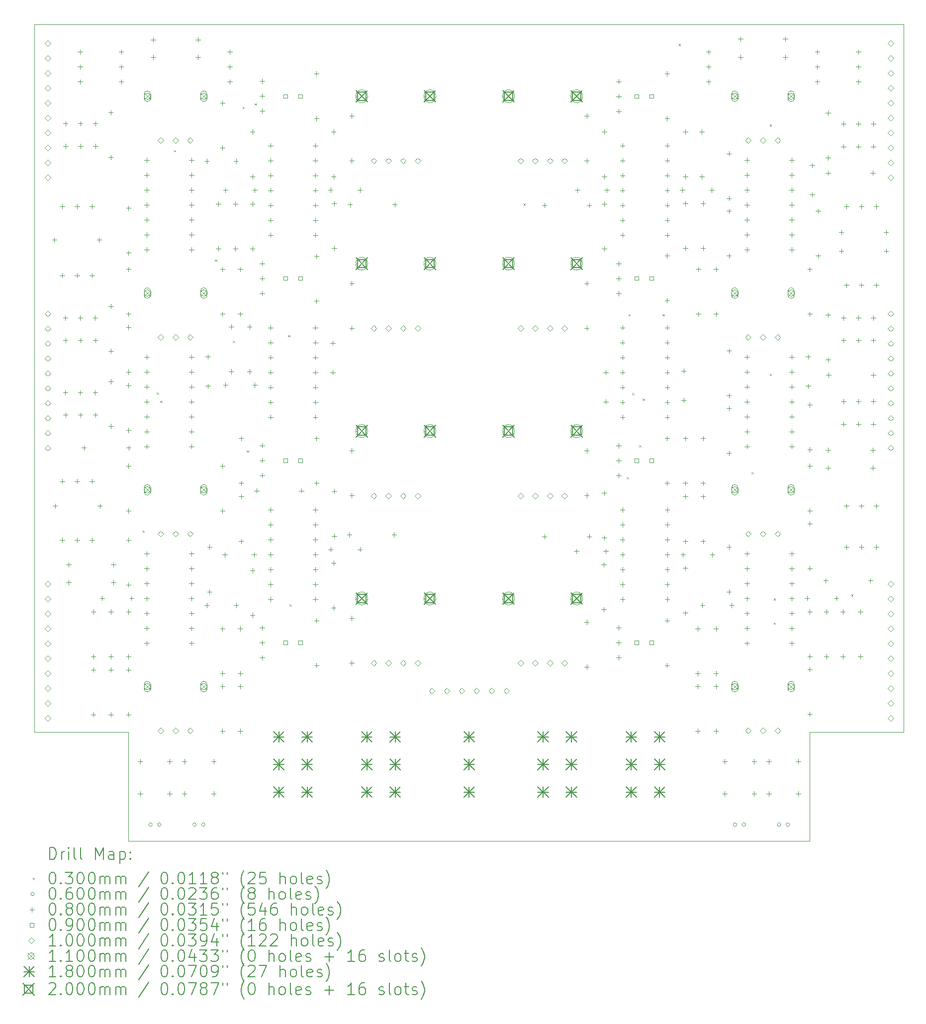
<source format=gbr>
%TF.GenerationSoftware,KiCad,Pcbnew,9.0.4*%
%TF.CreationDate,2025-10-03T19:31:14+02:00*%
%TF.ProjectId,DMH_VCEG_PCB_2,444d485f-5643-4454-975f-5043425f322e,1*%
%TF.SameCoordinates,Original*%
%TF.FileFunction,Drillmap*%
%TF.FilePolarity,Positive*%
%FSLAX45Y45*%
G04 Gerber Fmt 4.5, Leading zero omitted, Abs format (unit mm)*
G04 Created by KiCad (PCBNEW 9.0.4) date 2025-10-03 19:31:14*
%MOMM*%
%LPD*%
G01*
G04 APERTURE LIST*
%ADD10C,0.050000*%
%ADD11C,0.200000*%
%ADD12C,0.100000*%
%ADD13C,0.110000*%
%ADD14C,0.180000*%
G04 APERTURE END LIST*
D10*
X17400000Y-4250000D02*
X17400000Y-16300000D01*
X15800000Y-18150000D02*
X4200000Y-18150000D01*
X15800000Y-16300000D02*
X15800000Y-18150000D01*
X2600000Y-4250000D02*
X17400000Y-4250000D01*
X4200000Y-18150000D02*
X4200000Y-16300000D01*
X2600000Y-16300000D02*
X2600000Y-4250000D01*
X17400000Y-16300000D02*
X15800000Y-16300000D01*
X4200000Y-16300000D02*
X2600000Y-16300000D01*
D11*
D12*
X4440000Y-12870000D02*
X4470000Y-12900000D01*
X4470000Y-12870000D02*
X4440000Y-12900000D01*
X4680000Y-10520000D02*
X4710000Y-10550000D01*
X4710000Y-10520000D02*
X4680000Y-10550000D01*
X4740000Y-10660000D02*
X4770000Y-10690000D01*
X4770000Y-10660000D02*
X4740000Y-10690000D01*
X4974847Y-6390000D02*
X5004847Y-6420000D01*
X5004847Y-6390000D02*
X4974847Y-6420000D01*
X5670000Y-8255000D02*
X5700000Y-8285000D01*
X5700000Y-8255000D02*
X5670000Y-8285000D01*
X5975000Y-9640000D02*
X6005000Y-9670000D01*
X6005000Y-9640000D02*
X5975000Y-9670000D01*
X6140000Y-5655000D02*
X6170000Y-5685000D01*
X6170000Y-5655000D02*
X6140000Y-5685000D01*
X6215000Y-11505000D02*
X6245000Y-11535000D01*
X6245000Y-11505000D02*
X6215000Y-11535000D01*
X6350000Y-5595000D02*
X6380000Y-5625000D01*
X6380000Y-5595000D02*
X6350000Y-5625000D01*
X6918000Y-9542400D02*
X6948000Y-9572400D01*
X6948000Y-9542400D02*
X6918000Y-9572400D01*
X6940000Y-14125000D02*
X6970000Y-14155000D01*
X6970000Y-14125000D02*
X6940000Y-14155000D01*
X10925000Y-7300000D02*
X10955000Y-7330000D01*
X10955000Y-7300000D02*
X10925000Y-7330000D01*
X12680533Y-11959467D02*
X12710533Y-11989467D01*
X12710533Y-11959467D02*
X12680533Y-11989467D01*
X12713000Y-9185000D02*
X12743000Y-9215000D01*
X12743000Y-9185000D02*
X12713000Y-9215000D01*
X12773000Y-10525000D02*
X12803000Y-10555000D01*
X12803000Y-10525000D02*
X12773000Y-10555000D01*
X12893100Y-11415000D02*
X12923100Y-11445000D01*
X12923100Y-11415000D02*
X12893100Y-11445000D01*
X12955000Y-10625000D02*
X12985000Y-10655000D01*
X12985000Y-10625000D02*
X12955000Y-10655000D01*
X13290000Y-9185000D02*
X13320000Y-9215000D01*
X13320000Y-9185000D02*
X13290000Y-9215000D01*
X13565000Y-4585000D02*
X13595000Y-4615000D01*
X13595000Y-4585000D02*
X13565000Y-4615000D01*
X14805000Y-11875000D02*
X14835000Y-11905000D01*
X14835000Y-11875000D02*
X14805000Y-11905000D01*
X15114900Y-10200105D02*
X15144900Y-10230105D01*
X15144900Y-10200105D02*
X15114900Y-10230105D01*
X15115000Y-5955000D02*
X15145000Y-5985000D01*
X15145000Y-5955000D02*
X15115000Y-5985000D01*
X15185652Y-14025652D02*
X15215652Y-14055652D01*
X15215652Y-14025652D02*
X15185652Y-14055652D01*
X15185652Y-14435000D02*
X15215652Y-14465000D01*
X15215652Y-14435000D02*
X15185652Y-14465000D01*
X16505000Y-13955000D02*
X16535000Y-13985000D01*
X16535000Y-13955000D02*
X16505000Y-13985000D01*
X4605000Y-17875000D02*
G75*
G02*
X4545000Y-17875000I-30000J0D01*
G01*
X4545000Y-17875000D02*
G75*
G02*
X4605000Y-17875000I30000J0D01*
G01*
X4755000Y-17875000D02*
G75*
G02*
X4695000Y-17875000I-30000J0D01*
G01*
X4695000Y-17875000D02*
G75*
G02*
X4755000Y-17875000I30000J0D01*
G01*
X5352260Y-17875000D02*
G75*
G02*
X5292260Y-17875000I-30000J0D01*
G01*
X5292260Y-17875000D02*
G75*
G02*
X5352260Y-17875000I30000J0D01*
G01*
X5502260Y-17875000D02*
G75*
G02*
X5442260Y-17875000I-30000J0D01*
G01*
X5442260Y-17875000D02*
G75*
G02*
X5502260Y-17875000I30000J0D01*
G01*
X14555000Y-17875000D02*
G75*
G02*
X14495000Y-17875000I-30000J0D01*
G01*
X14495000Y-17875000D02*
G75*
G02*
X14555000Y-17875000I30000J0D01*
G01*
X14705000Y-17875000D02*
G75*
G02*
X14645000Y-17875000I-30000J0D01*
G01*
X14645000Y-17875000D02*
G75*
G02*
X14705000Y-17875000I30000J0D01*
G01*
X15305000Y-17875000D02*
G75*
G02*
X15245000Y-17875000I-30000J0D01*
G01*
X15245000Y-17875000D02*
G75*
G02*
X15305000Y-17875000I30000J0D01*
G01*
X15455000Y-17875000D02*
G75*
G02*
X15395000Y-17875000I-30000J0D01*
G01*
X15395000Y-17875000D02*
G75*
G02*
X15455000Y-17875000I30000J0D01*
G01*
X2939000Y-7880000D02*
X2939000Y-7960000D01*
X2899000Y-7920000D02*
X2979000Y-7920000D01*
X2949000Y-12410000D02*
X2949000Y-12490000D01*
X2909000Y-12450000D02*
X2989000Y-12450000D01*
X3071000Y-7310000D02*
X3071000Y-7390000D01*
X3031000Y-7350000D02*
X3111000Y-7350000D01*
X3071000Y-8485000D02*
X3071000Y-8565000D01*
X3031000Y-8525000D02*
X3111000Y-8525000D01*
X3071000Y-11990000D02*
X3071000Y-12070000D01*
X3031000Y-12030000D02*
X3111000Y-12030000D01*
X3071000Y-12990000D02*
X3071000Y-13070000D01*
X3031000Y-13030000D02*
X3111000Y-13030000D01*
X3125000Y-9205000D02*
X3125000Y-9285000D01*
X3085000Y-9245000D02*
X3165000Y-9245000D01*
X3125000Y-10480000D02*
X3125000Y-10560000D01*
X3085000Y-10520000D02*
X3165000Y-10520000D01*
X3126000Y-5900000D02*
X3126000Y-5980000D01*
X3086000Y-5940000D02*
X3166000Y-5940000D01*
X3127000Y-9590000D02*
X3127000Y-9670000D01*
X3087000Y-9630000D02*
X3167000Y-9630000D01*
X3127000Y-10860000D02*
X3127000Y-10940000D01*
X3087000Y-10900000D02*
X3167000Y-10900000D01*
X3128000Y-6286500D02*
X3128000Y-6366500D01*
X3088000Y-6326500D02*
X3168000Y-6326500D01*
X3179000Y-13410000D02*
X3179000Y-13490000D01*
X3139000Y-13450000D02*
X3219000Y-13450000D01*
X3179000Y-13710000D02*
X3179000Y-13790000D01*
X3139000Y-13750000D02*
X3219000Y-13750000D01*
X3325000Y-7310000D02*
X3325000Y-7390000D01*
X3285000Y-7350000D02*
X3365000Y-7350000D01*
X3325000Y-8485000D02*
X3325000Y-8565000D01*
X3285000Y-8525000D02*
X3365000Y-8525000D01*
X3325000Y-11990000D02*
X3325000Y-12070000D01*
X3285000Y-12030000D02*
X3365000Y-12030000D01*
X3325000Y-12990000D02*
X3325000Y-13070000D01*
X3285000Y-13030000D02*
X3365000Y-13030000D01*
X3375000Y-4681000D02*
X3375000Y-4761000D01*
X3335000Y-4721000D02*
X3415000Y-4721000D01*
X3375000Y-4935000D02*
X3375000Y-5015000D01*
X3335000Y-4975000D02*
X3415000Y-4975000D01*
X3375000Y-5189000D02*
X3375000Y-5269000D01*
X3335000Y-5229000D02*
X3415000Y-5229000D01*
X3379000Y-9205000D02*
X3379000Y-9285000D01*
X3339000Y-9245000D02*
X3419000Y-9245000D01*
X3379000Y-10480000D02*
X3379000Y-10560000D01*
X3339000Y-10520000D02*
X3419000Y-10520000D01*
X3380000Y-5900000D02*
X3380000Y-5980000D01*
X3340000Y-5940000D02*
X3420000Y-5940000D01*
X3381000Y-9590000D02*
X3381000Y-9670000D01*
X3341000Y-9630000D02*
X3421000Y-9630000D01*
X3381000Y-10860000D02*
X3381000Y-10940000D01*
X3341000Y-10900000D02*
X3421000Y-10900000D01*
X3382000Y-6286500D02*
X3382000Y-6366500D01*
X3342000Y-6326500D02*
X3422000Y-6326500D01*
X3439000Y-11420000D02*
X3439000Y-11500000D01*
X3399000Y-11460000D02*
X3479000Y-11460000D01*
X3579000Y-7310000D02*
X3579000Y-7390000D01*
X3539000Y-7350000D02*
X3619000Y-7350000D01*
X3579000Y-8485000D02*
X3579000Y-8565000D01*
X3539000Y-8525000D02*
X3619000Y-8525000D01*
X3579000Y-11990000D02*
X3579000Y-12070000D01*
X3539000Y-12030000D02*
X3619000Y-12030000D01*
X3579000Y-12990000D02*
X3579000Y-13070000D01*
X3539000Y-13030000D02*
X3619000Y-13030000D01*
X3600000Y-14209000D02*
X3600000Y-14289000D01*
X3560000Y-14249000D02*
X3640000Y-14249000D01*
X3600000Y-14971000D02*
X3600000Y-15051000D01*
X3560000Y-15011000D02*
X3640000Y-15011000D01*
X3600000Y-15199000D02*
X3600000Y-15279000D01*
X3560000Y-15239000D02*
X3640000Y-15239000D01*
X3600000Y-15961000D02*
X3600000Y-16041000D01*
X3560000Y-16001000D02*
X3640000Y-16001000D01*
X3633000Y-9205000D02*
X3633000Y-9285000D01*
X3593000Y-9245000D02*
X3673000Y-9245000D01*
X3633000Y-10480000D02*
X3633000Y-10560000D01*
X3593000Y-10520000D02*
X3673000Y-10520000D01*
X3634000Y-5900000D02*
X3634000Y-5980000D01*
X3594000Y-5940000D02*
X3674000Y-5940000D01*
X3635000Y-9590000D02*
X3635000Y-9670000D01*
X3595000Y-9630000D02*
X3675000Y-9630000D01*
X3635000Y-10860000D02*
X3635000Y-10940000D01*
X3595000Y-10900000D02*
X3675000Y-10900000D01*
X3636000Y-6286500D02*
X3636000Y-6366500D01*
X3596000Y-6326500D02*
X3676000Y-6326500D01*
X3701000Y-7880000D02*
X3701000Y-7960000D01*
X3661000Y-7920000D02*
X3741000Y-7920000D01*
X3711000Y-12410000D02*
X3711000Y-12490000D01*
X3671000Y-12450000D02*
X3751000Y-12450000D01*
X3750000Y-13980000D02*
X3750000Y-14060000D01*
X3710000Y-14020000D02*
X3790000Y-14020000D01*
X3896000Y-5714000D02*
X3896000Y-5794000D01*
X3856000Y-5754000D02*
X3936000Y-5754000D01*
X3896000Y-6476000D02*
X3896000Y-6556000D01*
X3856000Y-6516000D02*
X3936000Y-6516000D01*
X3900000Y-9009000D02*
X3900000Y-9089000D01*
X3860000Y-9049000D02*
X3940000Y-9049000D01*
X3900000Y-9771000D02*
X3900000Y-9851000D01*
X3860000Y-9811000D02*
X3940000Y-9811000D01*
X3900000Y-10289000D02*
X3900000Y-10369000D01*
X3860000Y-10329000D02*
X3940000Y-10329000D01*
X3900000Y-11051000D02*
X3900000Y-11131000D01*
X3860000Y-11091000D02*
X3940000Y-11091000D01*
X3900000Y-14209000D02*
X3900000Y-14289000D01*
X3860000Y-14249000D02*
X3940000Y-14249000D01*
X3900000Y-14971000D02*
X3900000Y-15051000D01*
X3860000Y-15011000D02*
X3940000Y-15011000D01*
X3900000Y-15199000D02*
X3900000Y-15279000D01*
X3860000Y-15239000D02*
X3940000Y-15239000D01*
X3900000Y-15961000D02*
X3900000Y-16041000D01*
X3860000Y-16001000D02*
X3940000Y-16001000D01*
X3941000Y-13410000D02*
X3941000Y-13490000D01*
X3901000Y-13450000D02*
X3981000Y-13450000D01*
X3941000Y-13710000D02*
X3941000Y-13790000D01*
X3901000Y-13750000D02*
X3981000Y-13750000D01*
X4075000Y-4681000D02*
X4075000Y-4761000D01*
X4035000Y-4721000D02*
X4115000Y-4721000D01*
X4075000Y-4935000D02*
X4075000Y-5015000D01*
X4035000Y-4975000D02*
X4115000Y-4975000D01*
X4075000Y-5189000D02*
X4075000Y-5269000D01*
X4035000Y-5229000D02*
X4115000Y-5229000D01*
X4200000Y-7339000D02*
X4200000Y-7419000D01*
X4160000Y-7379000D02*
X4240000Y-7379000D01*
X4200000Y-8101000D02*
X4200000Y-8181000D01*
X4160000Y-8141000D02*
X4240000Y-8141000D01*
X4200000Y-8379000D02*
X4200000Y-8459000D01*
X4160000Y-8419000D02*
X4240000Y-8419000D01*
X4200000Y-9141000D02*
X4200000Y-9221000D01*
X4160000Y-9181000D02*
X4240000Y-9181000D01*
X4200000Y-9369000D02*
X4200000Y-9449000D01*
X4160000Y-9409000D02*
X4240000Y-9409000D01*
X4200000Y-10131000D02*
X4200000Y-10211000D01*
X4160000Y-10171000D02*
X4240000Y-10171000D01*
X4200000Y-10359000D02*
X4200000Y-10439000D01*
X4160000Y-10399000D02*
X4240000Y-10399000D01*
X4200000Y-11121000D02*
X4200000Y-11201000D01*
X4160000Y-11161000D02*
X4240000Y-11161000D01*
X4200000Y-11729000D02*
X4200000Y-11809000D01*
X4160000Y-11769000D02*
X4240000Y-11769000D01*
X4200000Y-12491000D02*
X4200000Y-12571000D01*
X4160000Y-12531000D02*
X4240000Y-12531000D01*
X4200000Y-12989000D02*
X4200000Y-13069000D01*
X4160000Y-13029000D02*
X4240000Y-13029000D01*
X4200000Y-13751000D02*
X4200000Y-13831000D01*
X4160000Y-13791000D02*
X4240000Y-13791000D01*
X4200000Y-14209000D02*
X4200000Y-14289000D01*
X4160000Y-14249000D02*
X4240000Y-14249000D01*
X4200000Y-14971000D02*
X4200000Y-15051000D01*
X4160000Y-15011000D02*
X4240000Y-15011000D01*
X4200000Y-15199000D02*
X4200000Y-15279000D01*
X4160000Y-15239000D02*
X4240000Y-15239000D01*
X4200000Y-15961000D02*
X4200000Y-16041000D01*
X4160000Y-16001000D02*
X4240000Y-16001000D01*
X4201000Y-11420000D02*
X4201000Y-11500000D01*
X4161000Y-11460000D02*
X4241000Y-11460000D01*
X4250000Y-13980000D02*
X4250000Y-14060000D01*
X4210000Y-14020000D02*
X4290000Y-14020000D01*
X4400000Y-16760000D02*
X4400000Y-16840000D01*
X4360000Y-16800000D02*
X4440000Y-16800000D01*
X4400000Y-17310000D02*
X4400000Y-17390000D01*
X4360000Y-17350000D02*
X4440000Y-17350000D01*
X4510000Y-6523500D02*
X4510000Y-6603500D01*
X4470000Y-6563500D02*
X4550000Y-6563500D01*
X4510000Y-6777500D02*
X4510000Y-6857500D01*
X4470000Y-6817500D02*
X4550000Y-6817500D01*
X4510000Y-7031500D02*
X4510000Y-7111500D01*
X4470000Y-7071500D02*
X4550000Y-7071500D01*
X4510000Y-7285500D02*
X4510000Y-7365500D01*
X4470000Y-7325500D02*
X4550000Y-7325500D01*
X4510000Y-7539500D02*
X4510000Y-7619500D01*
X4470000Y-7579500D02*
X4550000Y-7579500D01*
X4510000Y-7793500D02*
X4510000Y-7873500D01*
X4470000Y-7833500D02*
X4550000Y-7833500D01*
X4510000Y-8047500D02*
X4510000Y-8127500D01*
X4470000Y-8087500D02*
X4550000Y-8087500D01*
X4510000Y-9873500D02*
X4510000Y-9953500D01*
X4470000Y-9913500D02*
X4550000Y-9913500D01*
X4510000Y-10127500D02*
X4510000Y-10207500D01*
X4470000Y-10167500D02*
X4550000Y-10167500D01*
X4510000Y-10381500D02*
X4510000Y-10461500D01*
X4470000Y-10421500D02*
X4550000Y-10421500D01*
X4510000Y-10635500D02*
X4510000Y-10715500D01*
X4470000Y-10675500D02*
X4550000Y-10675500D01*
X4510000Y-10889500D02*
X4510000Y-10969500D01*
X4470000Y-10929500D02*
X4550000Y-10929500D01*
X4510000Y-11143500D02*
X4510000Y-11223500D01*
X4470000Y-11183500D02*
X4550000Y-11183500D01*
X4510000Y-11397500D02*
X4510000Y-11477500D01*
X4470000Y-11437500D02*
X4550000Y-11437500D01*
X4510000Y-13223500D02*
X4510000Y-13303500D01*
X4470000Y-13263500D02*
X4550000Y-13263500D01*
X4510000Y-13477500D02*
X4510000Y-13557500D01*
X4470000Y-13517500D02*
X4550000Y-13517500D01*
X4510000Y-13731500D02*
X4510000Y-13811500D01*
X4470000Y-13771500D02*
X4550000Y-13771500D01*
X4510000Y-13985500D02*
X4510000Y-14065500D01*
X4470000Y-14025500D02*
X4550000Y-14025500D01*
X4510000Y-14239500D02*
X4510000Y-14319500D01*
X4470000Y-14279500D02*
X4550000Y-14279500D01*
X4510000Y-14493500D02*
X4510000Y-14573500D01*
X4470000Y-14533500D02*
X4550000Y-14533500D01*
X4510000Y-14747500D02*
X4510000Y-14827500D01*
X4470000Y-14787500D02*
X4550000Y-14787500D01*
X4619000Y-4470000D02*
X4619000Y-4550000D01*
X4579000Y-4510000D02*
X4659000Y-4510000D01*
X4619000Y-4770000D02*
X4619000Y-4850000D01*
X4579000Y-4810000D02*
X4659000Y-4810000D01*
X4900000Y-16760000D02*
X4900000Y-16840000D01*
X4860000Y-16800000D02*
X4940000Y-16800000D01*
X4900000Y-17310000D02*
X4900000Y-17390000D01*
X4860000Y-17350000D02*
X4940000Y-17350000D01*
X5150000Y-16760000D02*
X5150000Y-16840000D01*
X5110000Y-16800000D02*
X5190000Y-16800000D01*
X5150000Y-17310000D02*
X5150000Y-17390000D01*
X5110000Y-17350000D02*
X5190000Y-17350000D01*
X5272000Y-6523500D02*
X5272000Y-6603500D01*
X5232000Y-6563500D02*
X5312000Y-6563500D01*
X5272000Y-6777500D02*
X5272000Y-6857500D01*
X5232000Y-6817500D02*
X5312000Y-6817500D01*
X5272000Y-7031500D02*
X5272000Y-7111500D01*
X5232000Y-7071500D02*
X5312000Y-7071500D01*
X5272000Y-7285500D02*
X5272000Y-7365500D01*
X5232000Y-7325500D02*
X5312000Y-7325500D01*
X5272000Y-7539500D02*
X5272000Y-7619500D01*
X5232000Y-7579500D02*
X5312000Y-7579500D01*
X5272000Y-7793500D02*
X5272000Y-7873500D01*
X5232000Y-7833500D02*
X5312000Y-7833500D01*
X5272000Y-8047500D02*
X5272000Y-8127500D01*
X5232000Y-8087500D02*
X5312000Y-8087500D01*
X5272000Y-9873500D02*
X5272000Y-9953500D01*
X5232000Y-9913500D02*
X5312000Y-9913500D01*
X5272000Y-10127500D02*
X5272000Y-10207500D01*
X5232000Y-10167500D02*
X5312000Y-10167500D01*
X5272000Y-10381500D02*
X5272000Y-10461500D01*
X5232000Y-10421500D02*
X5312000Y-10421500D01*
X5272000Y-10635500D02*
X5272000Y-10715500D01*
X5232000Y-10675500D02*
X5312000Y-10675500D01*
X5272000Y-10889500D02*
X5272000Y-10969500D01*
X5232000Y-10929500D02*
X5312000Y-10929500D01*
X5272000Y-11143500D02*
X5272000Y-11223500D01*
X5232000Y-11183500D02*
X5312000Y-11183500D01*
X5272000Y-11397500D02*
X5272000Y-11477500D01*
X5232000Y-11437500D02*
X5312000Y-11437500D01*
X5272000Y-13223500D02*
X5272000Y-13303500D01*
X5232000Y-13263500D02*
X5312000Y-13263500D01*
X5272000Y-13477500D02*
X5272000Y-13557500D01*
X5232000Y-13517500D02*
X5312000Y-13517500D01*
X5272000Y-13731500D02*
X5272000Y-13811500D01*
X5232000Y-13771500D02*
X5312000Y-13771500D01*
X5272000Y-13985500D02*
X5272000Y-14065500D01*
X5232000Y-14025500D02*
X5312000Y-14025500D01*
X5272000Y-14239500D02*
X5272000Y-14319500D01*
X5232000Y-14279500D02*
X5312000Y-14279500D01*
X5272000Y-14493500D02*
X5272000Y-14573500D01*
X5232000Y-14533500D02*
X5312000Y-14533500D01*
X5272000Y-14747500D02*
X5272000Y-14827500D01*
X5232000Y-14787500D02*
X5312000Y-14787500D01*
X5381000Y-4470000D02*
X5381000Y-4550000D01*
X5341000Y-4510000D02*
X5421000Y-4510000D01*
X5381000Y-4770000D02*
X5381000Y-4850000D01*
X5341000Y-4810000D02*
X5421000Y-4810000D01*
X5530000Y-6540000D02*
X5530000Y-6620000D01*
X5490000Y-6580000D02*
X5570000Y-6580000D01*
X5530000Y-14100000D02*
X5530000Y-14180000D01*
X5490000Y-14140000D02*
X5570000Y-14140000D01*
X5550000Y-9870000D02*
X5550000Y-9950000D01*
X5510000Y-9910000D02*
X5590000Y-9910000D01*
X5550000Y-10370000D02*
X5550000Y-10450000D01*
X5510000Y-10410000D02*
X5590000Y-10410000D01*
X5580000Y-13109000D02*
X5580000Y-13189000D01*
X5540000Y-13149000D02*
X5620000Y-13149000D01*
X5580000Y-13871000D02*
X5580000Y-13951000D01*
X5540000Y-13911000D02*
X5620000Y-13911000D01*
X5650000Y-16760000D02*
X5650000Y-16840000D01*
X5610000Y-16800000D02*
X5690000Y-16800000D01*
X5650000Y-17310000D02*
X5650000Y-17390000D01*
X5610000Y-17350000D02*
X5690000Y-17350000D01*
X5730000Y-7269000D02*
X5730000Y-7349000D01*
X5690000Y-7309000D02*
X5770000Y-7309000D01*
X5730000Y-8031000D02*
X5730000Y-8111000D01*
X5690000Y-8071000D02*
X5770000Y-8071000D01*
X5800000Y-5549000D02*
X5800000Y-5629000D01*
X5760000Y-5589000D02*
X5840000Y-5589000D01*
X5800000Y-6311000D02*
X5800000Y-6391000D01*
X5760000Y-6351000D02*
X5840000Y-6351000D01*
X5800000Y-8379000D02*
X5800000Y-8459000D01*
X5760000Y-8419000D02*
X5840000Y-8419000D01*
X5800000Y-9141000D02*
X5800000Y-9221000D01*
X5760000Y-9181000D02*
X5840000Y-9181000D01*
X5800000Y-11729000D02*
X5800000Y-11809000D01*
X5760000Y-11769000D02*
X5840000Y-11769000D01*
X5800000Y-12491000D02*
X5800000Y-12571000D01*
X5760000Y-12531000D02*
X5840000Y-12531000D01*
X5800000Y-14499000D02*
X5800000Y-14579000D01*
X5760000Y-14539000D02*
X5840000Y-14539000D01*
X5800000Y-15261000D02*
X5800000Y-15341000D01*
X5760000Y-15301000D02*
X5840000Y-15301000D01*
X5800000Y-15479000D02*
X5800000Y-15559000D01*
X5760000Y-15519000D02*
X5840000Y-15519000D01*
X5800000Y-16241000D02*
X5800000Y-16321000D01*
X5760000Y-16281000D02*
X5840000Y-16281000D01*
X5840000Y-13239000D02*
X5840000Y-13319000D01*
X5800000Y-13279000D02*
X5880000Y-13279000D01*
X5850000Y-7035000D02*
X5850000Y-7115000D01*
X5810000Y-7075000D02*
X5890000Y-7075000D01*
X5850000Y-10350000D02*
X5850000Y-10430000D01*
X5810000Y-10390000D02*
X5890000Y-10390000D01*
X5925000Y-4681000D02*
X5925000Y-4761000D01*
X5885000Y-4721000D02*
X5965000Y-4721000D01*
X5925000Y-4935000D02*
X5925000Y-5015000D01*
X5885000Y-4975000D02*
X5965000Y-4975000D01*
X5925000Y-5189000D02*
X5925000Y-5269000D01*
X5885000Y-5229000D02*
X5965000Y-5229000D01*
X5950000Y-9359000D02*
X5950000Y-9439000D01*
X5910000Y-9399000D02*
X5990000Y-9399000D01*
X5950000Y-10121000D02*
X5950000Y-10201000D01*
X5910000Y-10161000D02*
X5990000Y-10161000D01*
X6020000Y-7269000D02*
X6020000Y-7349000D01*
X5980000Y-7309000D02*
X6060000Y-7309000D01*
X6020000Y-8031000D02*
X6020000Y-8111000D01*
X5980000Y-8071000D02*
X6060000Y-8071000D01*
X6030000Y-6540000D02*
X6030000Y-6620000D01*
X5990000Y-6580000D02*
X6070000Y-6580000D01*
X6030000Y-14100000D02*
X6030000Y-14180000D01*
X5990000Y-14140000D02*
X6070000Y-14140000D01*
X6100000Y-8379000D02*
X6100000Y-8459000D01*
X6060000Y-8419000D02*
X6140000Y-8419000D01*
X6100000Y-9141000D02*
X6100000Y-9221000D01*
X6060000Y-9181000D02*
X6140000Y-9181000D01*
X6100000Y-14499000D02*
X6100000Y-14579000D01*
X6060000Y-14539000D02*
X6140000Y-14539000D01*
X6100000Y-15261000D02*
X6100000Y-15341000D01*
X6060000Y-15301000D02*
X6140000Y-15301000D01*
X6100000Y-15479000D02*
X6100000Y-15559000D01*
X6060000Y-15519000D02*
X6140000Y-15519000D01*
X6100000Y-16241000D02*
X6100000Y-16321000D01*
X6060000Y-16281000D02*
X6140000Y-16281000D01*
X6120000Y-11259000D02*
X6120000Y-11339000D01*
X6080000Y-11299000D02*
X6160000Y-11299000D01*
X6120000Y-12021000D02*
X6120000Y-12101000D01*
X6080000Y-12061000D02*
X6160000Y-12061000D01*
X6120000Y-12249000D02*
X6120000Y-12329000D01*
X6080000Y-12289000D02*
X6160000Y-12289000D01*
X6120000Y-13011000D02*
X6120000Y-13091000D01*
X6080000Y-13051000D02*
X6160000Y-13051000D01*
X6260000Y-9359000D02*
X6260000Y-9439000D01*
X6220000Y-9399000D02*
X6300000Y-9399000D01*
X6260000Y-10121000D02*
X6260000Y-10201000D01*
X6220000Y-10161000D02*
X6300000Y-10161000D01*
X6310000Y-6039000D02*
X6310000Y-6119000D01*
X6270000Y-6079000D02*
X6350000Y-6079000D01*
X6310000Y-6801000D02*
X6310000Y-6881000D01*
X6270000Y-6841000D02*
X6350000Y-6841000D01*
X6310000Y-7269000D02*
X6310000Y-7349000D01*
X6270000Y-7309000D02*
X6350000Y-7309000D01*
X6310000Y-8031000D02*
X6310000Y-8111000D01*
X6270000Y-8071000D02*
X6350000Y-8071000D01*
X6310000Y-13509000D02*
X6310000Y-13589000D01*
X6270000Y-13549000D02*
X6350000Y-13549000D01*
X6310000Y-14271000D02*
X6310000Y-14351000D01*
X6270000Y-14311000D02*
X6350000Y-14311000D01*
X6340000Y-13239000D02*
X6340000Y-13319000D01*
X6300000Y-13279000D02*
X6380000Y-13279000D01*
X6350000Y-7035000D02*
X6350000Y-7115000D01*
X6310000Y-7075000D02*
X6390000Y-7075000D01*
X6350000Y-10350000D02*
X6350000Y-10430000D01*
X6310000Y-10390000D02*
X6390000Y-10390000D01*
X6379000Y-12150000D02*
X6379000Y-12230000D01*
X6339000Y-12190000D02*
X6419000Y-12190000D01*
X6475000Y-5175000D02*
X6475000Y-5255000D01*
X6435000Y-5215000D02*
X6515000Y-5215000D01*
X6475000Y-5429000D02*
X6475000Y-5509000D01*
X6435000Y-5469000D02*
X6515000Y-5469000D01*
X6475000Y-5683000D02*
X6475000Y-5763000D01*
X6435000Y-5723000D02*
X6515000Y-5723000D01*
X6475000Y-8280000D02*
X6475000Y-8360000D01*
X6435000Y-8320000D02*
X6515000Y-8320000D01*
X6475000Y-8534000D02*
X6475000Y-8614000D01*
X6435000Y-8574000D02*
X6515000Y-8574000D01*
X6475000Y-8788000D02*
X6475000Y-8868000D01*
X6435000Y-8828000D02*
X6515000Y-8828000D01*
X6475000Y-11380000D02*
X6475000Y-11460000D01*
X6435000Y-11420000D02*
X6515000Y-11420000D01*
X6475000Y-11634000D02*
X6475000Y-11714000D01*
X6435000Y-11674000D02*
X6515000Y-11674000D01*
X6475000Y-11888000D02*
X6475000Y-11968000D01*
X6435000Y-11928000D02*
X6515000Y-11928000D01*
X6475000Y-14485000D02*
X6475000Y-14565000D01*
X6435000Y-14525000D02*
X6515000Y-14525000D01*
X6475000Y-14739000D02*
X6475000Y-14819000D01*
X6435000Y-14779000D02*
X6515000Y-14779000D01*
X6475000Y-14993000D02*
X6475000Y-15073000D01*
X6435000Y-15033000D02*
X6515000Y-15033000D01*
X6619000Y-6273500D02*
X6619000Y-6353500D01*
X6579000Y-6313500D02*
X6659000Y-6313500D01*
X6619000Y-6527500D02*
X6619000Y-6607500D01*
X6579000Y-6567500D02*
X6659000Y-6567500D01*
X6619000Y-6781500D02*
X6619000Y-6861500D01*
X6579000Y-6821500D02*
X6659000Y-6821500D01*
X6619000Y-7035500D02*
X6619000Y-7115500D01*
X6579000Y-7075500D02*
X6659000Y-7075500D01*
X6619000Y-7289500D02*
X6619000Y-7369500D01*
X6579000Y-7329500D02*
X6659000Y-7329500D01*
X6619000Y-7543500D02*
X6619000Y-7623500D01*
X6579000Y-7583500D02*
X6659000Y-7583500D01*
X6619000Y-7797500D02*
X6619000Y-7877500D01*
X6579000Y-7837500D02*
X6659000Y-7837500D01*
X6619000Y-9373500D02*
X6619000Y-9453500D01*
X6579000Y-9413500D02*
X6659000Y-9413500D01*
X6619000Y-9627500D02*
X6619000Y-9707500D01*
X6579000Y-9667500D02*
X6659000Y-9667500D01*
X6619000Y-9881500D02*
X6619000Y-9961500D01*
X6579000Y-9921500D02*
X6659000Y-9921500D01*
X6619000Y-10135500D02*
X6619000Y-10215500D01*
X6579000Y-10175500D02*
X6659000Y-10175500D01*
X6619000Y-10389500D02*
X6619000Y-10469500D01*
X6579000Y-10429500D02*
X6659000Y-10429500D01*
X6619000Y-10643500D02*
X6619000Y-10723500D01*
X6579000Y-10683500D02*
X6659000Y-10683500D01*
X6619000Y-10897500D02*
X6619000Y-10977500D01*
X6579000Y-10937500D02*
X6659000Y-10937500D01*
X6619000Y-12473500D02*
X6619000Y-12553500D01*
X6579000Y-12513500D02*
X6659000Y-12513500D01*
X6619000Y-12727500D02*
X6619000Y-12807500D01*
X6579000Y-12767500D02*
X6659000Y-12767500D01*
X6619000Y-12981500D02*
X6619000Y-13061500D01*
X6579000Y-13021500D02*
X6659000Y-13021500D01*
X6619000Y-13235500D02*
X6619000Y-13315500D01*
X6579000Y-13275500D02*
X6659000Y-13275500D01*
X6619000Y-13489500D02*
X6619000Y-13569500D01*
X6579000Y-13529500D02*
X6659000Y-13529500D01*
X6619000Y-13743500D02*
X6619000Y-13823500D01*
X6579000Y-13783500D02*
X6659000Y-13783500D01*
X6619000Y-13997500D02*
X6619000Y-14077500D01*
X6579000Y-14037500D02*
X6659000Y-14037500D01*
X7141000Y-12150000D02*
X7141000Y-12230000D01*
X7101000Y-12190000D02*
X7181000Y-12190000D01*
X7381000Y-6273500D02*
X7381000Y-6353500D01*
X7341000Y-6313500D02*
X7421000Y-6313500D01*
X7381000Y-6527500D02*
X7381000Y-6607500D01*
X7341000Y-6567500D02*
X7421000Y-6567500D01*
X7381000Y-6781500D02*
X7381000Y-6861500D01*
X7341000Y-6821500D02*
X7421000Y-6821500D01*
X7381000Y-7035500D02*
X7381000Y-7115500D01*
X7341000Y-7075500D02*
X7421000Y-7075500D01*
X7381000Y-7289500D02*
X7381000Y-7369500D01*
X7341000Y-7329500D02*
X7421000Y-7329500D01*
X7381000Y-7543500D02*
X7381000Y-7623500D01*
X7341000Y-7583500D02*
X7421000Y-7583500D01*
X7381000Y-7797500D02*
X7381000Y-7877500D01*
X7341000Y-7837500D02*
X7421000Y-7837500D01*
X7381000Y-9373500D02*
X7381000Y-9453500D01*
X7341000Y-9413500D02*
X7421000Y-9413500D01*
X7381000Y-9627500D02*
X7381000Y-9707500D01*
X7341000Y-9667500D02*
X7421000Y-9667500D01*
X7381000Y-9881500D02*
X7381000Y-9961500D01*
X7341000Y-9921500D02*
X7421000Y-9921500D01*
X7381000Y-10135500D02*
X7381000Y-10215500D01*
X7341000Y-10175500D02*
X7421000Y-10175500D01*
X7381000Y-10389500D02*
X7381000Y-10469500D01*
X7341000Y-10429500D02*
X7421000Y-10429500D01*
X7381000Y-10643500D02*
X7381000Y-10723500D01*
X7341000Y-10683500D02*
X7421000Y-10683500D01*
X7381000Y-10897500D02*
X7381000Y-10977500D01*
X7341000Y-10937500D02*
X7421000Y-10937500D01*
X7381000Y-12473500D02*
X7381000Y-12553500D01*
X7341000Y-12513500D02*
X7421000Y-12513500D01*
X7381000Y-12727500D02*
X7381000Y-12807500D01*
X7341000Y-12767500D02*
X7421000Y-12767500D01*
X7381000Y-12981500D02*
X7381000Y-13061500D01*
X7341000Y-13021500D02*
X7421000Y-13021500D01*
X7381000Y-13235500D02*
X7381000Y-13315500D01*
X7341000Y-13275500D02*
X7421000Y-13275500D01*
X7381000Y-13489500D02*
X7381000Y-13569500D01*
X7341000Y-13529500D02*
X7421000Y-13529500D01*
X7381000Y-13743500D02*
X7381000Y-13823500D01*
X7341000Y-13783500D02*
X7421000Y-13783500D01*
X7381000Y-13997500D02*
X7381000Y-14077500D01*
X7341000Y-14037500D02*
X7421000Y-14037500D01*
X7400000Y-5049000D02*
X7400000Y-5129000D01*
X7360000Y-5089000D02*
X7440000Y-5089000D01*
X7400000Y-5811000D02*
X7400000Y-5891000D01*
X7360000Y-5851000D02*
X7440000Y-5851000D01*
X7400000Y-8159000D02*
X7400000Y-8239000D01*
X7360000Y-8199000D02*
X7440000Y-8199000D01*
X7400000Y-8921000D02*
X7400000Y-9001000D01*
X7360000Y-8961000D02*
X7440000Y-8961000D01*
X7400000Y-11259000D02*
X7400000Y-11339000D01*
X7360000Y-11299000D02*
X7440000Y-11299000D01*
X7400000Y-12021000D02*
X7400000Y-12101000D01*
X7360000Y-12061000D02*
X7440000Y-12061000D01*
X7400000Y-14359000D02*
X7400000Y-14439000D01*
X7360000Y-14399000D02*
X7440000Y-14399000D01*
X7400000Y-15121000D02*
X7400000Y-15201000D01*
X7360000Y-15161000D02*
X7440000Y-15161000D01*
X7640000Y-7030000D02*
X7640000Y-7110000D01*
X7600000Y-7070000D02*
X7680000Y-7070000D01*
X7640000Y-13150000D02*
X7640000Y-13230000D01*
X7600000Y-13190000D02*
X7680000Y-13190000D01*
X7675000Y-9635000D02*
X7675000Y-9715000D01*
X7635000Y-9675000D02*
X7715000Y-9675000D01*
X7675000Y-10135000D02*
X7675000Y-10215000D01*
X7635000Y-10175000D02*
X7715000Y-10175000D01*
X7690000Y-6039000D02*
X7690000Y-6119000D01*
X7650000Y-6079000D02*
X7730000Y-6079000D01*
X7690000Y-6801000D02*
X7690000Y-6881000D01*
X7650000Y-6841000D02*
X7730000Y-6841000D01*
X7690000Y-13379000D02*
X7690000Y-13459000D01*
X7650000Y-13419000D02*
X7730000Y-13419000D01*
X7690000Y-14141000D02*
X7690000Y-14221000D01*
X7650000Y-14181000D02*
X7730000Y-14181000D01*
X7700000Y-7259000D02*
X7700000Y-7339000D01*
X7660000Y-7299000D02*
X7740000Y-7299000D01*
X7700000Y-8021000D02*
X7700000Y-8101000D01*
X7660000Y-8061000D02*
X7740000Y-8061000D01*
X7700000Y-12159000D02*
X7700000Y-12239000D01*
X7660000Y-12199000D02*
X7740000Y-12199000D01*
X7700000Y-12921000D02*
X7700000Y-13001000D01*
X7660000Y-12961000D02*
X7740000Y-12961000D01*
X7959000Y-12900000D02*
X7959000Y-12980000D01*
X7919000Y-12940000D02*
X7999000Y-12940000D01*
X7969000Y-7280000D02*
X7969000Y-7360000D01*
X7929000Y-7320000D02*
X8009000Y-7320000D01*
X8000000Y-5769000D02*
X8000000Y-5849000D01*
X7960000Y-5809000D02*
X8040000Y-5809000D01*
X8000000Y-6531000D02*
X8000000Y-6611000D01*
X7960000Y-6571000D02*
X8040000Y-6571000D01*
X8000000Y-8619000D02*
X8000000Y-8699000D01*
X7960000Y-8659000D02*
X8040000Y-8659000D01*
X8000000Y-9381000D02*
X8000000Y-9461000D01*
X7960000Y-9421000D02*
X8040000Y-9421000D01*
X8000000Y-11469000D02*
X8000000Y-11549000D01*
X7960000Y-11509000D02*
X8040000Y-11509000D01*
X8000000Y-12231000D02*
X8000000Y-12311000D01*
X7960000Y-12271000D02*
X8040000Y-12271000D01*
X8000000Y-14319000D02*
X8000000Y-14399000D01*
X7960000Y-14359000D02*
X8040000Y-14359000D01*
X8000000Y-15081000D02*
X8000000Y-15161000D01*
X7960000Y-15121000D02*
X8040000Y-15121000D01*
X8140000Y-7030000D02*
X8140000Y-7110000D01*
X8100000Y-7070000D02*
X8180000Y-7070000D01*
X8140000Y-13150000D02*
X8140000Y-13230000D01*
X8100000Y-13190000D02*
X8180000Y-13190000D01*
X8721000Y-12900000D02*
X8721000Y-12980000D01*
X8681000Y-12940000D02*
X8761000Y-12940000D01*
X8731000Y-7280000D02*
X8731000Y-7360000D01*
X8691000Y-7320000D02*
X8771000Y-7320000D01*
X11279000Y-7290000D02*
X11279000Y-7370000D01*
X11239000Y-7330000D02*
X11319000Y-7330000D01*
X11279000Y-12930000D02*
X11279000Y-13010000D01*
X11239000Y-12970000D02*
X11319000Y-12970000D01*
X11825000Y-13180000D02*
X11825000Y-13260000D01*
X11785000Y-13220000D02*
X11865000Y-13220000D01*
X11840000Y-7035000D02*
X11840000Y-7115000D01*
X11800000Y-7075000D02*
X11880000Y-7075000D01*
X12000000Y-5769000D02*
X12000000Y-5849000D01*
X11960000Y-5809000D02*
X12040000Y-5809000D01*
X12000000Y-6531000D02*
X12000000Y-6611000D01*
X11960000Y-6571000D02*
X12040000Y-6571000D01*
X12000000Y-8619000D02*
X12000000Y-8699000D01*
X11960000Y-8659000D02*
X12040000Y-8659000D01*
X12000000Y-9381000D02*
X12000000Y-9461000D01*
X11960000Y-9421000D02*
X12040000Y-9421000D01*
X12000000Y-11469000D02*
X12000000Y-11549000D01*
X11960000Y-11509000D02*
X12040000Y-11509000D01*
X12000000Y-12231000D02*
X12000000Y-12311000D01*
X11960000Y-12271000D02*
X12040000Y-12271000D01*
X12000000Y-14389000D02*
X12000000Y-14469000D01*
X11960000Y-14429000D02*
X12040000Y-14429000D01*
X12000000Y-15151000D02*
X12000000Y-15231000D01*
X11960000Y-15191000D02*
X12040000Y-15191000D01*
X12041000Y-7290000D02*
X12041000Y-7370000D01*
X12001000Y-7330000D02*
X12081000Y-7330000D01*
X12041000Y-12930000D02*
X12041000Y-13010000D01*
X12001000Y-12970000D02*
X12081000Y-12970000D01*
X12290000Y-13409000D02*
X12290000Y-13489000D01*
X12250000Y-13449000D02*
X12330000Y-13449000D01*
X12290000Y-14171000D02*
X12290000Y-14251000D01*
X12250000Y-14211000D02*
X12330000Y-14211000D01*
X12300000Y-6039000D02*
X12300000Y-6119000D01*
X12260000Y-6079000D02*
X12340000Y-6079000D01*
X12300000Y-6801000D02*
X12300000Y-6881000D01*
X12260000Y-6841000D02*
X12340000Y-6841000D01*
X12300000Y-7269000D02*
X12300000Y-7349000D01*
X12260000Y-7309000D02*
X12340000Y-7309000D01*
X12300000Y-8031000D02*
X12300000Y-8111000D01*
X12260000Y-8071000D02*
X12340000Y-8071000D01*
X12300000Y-12189000D02*
X12300000Y-12269000D01*
X12260000Y-12229000D02*
X12340000Y-12229000D01*
X12300000Y-12951000D02*
X12300000Y-13031000D01*
X12260000Y-12991000D02*
X12340000Y-12991000D01*
X12325000Y-10135000D02*
X12325000Y-10215000D01*
X12285000Y-10175000D02*
X12365000Y-10175000D01*
X12325000Y-10635000D02*
X12325000Y-10715000D01*
X12285000Y-10675000D02*
X12365000Y-10675000D01*
X12325000Y-13180000D02*
X12325000Y-13260000D01*
X12285000Y-13220000D02*
X12365000Y-13220000D01*
X12340000Y-7035000D02*
X12340000Y-7115000D01*
X12300000Y-7075000D02*
X12380000Y-7075000D01*
X12545000Y-5182000D02*
X12545000Y-5262000D01*
X12505000Y-5222000D02*
X12585000Y-5222000D01*
X12545000Y-5436000D02*
X12545000Y-5516000D01*
X12505000Y-5476000D02*
X12585000Y-5476000D01*
X12545000Y-5690000D02*
X12545000Y-5770000D01*
X12505000Y-5730000D02*
X12585000Y-5730000D01*
X12545000Y-8282000D02*
X12545000Y-8362000D01*
X12505000Y-8322000D02*
X12585000Y-8322000D01*
X12545000Y-8536000D02*
X12545000Y-8616000D01*
X12505000Y-8576000D02*
X12585000Y-8576000D01*
X12545000Y-8790000D02*
X12545000Y-8870000D01*
X12505000Y-8830000D02*
X12585000Y-8830000D01*
X12545000Y-11382000D02*
X12545000Y-11462000D01*
X12505000Y-11422000D02*
X12585000Y-11422000D01*
X12545000Y-11636000D02*
X12545000Y-11716000D01*
X12505000Y-11676000D02*
X12585000Y-11676000D01*
X12545000Y-11890000D02*
X12545000Y-11970000D01*
X12505000Y-11930000D02*
X12585000Y-11930000D01*
X12545000Y-14482000D02*
X12545000Y-14562000D01*
X12505000Y-14522000D02*
X12585000Y-14522000D01*
X12545000Y-14736000D02*
X12545000Y-14816000D01*
X12505000Y-14776000D02*
X12585000Y-14776000D01*
X12545000Y-14990000D02*
X12545000Y-15070000D01*
X12505000Y-15030000D02*
X12585000Y-15030000D01*
X12610000Y-6273500D02*
X12610000Y-6353500D01*
X12570000Y-6313500D02*
X12650000Y-6313500D01*
X12610000Y-6527500D02*
X12610000Y-6607500D01*
X12570000Y-6567500D02*
X12650000Y-6567500D01*
X12610000Y-6781500D02*
X12610000Y-6861500D01*
X12570000Y-6821500D02*
X12650000Y-6821500D01*
X12610000Y-7035500D02*
X12610000Y-7115500D01*
X12570000Y-7075500D02*
X12650000Y-7075500D01*
X12610000Y-7289500D02*
X12610000Y-7369500D01*
X12570000Y-7329500D02*
X12650000Y-7329500D01*
X12610000Y-7543500D02*
X12610000Y-7623500D01*
X12570000Y-7583500D02*
X12650000Y-7583500D01*
X12610000Y-7797500D02*
X12610000Y-7877500D01*
X12570000Y-7837500D02*
X12650000Y-7837500D01*
X12610000Y-9373500D02*
X12610000Y-9453500D01*
X12570000Y-9413500D02*
X12650000Y-9413500D01*
X12610000Y-9627500D02*
X12610000Y-9707500D01*
X12570000Y-9667500D02*
X12650000Y-9667500D01*
X12610000Y-9881500D02*
X12610000Y-9961500D01*
X12570000Y-9921500D02*
X12650000Y-9921500D01*
X12610000Y-10135500D02*
X12610000Y-10215500D01*
X12570000Y-10175500D02*
X12650000Y-10175500D01*
X12610000Y-10389500D02*
X12610000Y-10469500D01*
X12570000Y-10429500D02*
X12650000Y-10429500D01*
X12610000Y-10643500D02*
X12610000Y-10723500D01*
X12570000Y-10683500D02*
X12650000Y-10683500D01*
X12610000Y-10897500D02*
X12610000Y-10977500D01*
X12570000Y-10937500D02*
X12650000Y-10937500D01*
X12610000Y-12473500D02*
X12610000Y-12553500D01*
X12570000Y-12513500D02*
X12650000Y-12513500D01*
X12610000Y-12727500D02*
X12610000Y-12807500D01*
X12570000Y-12767500D02*
X12650000Y-12767500D01*
X12610000Y-12981500D02*
X12610000Y-13061500D01*
X12570000Y-13021500D02*
X12650000Y-13021500D01*
X12610000Y-13235500D02*
X12610000Y-13315500D01*
X12570000Y-13275500D02*
X12650000Y-13275500D01*
X12610000Y-13489500D02*
X12610000Y-13569500D01*
X12570000Y-13529500D02*
X12650000Y-13529500D01*
X12610000Y-13743500D02*
X12610000Y-13823500D01*
X12570000Y-13783500D02*
X12650000Y-13783500D01*
X12610000Y-13997500D02*
X12610000Y-14077500D01*
X12570000Y-14037500D02*
X12650000Y-14037500D01*
X13370000Y-5049000D02*
X13370000Y-5129000D01*
X13330000Y-5089000D02*
X13410000Y-5089000D01*
X13370000Y-5811000D02*
X13370000Y-5891000D01*
X13330000Y-5851000D02*
X13410000Y-5851000D01*
X13370000Y-8149000D02*
X13370000Y-8229000D01*
X13330000Y-8189000D02*
X13410000Y-8189000D01*
X13370000Y-8911000D02*
X13370000Y-8991000D01*
X13330000Y-8951000D02*
X13410000Y-8951000D01*
X13370000Y-11259000D02*
X13370000Y-11339000D01*
X13330000Y-11299000D02*
X13410000Y-11299000D01*
X13370000Y-12021000D02*
X13370000Y-12101000D01*
X13330000Y-12061000D02*
X13410000Y-12061000D01*
X13370000Y-14359000D02*
X13370000Y-14439000D01*
X13330000Y-14399000D02*
X13410000Y-14399000D01*
X13370000Y-15121000D02*
X13370000Y-15201000D01*
X13330000Y-15161000D02*
X13410000Y-15161000D01*
X13372000Y-6273500D02*
X13372000Y-6353500D01*
X13332000Y-6313500D02*
X13412000Y-6313500D01*
X13372000Y-6527500D02*
X13372000Y-6607500D01*
X13332000Y-6567500D02*
X13412000Y-6567500D01*
X13372000Y-6781500D02*
X13372000Y-6861500D01*
X13332000Y-6821500D02*
X13412000Y-6821500D01*
X13372000Y-7035500D02*
X13372000Y-7115500D01*
X13332000Y-7075500D02*
X13412000Y-7075500D01*
X13372000Y-7289500D02*
X13372000Y-7369500D01*
X13332000Y-7329500D02*
X13412000Y-7329500D01*
X13372000Y-7543500D02*
X13372000Y-7623500D01*
X13332000Y-7583500D02*
X13412000Y-7583500D01*
X13372000Y-7797500D02*
X13372000Y-7877500D01*
X13332000Y-7837500D02*
X13412000Y-7837500D01*
X13372000Y-9373500D02*
X13372000Y-9453500D01*
X13332000Y-9413500D02*
X13412000Y-9413500D01*
X13372000Y-9627500D02*
X13372000Y-9707500D01*
X13332000Y-9667500D02*
X13412000Y-9667500D01*
X13372000Y-9881500D02*
X13372000Y-9961500D01*
X13332000Y-9921500D02*
X13412000Y-9921500D01*
X13372000Y-10135500D02*
X13372000Y-10215500D01*
X13332000Y-10175500D02*
X13412000Y-10175500D01*
X13372000Y-10389500D02*
X13372000Y-10469500D01*
X13332000Y-10429500D02*
X13412000Y-10429500D01*
X13372000Y-10643500D02*
X13372000Y-10723500D01*
X13332000Y-10683500D02*
X13412000Y-10683500D01*
X13372000Y-10897500D02*
X13372000Y-10977500D01*
X13332000Y-10937500D02*
X13412000Y-10937500D01*
X13372000Y-12473500D02*
X13372000Y-12553500D01*
X13332000Y-12513500D02*
X13412000Y-12513500D01*
X13372000Y-12727500D02*
X13372000Y-12807500D01*
X13332000Y-12767500D02*
X13412000Y-12767500D01*
X13372000Y-12981500D02*
X13372000Y-13061500D01*
X13332000Y-13021500D02*
X13412000Y-13021500D01*
X13372000Y-13235500D02*
X13372000Y-13315500D01*
X13332000Y-13275500D02*
X13412000Y-13275500D01*
X13372000Y-13489500D02*
X13372000Y-13569500D01*
X13332000Y-13529500D02*
X13412000Y-13529500D01*
X13372000Y-13743500D02*
X13372000Y-13823500D01*
X13332000Y-13783500D02*
X13412000Y-13783500D01*
X13372000Y-13997500D02*
X13372000Y-14077500D01*
X13332000Y-14037500D02*
X13412000Y-14037500D01*
X13630000Y-7030000D02*
X13630000Y-7110000D01*
X13590000Y-7070000D02*
X13670000Y-7070000D01*
X13640000Y-13240000D02*
X13640000Y-13320000D01*
X13600000Y-13280000D02*
X13680000Y-13280000D01*
X13650000Y-10110000D02*
X13650000Y-10190000D01*
X13610000Y-10150000D02*
X13690000Y-10150000D01*
X13650000Y-10610000D02*
X13650000Y-10690000D01*
X13610000Y-10650000D02*
X13690000Y-10650000D01*
X13680000Y-6039000D02*
X13680000Y-6119000D01*
X13640000Y-6079000D02*
X13720000Y-6079000D01*
X13680000Y-6801000D02*
X13680000Y-6881000D01*
X13640000Y-6841000D02*
X13720000Y-6841000D01*
X13680000Y-7259000D02*
X13680000Y-7339000D01*
X13640000Y-7299000D02*
X13720000Y-7299000D01*
X13680000Y-8021000D02*
X13680000Y-8101000D01*
X13640000Y-8061000D02*
X13720000Y-8061000D01*
X13680000Y-11259000D02*
X13680000Y-11339000D01*
X13640000Y-11299000D02*
X13720000Y-11299000D01*
X13680000Y-12021000D02*
X13680000Y-12101000D01*
X13640000Y-12061000D02*
X13720000Y-12061000D01*
X13680000Y-12249000D02*
X13680000Y-12329000D01*
X13640000Y-12289000D02*
X13720000Y-12289000D01*
X13680000Y-13011000D02*
X13680000Y-13091000D01*
X13640000Y-13051000D02*
X13720000Y-13051000D01*
X13680000Y-13469000D02*
X13680000Y-13549000D01*
X13640000Y-13509000D02*
X13720000Y-13509000D01*
X13680000Y-14231000D02*
X13680000Y-14311000D01*
X13640000Y-14271000D02*
X13720000Y-14271000D01*
X13890000Y-14499000D02*
X13890000Y-14579000D01*
X13850000Y-14539000D02*
X13930000Y-14539000D01*
X13890000Y-15261000D02*
X13890000Y-15341000D01*
X13850000Y-15301000D02*
X13930000Y-15301000D01*
X13890000Y-15479000D02*
X13890000Y-15559000D01*
X13850000Y-15519000D02*
X13930000Y-15519000D01*
X13890000Y-16241000D02*
X13890000Y-16321000D01*
X13850000Y-16281000D02*
X13930000Y-16281000D01*
X13900000Y-8379000D02*
X13900000Y-8459000D01*
X13860000Y-8419000D02*
X13940000Y-8419000D01*
X13900000Y-9141000D02*
X13900000Y-9221000D01*
X13860000Y-9181000D02*
X13940000Y-9181000D01*
X13960000Y-6039000D02*
X13960000Y-6119000D01*
X13920000Y-6079000D02*
X14000000Y-6079000D01*
X13960000Y-6801000D02*
X13960000Y-6881000D01*
X13920000Y-6841000D02*
X14000000Y-6841000D01*
X13970000Y-14100000D02*
X13970000Y-14180000D01*
X13930000Y-14140000D02*
X14010000Y-14140000D01*
X13980000Y-7259000D02*
X13980000Y-7339000D01*
X13940000Y-7299000D02*
X14020000Y-7299000D01*
X13980000Y-8021000D02*
X13980000Y-8101000D01*
X13940000Y-8061000D02*
X14020000Y-8061000D01*
X13980000Y-11259000D02*
X13980000Y-11339000D01*
X13940000Y-11299000D02*
X14020000Y-11299000D01*
X13980000Y-12021000D02*
X13980000Y-12101000D01*
X13940000Y-12061000D02*
X14020000Y-12061000D01*
X13980000Y-12249000D02*
X13980000Y-12329000D01*
X13940000Y-12289000D02*
X14020000Y-12289000D01*
X13980000Y-13011000D02*
X13980000Y-13091000D01*
X13940000Y-13051000D02*
X14020000Y-13051000D01*
X14075000Y-4681000D02*
X14075000Y-4761000D01*
X14035000Y-4721000D02*
X14115000Y-4721000D01*
X14075000Y-4935000D02*
X14075000Y-5015000D01*
X14035000Y-4975000D02*
X14115000Y-4975000D01*
X14075000Y-5189000D02*
X14075000Y-5269000D01*
X14035000Y-5229000D02*
X14115000Y-5229000D01*
X14130000Y-7030000D02*
X14130000Y-7110000D01*
X14090000Y-7070000D02*
X14170000Y-7070000D01*
X14140000Y-13240000D02*
X14140000Y-13320000D01*
X14100000Y-13280000D02*
X14180000Y-13280000D01*
X14200000Y-8379000D02*
X14200000Y-8459000D01*
X14160000Y-8419000D02*
X14240000Y-8419000D01*
X14200000Y-9141000D02*
X14200000Y-9221000D01*
X14160000Y-9181000D02*
X14240000Y-9181000D01*
X14200000Y-14499000D02*
X14200000Y-14579000D01*
X14160000Y-14539000D02*
X14240000Y-14539000D01*
X14200000Y-15261000D02*
X14200000Y-15341000D01*
X14160000Y-15301000D02*
X14240000Y-15301000D01*
X14200000Y-15479000D02*
X14200000Y-15559000D01*
X14160000Y-15519000D02*
X14240000Y-15519000D01*
X14200000Y-16241000D02*
X14200000Y-16321000D01*
X14160000Y-16281000D02*
X14240000Y-16281000D01*
X14350000Y-16760000D02*
X14350000Y-16840000D01*
X14310000Y-16800000D02*
X14390000Y-16800000D01*
X14350000Y-17310000D02*
X14350000Y-17390000D01*
X14310000Y-17350000D02*
X14390000Y-17350000D01*
X14420000Y-6409000D02*
X14420000Y-6489000D01*
X14380000Y-6449000D02*
X14460000Y-6449000D01*
X14420000Y-7171000D02*
X14420000Y-7251000D01*
X14380000Y-7211000D02*
X14460000Y-7211000D01*
X14420000Y-7389000D02*
X14420000Y-7469000D01*
X14380000Y-7429000D02*
X14460000Y-7429000D01*
X14420000Y-8151000D02*
X14420000Y-8231000D01*
X14380000Y-8191000D02*
X14460000Y-8191000D01*
X14420000Y-9769000D02*
X14420000Y-9849000D01*
X14380000Y-9809000D02*
X14460000Y-9809000D01*
X14420000Y-10531000D02*
X14420000Y-10611000D01*
X14380000Y-10571000D02*
X14460000Y-10571000D01*
X14420000Y-10749000D02*
X14420000Y-10829000D01*
X14380000Y-10789000D02*
X14460000Y-10789000D01*
X14420000Y-11511000D02*
X14420000Y-11591000D01*
X14380000Y-11551000D02*
X14460000Y-11551000D01*
X14420000Y-13109000D02*
X14420000Y-13189000D01*
X14380000Y-13149000D02*
X14460000Y-13149000D01*
X14420000Y-13871000D02*
X14420000Y-13951000D01*
X14380000Y-13911000D02*
X14460000Y-13911000D01*
X14470000Y-14100000D02*
X14470000Y-14180000D01*
X14430000Y-14140000D02*
X14510000Y-14140000D01*
X14619000Y-4460000D02*
X14619000Y-4540000D01*
X14579000Y-4500000D02*
X14659000Y-4500000D01*
X14619000Y-4770000D02*
X14619000Y-4850000D01*
X14579000Y-4810000D02*
X14659000Y-4810000D01*
X14730000Y-6523500D02*
X14730000Y-6603500D01*
X14690000Y-6563500D02*
X14770000Y-6563500D01*
X14730000Y-6777500D02*
X14730000Y-6857500D01*
X14690000Y-6817500D02*
X14770000Y-6817500D01*
X14730000Y-7031500D02*
X14730000Y-7111500D01*
X14690000Y-7071500D02*
X14770000Y-7071500D01*
X14730000Y-7285500D02*
X14730000Y-7365500D01*
X14690000Y-7325500D02*
X14770000Y-7325500D01*
X14730000Y-7539500D02*
X14730000Y-7619500D01*
X14690000Y-7579500D02*
X14770000Y-7579500D01*
X14730000Y-7793500D02*
X14730000Y-7873500D01*
X14690000Y-7833500D02*
X14770000Y-7833500D01*
X14730000Y-8047500D02*
X14730000Y-8127500D01*
X14690000Y-8087500D02*
X14770000Y-8087500D01*
X14730000Y-9873500D02*
X14730000Y-9953500D01*
X14690000Y-9913500D02*
X14770000Y-9913500D01*
X14730000Y-10127500D02*
X14730000Y-10207500D01*
X14690000Y-10167500D02*
X14770000Y-10167500D01*
X14730000Y-10381500D02*
X14730000Y-10461500D01*
X14690000Y-10421500D02*
X14770000Y-10421500D01*
X14730000Y-10635500D02*
X14730000Y-10715500D01*
X14690000Y-10675500D02*
X14770000Y-10675500D01*
X14730000Y-10889500D02*
X14730000Y-10969500D01*
X14690000Y-10929500D02*
X14770000Y-10929500D01*
X14730000Y-11143500D02*
X14730000Y-11223500D01*
X14690000Y-11183500D02*
X14770000Y-11183500D01*
X14730000Y-11397500D02*
X14730000Y-11477500D01*
X14690000Y-11437500D02*
X14770000Y-11437500D01*
X14730000Y-13223500D02*
X14730000Y-13303500D01*
X14690000Y-13263500D02*
X14770000Y-13263500D01*
X14730000Y-13477500D02*
X14730000Y-13557500D01*
X14690000Y-13517500D02*
X14770000Y-13517500D01*
X14730000Y-13731500D02*
X14730000Y-13811500D01*
X14690000Y-13771500D02*
X14770000Y-13771500D01*
X14730000Y-13985500D02*
X14730000Y-14065500D01*
X14690000Y-14025500D02*
X14770000Y-14025500D01*
X14730000Y-14239500D02*
X14730000Y-14319500D01*
X14690000Y-14279500D02*
X14770000Y-14279500D01*
X14730000Y-14493500D02*
X14730000Y-14573500D01*
X14690000Y-14533500D02*
X14770000Y-14533500D01*
X14730000Y-14747500D02*
X14730000Y-14827500D01*
X14690000Y-14787500D02*
X14770000Y-14787500D01*
X14850000Y-16760000D02*
X14850000Y-16840000D01*
X14810000Y-16800000D02*
X14890000Y-16800000D01*
X14850000Y-17310000D02*
X14850000Y-17390000D01*
X14810000Y-17350000D02*
X14890000Y-17350000D01*
X15100000Y-16760000D02*
X15100000Y-16840000D01*
X15060000Y-16800000D02*
X15140000Y-16800000D01*
X15100000Y-17310000D02*
X15100000Y-17390000D01*
X15060000Y-17350000D02*
X15140000Y-17350000D01*
X15381000Y-4460000D02*
X15381000Y-4540000D01*
X15341000Y-4500000D02*
X15421000Y-4500000D01*
X15381000Y-4770000D02*
X15381000Y-4850000D01*
X15341000Y-4810000D02*
X15421000Y-4810000D01*
X15492000Y-6523500D02*
X15492000Y-6603500D01*
X15452000Y-6563500D02*
X15532000Y-6563500D01*
X15492000Y-6777500D02*
X15492000Y-6857500D01*
X15452000Y-6817500D02*
X15532000Y-6817500D01*
X15492000Y-7031500D02*
X15492000Y-7111500D01*
X15452000Y-7071500D02*
X15532000Y-7071500D01*
X15492000Y-7285500D02*
X15492000Y-7365500D01*
X15452000Y-7325500D02*
X15532000Y-7325500D01*
X15492000Y-7539500D02*
X15492000Y-7619500D01*
X15452000Y-7579500D02*
X15532000Y-7579500D01*
X15492000Y-7793500D02*
X15492000Y-7873500D01*
X15452000Y-7833500D02*
X15532000Y-7833500D01*
X15492000Y-8047500D02*
X15492000Y-8127500D01*
X15452000Y-8087500D02*
X15532000Y-8087500D01*
X15492000Y-9873500D02*
X15492000Y-9953500D01*
X15452000Y-9913500D02*
X15532000Y-9913500D01*
X15492000Y-10127500D02*
X15492000Y-10207500D01*
X15452000Y-10167500D02*
X15532000Y-10167500D01*
X15492000Y-10381500D02*
X15492000Y-10461500D01*
X15452000Y-10421500D02*
X15532000Y-10421500D01*
X15492000Y-10635500D02*
X15492000Y-10715500D01*
X15452000Y-10675500D02*
X15532000Y-10675500D01*
X15492000Y-10889500D02*
X15492000Y-10969500D01*
X15452000Y-10929500D02*
X15532000Y-10929500D01*
X15492000Y-11143500D02*
X15492000Y-11223500D01*
X15452000Y-11183500D02*
X15532000Y-11183500D01*
X15492000Y-11397500D02*
X15492000Y-11477500D01*
X15452000Y-11437500D02*
X15532000Y-11437500D01*
X15492000Y-13223500D02*
X15492000Y-13303500D01*
X15452000Y-13263500D02*
X15532000Y-13263500D01*
X15492000Y-13477500D02*
X15492000Y-13557500D01*
X15452000Y-13517500D02*
X15532000Y-13517500D01*
X15492000Y-13731500D02*
X15492000Y-13811500D01*
X15452000Y-13771500D02*
X15532000Y-13771500D01*
X15492000Y-13985500D02*
X15492000Y-14065500D01*
X15452000Y-14025500D02*
X15532000Y-14025500D01*
X15492000Y-14239500D02*
X15492000Y-14319500D01*
X15452000Y-14279500D02*
X15532000Y-14279500D01*
X15492000Y-14493500D02*
X15492000Y-14573500D01*
X15452000Y-14533500D02*
X15532000Y-14533500D01*
X15492000Y-14747500D02*
X15492000Y-14827500D01*
X15452000Y-14787500D02*
X15532000Y-14787500D01*
X15600000Y-16760000D02*
X15600000Y-16840000D01*
X15560000Y-16800000D02*
X15640000Y-16800000D01*
X15600000Y-17310000D02*
X15600000Y-17390000D01*
X15560000Y-17350000D02*
X15640000Y-17350000D01*
X15750000Y-13980000D02*
X15750000Y-14060000D01*
X15710000Y-14020000D02*
X15790000Y-14020000D01*
X15770000Y-9870000D02*
X15770000Y-9950000D01*
X15730000Y-9910000D02*
X15810000Y-9910000D01*
X15770000Y-10370000D02*
X15770000Y-10450000D01*
X15730000Y-10410000D02*
X15810000Y-10410000D01*
X15800000Y-8379000D02*
X15800000Y-8459000D01*
X15760000Y-8419000D02*
X15840000Y-8419000D01*
X15800000Y-9141000D02*
X15800000Y-9221000D01*
X15760000Y-9181000D02*
X15840000Y-9181000D01*
X15800000Y-10689000D02*
X15800000Y-10769000D01*
X15760000Y-10729000D02*
X15840000Y-10729000D01*
X15800000Y-11451000D02*
X15800000Y-11531000D01*
X15760000Y-11491000D02*
X15840000Y-11491000D01*
X15800000Y-11729000D02*
X15800000Y-11809000D01*
X15760000Y-11769000D02*
X15840000Y-11769000D01*
X15800000Y-12491000D02*
X15800000Y-12571000D01*
X15760000Y-12531000D02*
X15840000Y-12531000D01*
X15800000Y-12709000D02*
X15800000Y-12789000D01*
X15760000Y-12749000D02*
X15840000Y-12749000D01*
X15800000Y-13471000D02*
X15800000Y-13551000D01*
X15760000Y-13511000D02*
X15840000Y-13511000D01*
X15800000Y-14209000D02*
X15800000Y-14289000D01*
X15760000Y-14249000D02*
X15840000Y-14249000D01*
X15800000Y-14971000D02*
X15800000Y-15051000D01*
X15760000Y-15011000D02*
X15840000Y-15011000D01*
X15800000Y-15189000D02*
X15800000Y-15269000D01*
X15760000Y-15229000D02*
X15840000Y-15229000D01*
X15800000Y-15951000D02*
X15800000Y-16031000D01*
X15760000Y-15991000D02*
X15840000Y-15991000D01*
X15840000Y-6610000D02*
X15840000Y-6690000D01*
X15800000Y-6650000D02*
X15880000Y-6650000D01*
X15840000Y-7110000D02*
X15840000Y-7190000D01*
X15800000Y-7150000D02*
X15880000Y-7150000D01*
X15925000Y-4681000D02*
X15925000Y-4761000D01*
X15885000Y-4721000D02*
X15965000Y-4721000D01*
X15925000Y-4935000D02*
X15925000Y-5015000D01*
X15885000Y-4975000D02*
X15965000Y-4975000D01*
X15925000Y-5189000D02*
X15925000Y-5269000D01*
X15885000Y-5229000D02*
X15965000Y-5229000D01*
X15940000Y-7389000D02*
X15940000Y-7469000D01*
X15900000Y-7429000D02*
X15980000Y-7429000D01*
X15940000Y-8151000D02*
X15940000Y-8231000D01*
X15900000Y-8191000D02*
X15980000Y-8191000D01*
X16069000Y-13680000D02*
X16069000Y-13760000D01*
X16029000Y-13720000D02*
X16109000Y-13720000D01*
X16080000Y-14209000D02*
X16080000Y-14289000D01*
X16040000Y-14249000D02*
X16120000Y-14249000D01*
X16080000Y-14971000D02*
X16080000Y-15051000D01*
X16040000Y-15011000D02*
X16120000Y-15011000D01*
X16109000Y-6740000D02*
X16109000Y-6820000D01*
X16069000Y-6780000D02*
X16149000Y-6780000D01*
X16109000Y-11460000D02*
X16109000Y-11540000D01*
X16069000Y-11500000D02*
X16149000Y-11500000D01*
X16109000Y-11760000D02*
X16109000Y-11840000D01*
X16069000Y-11800000D02*
X16149000Y-11800000D01*
X16110000Y-5719000D02*
X16110000Y-5799000D01*
X16070000Y-5759000D02*
X16150000Y-5759000D01*
X16110000Y-6481000D02*
X16110000Y-6561000D01*
X16070000Y-6521000D02*
X16150000Y-6521000D01*
X16110000Y-9159000D02*
X16110000Y-9239000D01*
X16070000Y-9199000D02*
X16150000Y-9199000D01*
X16110000Y-9921000D02*
X16110000Y-10001000D01*
X16070000Y-9961000D02*
X16150000Y-9961000D01*
X16119000Y-10180000D02*
X16119000Y-10260000D01*
X16079000Y-10220000D02*
X16159000Y-10220000D01*
X16250000Y-13980000D02*
X16250000Y-14060000D01*
X16210000Y-14020000D02*
X16290000Y-14020000D01*
X16334000Y-7750000D02*
X16334000Y-7830000D01*
X16294000Y-7790000D02*
X16374000Y-7790000D01*
X16334000Y-8070000D02*
X16334000Y-8150000D01*
X16294000Y-8110000D02*
X16374000Y-8110000D01*
X16360000Y-14209000D02*
X16360000Y-14289000D01*
X16320000Y-14249000D02*
X16400000Y-14249000D01*
X16360000Y-14971000D02*
X16360000Y-15051000D01*
X16320000Y-15011000D02*
X16400000Y-15011000D01*
X16370000Y-5905000D02*
X16370000Y-5985000D01*
X16330000Y-5945000D02*
X16410000Y-5945000D01*
X16370000Y-9205000D02*
X16370000Y-9285000D01*
X16330000Y-9245000D02*
X16410000Y-9245000D01*
X16370000Y-10630000D02*
X16370000Y-10710000D01*
X16330000Y-10670000D02*
X16410000Y-10670000D01*
X16372000Y-6290000D02*
X16372000Y-6370000D01*
X16332000Y-6330000D02*
X16412000Y-6330000D01*
X16372000Y-9590000D02*
X16372000Y-9670000D01*
X16332000Y-9630000D02*
X16412000Y-9630000D01*
X16372000Y-11015000D02*
X16372000Y-11095000D01*
X16332000Y-11055000D02*
X16412000Y-11055000D01*
X16421000Y-7310000D02*
X16421000Y-7390000D01*
X16381000Y-7350000D02*
X16461000Y-7350000D01*
X16421000Y-8650000D02*
X16421000Y-8730000D01*
X16381000Y-8690000D02*
X16461000Y-8690000D01*
X16421000Y-12410000D02*
X16421000Y-12490000D01*
X16381000Y-12450000D02*
X16461000Y-12450000D01*
X16421000Y-13110000D02*
X16421000Y-13190000D01*
X16381000Y-13150000D02*
X16461000Y-13150000D01*
X16624000Y-5905000D02*
X16624000Y-5985000D01*
X16584000Y-5945000D02*
X16664000Y-5945000D01*
X16624000Y-9205000D02*
X16624000Y-9285000D01*
X16584000Y-9245000D02*
X16664000Y-9245000D01*
X16624000Y-10630000D02*
X16624000Y-10710000D01*
X16584000Y-10670000D02*
X16664000Y-10670000D01*
X16625000Y-4681000D02*
X16625000Y-4761000D01*
X16585000Y-4721000D02*
X16665000Y-4721000D01*
X16625000Y-4935000D02*
X16625000Y-5015000D01*
X16585000Y-4975000D02*
X16665000Y-4975000D01*
X16625000Y-5189000D02*
X16625000Y-5269000D01*
X16585000Y-5229000D02*
X16665000Y-5229000D01*
X16626000Y-6290000D02*
X16626000Y-6370000D01*
X16586000Y-6330000D02*
X16666000Y-6330000D01*
X16626000Y-9590000D02*
X16626000Y-9670000D01*
X16586000Y-9630000D02*
X16666000Y-9630000D01*
X16626000Y-11015000D02*
X16626000Y-11095000D01*
X16586000Y-11055000D02*
X16666000Y-11055000D01*
X16660000Y-14209000D02*
X16660000Y-14289000D01*
X16620000Y-14249000D02*
X16700000Y-14249000D01*
X16660000Y-14971000D02*
X16660000Y-15051000D01*
X16620000Y-15011000D02*
X16700000Y-15011000D01*
X16675000Y-7310000D02*
X16675000Y-7390000D01*
X16635000Y-7350000D02*
X16715000Y-7350000D01*
X16675000Y-8650000D02*
X16675000Y-8730000D01*
X16635000Y-8690000D02*
X16715000Y-8690000D01*
X16675000Y-12410000D02*
X16675000Y-12490000D01*
X16635000Y-12450000D02*
X16715000Y-12450000D01*
X16675000Y-13110000D02*
X16675000Y-13190000D01*
X16635000Y-13150000D02*
X16715000Y-13150000D01*
X16831000Y-13680000D02*
X16831000Y-13760000D01*
X16791000Y-13720000D02*
X16871000Y-13720000D01*
X16871000Y-6740000D02*
X16871000Y-6820000D01*
X16831000Y-6780000D02*
X16911000Y-6780000D01*
X16871000Y-11460000D02*
X16871000Y-11540000D01*
X16831000Y-11500000D02*
X16911000Y-11500000D01*
X16871000Y-11760000D02*
X16871000Y-11840000D01*
X16831000Y-11800000D02*
X16911000Y-11800000D01*
X16878000Y-5905000D02*
X16878000Y-5985000D01*
X16838000Y-5945000D02*
X16918000Y-5945000D01*
X16878000Y-9205000D02*
X16878000Y-9285000D01*
X16838000Y-9245000D02*
X16918000Y-9245000D01*
X16878000Y-10630000D02*
X16878000Y-10710000D01*
X16838000Y-10670000D02*
X16918000Y-10670000D01*
X16880000Y-6290000D02*
X16880000Y-6370000D01*
X16840000Y-6330000D02*
X16920000Y-6330000D01*
X16880000Y-9590000D02*
X16880000Y-9670000D01*
X16840000Y-9630000D02*
X16920000Y-9630000D01*
X16880000Y-11015000D02*
X16880000Y-11095000D01*
X16840000Y-11055000D02*
X16920000Y-11055000D01*
X16881000Y-10180000D02*
X16881000Y-10260000D01*
X16841000Y-10220000D02*
X16921000Y-10220000D01*
X16929000Y-7310000D02*
X16929000Y-7390000D01*
X16889000Y-7350000D02*
X16969000Y-7350000D01*
X16929000Y-8650000D02*
X16929000Y-8730000D01*
X16889000Y-8690000D02*
X16969000Y-8690000D01*
X16929000Y-12410000D02*
X16929000Y-12490000D01*
X16889000Y-12450000D02*
X16969000Y-12450000D01*
X16929000Y-13110000D02*
X16929000Y-13190000D01*
X16889000Y-13150000D02*
X16969000Y-13150000D01*
X17096000Y-7750000D02*
X17096000Y-7830000D01*
X17056000Y-7790000D02*
X17136000Y-7790000D01*
X17096000Y-8070000D02*
X17096000Y-8150000D01*
X17056000Y-8110000D02*
X17136000Y-8110000D01*
X6904820Y-5506820D02*
X6904820Y-5443180D01*
X6841180Y-5443180D01*
X6841180Y-5506820D01*
X6904820Y-5506820D01*
X6904820Y-8606820D02*
X6904820Y-8543180D01*
X6841180Y-8543180D01*
X6841180Y-8606820D01*
X6904820Y-8606820D01*
X6904820Y-11706820D02*
X6904820Y-11643180D01*
X6841180Y-11643180D01*
X6841180Y-11706820D01*
X6904820Y-11706820D01*
X6904820Y-14806820D02*
X6904820Y-14743180D01*
X6841180Y-14743180D01*
X6841180Y-14806820D01*
X6904820Y-14806820D01*
X7158820Y-5506820D02*
X7158820Y-5443180D01*
X7095180Y-5443180D01*
X7095180Y-5506820D01*
X7158820Y-5506820D01*
X7158820Y-8606820D02*
X7158820Y-8543180D01*
X7095180Y-8543180D01*
X7095180Y-8606820D01*
X7158820Y-8606820D01*
X7158820Y-11706820D02*
X7158820Y-11643180D01*
X7095180Y-11643180D01*
X7095180Y-11706820D01*
X7158820Y-11706820D01*
X7158820Y-14806820D02*
X7158820Y-14743180D01*
X7095180Y-14743180D01*
X7095180Y-14806820D01*
X7158820Y-14806820D01*
X12879820Y-5506820D02*
X12879820Y-5443180D01*
X12816180Y-5443180D01*
X12816180Y-5506820D01*
X12879820Y-5506820D01*
X12879820Y-8606820D02*
X12879820Y-8543180D01*
X12816180Y-8543180D01*
X12816180Y-8606820D01*
X12879820Y-8606820D01*
X12879820Y-11706820D02*
X12879820Y-11643180D01*
X12816180Y-11643180D01*
X12816180Y-11706820D01*
X12879820Y-11706820D01*
X12879820Y-14806820D02*
X12879820Y-14743180D01*
X12816180Y-14743180D01*
X12816180Y-14806820D01*
X12879820Y-14806820D01*
X13133820Y-5506820D02*
X13133820Y-5443180D01*
X13070180Y-5443180D01*
X13070180Y-5506820D01*
X13133820Y-5506820D01*
X13133820Y-8606820D02*
X13133820Y-8543180D01*
X13070180Y-8543180D01*
X13070180Y-8606820D01*
X13133820Y-8606820D01*
X13133820Y-11706820D02*
X13133820Y-11643180D01*
X13070180Y-11643180D01*
X13070180Y-11706820D01*
X13133820Y-11706820D01*
X13133820Y-14806820D02*
X13133820Y-14743180D01*
X13070180Y-14743180D01*
X13070180Y-14806820D01*
X13133820Y-14806820D01*
X2825000Y-4625000D02*
X2875000Y-4575000D01*
X2825000Y-4525000D01*
X2775000Y-4575000D01*
X2825000Y-4625000D01*
X2825000Y-4879000D02*
X2875000Y-4829000D01*
X2825000Y-4779000D01*
X2775000Y-4829000D01*
X2825000Y-4879000D01*
X2825000Y-5133000D02*
X2875000Y-5083000D01*
X2825000Y-5033000D01*
X2775000Y-5083000D01*
X2825000Y-5133000D01*
X2825000Y-5387000D02*
X2875000Y-5337000D01*
X2825000Y-5287000D01*
X2775000Y-5337000D01*
X2825000Y-5387000D01*
X2825000Y-5641000D02*
X2875000Y-5591000D01*
X2825000Y-5541000D01*
X2775000Y-5591000D01*
X2825000Y-5641000D01*
X2825000Y-5895000D02*
X2875000Y-5845000D01*
X2825000Y-5795000D01*
X2775000Y-5845000D01*
X2825000Y-5895000D01*
X2825000Y-6149000D02*
X2875000Y-6099000D01*
X2825000Y-6049000D01*
X2775000Y-6099000D01*
X2825000Y-6149000D01*
X2825000Y-6403000D02*
X2875000Y-6353000D01*
X2825000Y-6303000D01*
X2775000Y-6353000D01*
X2825000Y-6403000D01*
X2825000Y-6657000D02*
X2875000Y-6607000D01*
X2825000Y-6557000D01*
X2775000Y-6607000D01*
X2825000Y-6657000D01*
X2825000Y-6911000D02*
X2875000Y-6861000D01*
X2825000Y-6811000D01*
X2775000Y-6861000D01*
X2825000Y-6911000D01*
X2825000Y-9225000D02*
X2875000Y-9175000D01*
X2825000Y-9125000D01*
X2775000Y-9175000D01*
X2825000Y-9225000D01*
X2825000Y-9479000D02*
X2875000Y-9429000D01*
X2825000Y-9379000D01*
X2775000Y-9429000D01*
X2825000Y-9479000D01*
X2825000Y-9733000D02*
X2875000Y-9683000D01*
X2825000Y-9633000D01*
X2775000Y-9683000D01*
X2825000Y-9733000D01*
X2825000Y-9987000D02*
X2875000Y-9937000D01*
X2825000Y-9887000D01*
X2775000Y-9937000D01*
X2825000Y-9987000D01*
X2825000Y-10241000D02*
X2875000Y-10191000D01*
X2825000Y-10141000D01*
X2775000Y-10191000D01*
X2825000Y-10241000D01*
X2825000Y-10495000D02*
X2875000Y-10445000D01*
X2825000Y-10395000D01*
X2775000Y-10445000D01*
X2825000Y-10495000D01*
X2825000Y-10749000D02*
X2875000Y-10699000D01*
X2825000Y-10649000D01*
X2775000Y-10699000D01*
X2825000Y-10749000D01*
X2825000Y-11003000D02*
X2875000Y-10953000D01*
X2825000Y-10903000D01*
X2775000Y-10953000D01*
X2825000Y-11003000D01*
X2825000Y-11257000D02*
X2875000Y-11207000D01*
X2825000Y-11157000D01*
X2775000Y-11207000D01*
X2825000Y-11257000D01*
X2825000Y-11511000D02*
X2875000Y-11461000D01*
X2825000Y-11411000D01*
X2775000Y-11461000D01*
X2825000Y-11511000D01*
X2825000Y-13825000D02*
X2875000Y-13775000D01*
X2825000Y-13725000D01*
X2775000Y-13775000D01*
X2825000Y-13825000D01*
X2825000Y-14079000D02*
X2875000Y-14029000D01*
X2825000Y-13979000D01*
X2775000Y-14029000D01*
X2825000Y-14079000D01*
X2825000Y-14333000D02*
X2875000Y-14283000D01*
X2825000Y-14233000D01*
X2775000Y-14283000D01*
X2825000Y-14333000D01*
X2825000Y-14587000D02*
X2875000Y-14537000D01*
X2825000Y-14487000D01*
X2775000Y-14537000D01*
X2825000Y-14587000D01*
X2825000Y-14841000D02*
X2875000Y-14791000D01*
X2825000Y-14741000D01*
X2775000Y-14791000D01*
X2825000Y-14841000D01*
X2825000Y-15095000D02*
X2875000Y-15045000D01*
X2825000Y-14995000D01*
X2775000Y-15045000D01*
X2825000Y-15095000D01*
X2825000Y-15349000D02*
X2875000Y-15299000D01*
X2825000Y-15249000D01*
X2775000Y-15299000D01*
X2825000Y-15349000D01*
X2825000Y-15603000D02*
X2875000Y-15553000D01*
X2825000Y-15503000D01*
X2775000Y-15553000D01*
X2825000Y-15603000D01*
X2825000Y-15857000D02*
X2875000Y-15807000D01*
X2825000Y-15757000D01*
X2775000Y-15807000D01*
X2825000Y-15857000D01*
X2825000Y-16111000D02*
X2875000Y-16061000D01*
X2825000Y-16011000D01*
X2775000Y-16061000D01*
X2825000Y-16111000D01*
X4750000Y-6275000D02*
X4800000Y-6225000D01*
X4750000Y-6175000D01*
X4700000Y-6225000D01*
X4750000Y-6275000D01*
X4750000Y-9625000D02*
X4800000Y-9575000D01*
X4750000Y-9525000D01*
X4700000Y-9575000D01*
X4750000Y-9625000D01*
X4750000Y-12975000D02*
X4800000Y-12925000D01*
X4750000Y-12875000D01*
X4700000Y-12925000D01*
X4750000Y-12975000D01*
X4750000Y-16325000D02*
X4800000Y-16275000D01*
X4750000Y-16225000D01*
X4700000Y-16275000D01*
X4750000Y-16325000D01*
X5000000Y-6275000D02*
X5050000Y-6225000D01*
X5000000Y-6175000D01*
X4950000Y-6225000D01*
X5000000Y-6275000D01*
X5000000Y-9625000D02*
X5050000Y-9575000D01*
X5000000Y-9525000D01*
X4950000Y-9575000D01*
X5000000Y-9625000D01*
X5000000Y-12975000D02*
X5050000Y-12925000D01*
X5000000Y-12875000D01*
X4950000Y-12925000D01*
X5000000Y-12975000D01*
X5000000Y-16325000D02*
X5050000Y-16275000D01*
X5000000Y-16225000D01*
X4950000Y-16275000D01*
X5000000Y-16325000D01*
X5250000Y-6275000D02*
X5300000Y-6225000D01*
X5250000Y-6175000D01*
X5200000Y-6225000D01*
X5250000Y-6275000D01*
X5250000Y-9625000D02*
X5300000Y-9575000D01*
X5250000Y-9525000D01*
X5200000Y-9575000D01*
X5250000Y-9625000D01*
X5250000Y-12975000D02*
X5300000Y-12925000D01*
X5250000Y-12875000D01*
X5200000Y-12925000D01*
X5250000Y-12975000D01*
X5250000Y-16325000D02*
X5300000Y-16275000D01*
X5250000Y-16225000D01*
X5200000Y-16275000D01*
X5250000Y-16325000D01*
X8375000Y-6625000D02*
X8425000Y-6575000D01*
X8375000Y-6525000D01*
X8325000Y-6575000D01*
X8375000Y-6625000D01*
X8375000Y-9475000D02*
X8425000Y-9425000D01*
X8375000Y-9375000D01*
X8325000Y-9425000D01*
X8375000Y-9475000D01*
X8375000Y-12325000D02*
X8425000Y-12275000D01*
X8375000Y-12225000D01*
X8325000Y-12275000D01*
X8375000Y-12325000D01*
X8375000Y-15175000D02*
X8425000Y-15125000D01*
X8375000Y-15075000D01*
X8325000Y-15125000D01*
X8375000Y-15175000D01*
X8625000Y-6625000D02*
X8675000Y-6575000D01*
X8625000Y-6525000D01*
X8575000Y-6575000D01*
X8625000Y-6625000D01*
X8625000Y-9475000D02*
X8675000Y-9425000D01*
X8625000Y-9375000D01*
X8575000Y-9425000D01*
X8625000Y-9475000D01*
X8625000Y-12325000D02*
X8675000Y-12275000D01*
X8625000Y-12225000D01*
X8575000Y-12275000D01*
X8625000Y-12325000D01*
X8625000Y-15175000D02*
X8675000Y-15125000D01*
X8625000Y-15075000D01*
X8575000Y-15125000D01*
X8625000Y-15175000D01*
X8875000Y-6625000D02*
X8925000Y-6575000D01*
X8875000Y-6525000D01*
X8825000Y-6575000D01*
X8875000Y-6625000D01*
X8875000Y-9475000D02*
X8925000Y-9425000D01*
X8875000Y-9375000D01*
X8825000Y-9425000D01*
X8875000Y-9475000D01*
X8875000Y-12325000D02*
X8925000Y-12275000D01*
X8875000Y-12225000D01*
X8825000Y-12275000D01*
X8875000Y-12325000D01*
X8875000Y-15175000D02*
X8925000Y-15125000D01*
X8875000Y-15075000D01*
X8825000Y-15125000D01*
X8875000Y-15175000D01*
X9125000Y-6625000D02*
X9175000Y-6575000D01*
X9125000Y-6525000D01*
X9075000Y-6575000D01*
X9125000Y-6625000D01*
X9125000Y-9475000D02*
X9175000Y-9425000D01*
X9125000Y-9375000D01*
X9075000Y-9425000D01*
X9125000Y-9475000D01*
X9125000Y-12325000D02*
X9175000Y-12275000D01*
X9125000Y-12225000D01*
X9075000Y-12275000D01*
X9125000Y-12325000D01*
X9125000Y-15175000D02*
X9175000Y-15125000D01*
X9125000Y-15075000D01*
X9075000Y-15125000D01*
X9125000Y-15175000D01*
X9365000Y-15650000D02*
X9415000Y-15600000D01*
X9365000Y-15550000D01*
X9315000Y-15600000D01*
X9365000Y-15650000D01*
X9619000Y-15650000D02*
X9669000Y-15600000D01*
X9619000Y-15550000D01*
X9569000Y-15600000D01*
X9619000Y-15650000D01*
X9873000Y-15650000D02*
X9923000Y-15600000D01*
X9873000Y-15550000D01*
X9823000Y-15600000D01*
X9873000Y-15650000D01*
X10127000Y-15650000D02*
X10177000Y-15600000D01*
X10127000Y-15550000D01*
X10077000Y-15600000D01*
X10127000Y-15650000D01*
X10381000Y-15650000D02*
X10431000Y-15600000D01*
X10381000Y-15550000D01*
X10331000Y-15600000D01*
X10381000Y-15650000D01*
X10635000Y-15650000D02*
X10685000Y-15600000D01*
X10635000Y-15550000D01*
X10585000Y-15600000D01*
X10635000Y-15650000D01*
X10875000Y-6625000D02*
X10925000Y-6575000D01*
X10875000Y-6525000D01*
X10825000Y-6575000D01*
X10875000Y-6625000D01*
X10875000Y-9475000D02*
X10925000Y-9425000D01*
X10875000Y-9375000D01*
X10825000Y-9425000D01*
X10875000Y-9475000D01*
X10875000Y-12325000D02*
X10925000Y-12275000D01*
X10875000Y-12225000D01*
X10825000Y-12275000D01*
X10875000Y-12325000D01*
X10875000Y-15175000D02*
X10925000Y-15125000D01*
X10875000Y-15075000D01*
X10825000Y-15125000D01*
X10875000Y-15175000D01*
X11125000Y-6625000D02*
X11175000Y-6575000D01*
X11125000Y-6525000D01*
X11075000Y-6575000D01*
X11125000Y-6625000D01*
X11125000Y-9475000D02*
X11175000Y-9425000D01*
X11125000Y-9375000D01*
X11075000Y-9425000D01*
X11125000Y-9475000D01*
X11125000Y-12325000D02*
X11175000Y-12275000D01*
X11125000Y-12225000D01*
X11075000Y-12275000D01*
X11125000Y-12325000D01*
X11125000Y-15175000D02*
X11175000Y-15125000D01*
X11125000Y-15075000D01*
X11075000Y-15125000D01*
X11125000Y-15175000D01*
X11375000Y-6625000D02*
X11425000Y-6575000D01*
X11375000Y-6525000D01*
X11325000Y-6575000D01*
X11375000Y-6625000D01*
X11375000Y-9475000D02*
X11425000Y-9425000D01*
X11375000Y-9375000D01*
X11325000Y-9425000D01*
X11375000Y-9475000D01*
X11375000Y-12325000D02*
X11425000Y-12275000D01*
X11375000Y-12225000D01*
X11325000Y-12275000D01*
X11375000Y-12325000D01*
X11375000Y-15175000D02*
X11425000Y-15125000D01*
X11375000Y-15075000D01*
X11325000Y-15125000D01*
X11375000Y-15175000D01*
X11625000Y-6625000D02*
X11675000Y-6575000D01*
X11625000Y-6525000D01*
X11575000Y-6575000D01*
X11625000Y-6625000D01*
X11625000Y-9475000D02*
X11675000Y-9425000D01*
X11625000Y-9375000D01*
X11575000Y-9425000D01*
X11625000Y-9475000D01*
X11625000Y-12325000D02*
X11675000Y-12275000D01*
X11625000Y-12225000D01*
X11575000Y-12275000D01*
X11625000Y-12325000D01*
X11625000Y-15175000D02*
X11675000Y-15125000D01*
X11625000Y-15075000D01*
X11575000Y-15125000D01*
X11625000Y-15175000D01*
X14750000Y-6275000D02*
X14800000Y-6225000D01*
X14750000Y-6175000D01*
X14700000Y-6225000D01*
X14750000Y-6275000D01*
X14750000Y-9625000D02*
X14800000Y-9575000D01*
X14750000Y-9525000D01*
X14700000Y-9575000D01*
X14750000Y-9625000D01*
X14750000Y-12975000D02*
X14800000Y-12925000D01*
X14750000Y-12875000D01*
X14700000Y-12925000D01*
X14750000Y-12975000D01*
X14750000Y-16325000D02*
X14800000Y-16275000D01*
X14750000Y-16225000D01*
X14700000Y-16275000D01*
X14750000Y-16325000D01*
X15000000Y-6275000D02*
X15050000Y-6225000D01*
X15000000Y-6175000D01*
X14950000Y-6225000D01*
X15000000Y-6275000D01*
X15000000Y-9625000D02*
X15050000Y-9575000D01*
X15000000Y-9525000D01*
X14950000Y-9575000D01*
X15000000Y-9625000D01*
X15000000Y-12975000D02*
X15050000Y-12925000D01*
X15000000Y-12875000D01*
X14950000Y-12925000D01*
X15000000Y-12975000D01*
X15000000Y-16325000D02*
X15050000Y-16275000D01*
X15000000Y-16225000D01*
X14950000Y-16275000D01*
X15000000Y-16325000D01*
X15250000Y-6275000D02*
X15300000Y-6225000D01*
X15250000Y-6175000D01*
X15200000Y-6225000D01*
X15250000Y-6275000D01*
X15250000Y-9625000D02*
X15300000Y-9575000D01*
X15250000Y-9525000D01*
X15200000Y-9575000D01*
X15250000Y-9625000D01*
X15250000Y-12975000D02*
X15300000Y-12925000D01*
X15250000Y-12875000D01*
X15200000Y-12925000D01*
X15250000Y-12975000D01*
X15250000Y-16325000D02*
X15300000Y-16275000D01*
X15250000Y-16225000D01*
X15200000Y-16275000D01*
X15250000Y-16325000D01*
X17175000Y-4625000D02*
X17225000Y-4575000D01*
X17175000Y-4525000D01*
X17125000Y-4575000D01*
X17175000Y-4625000D01*
X17175000Y-4879000D02*
X17225000Y-4829000D01*
X17175000Y-4779000D01*
X17125000Y-4829000D01*
X17175000Y-4879000D01*
X17175000Y-5133000D02*
X17225000Y-5083000D01*
X17175000Y-5033000D01*
X17125000Y-5083000D01*
X17175000Y-5133000D01*
X17175000Y-5387000D02*
X17225000Y-5337000D01*
X17175000Y-5287000D01*
X17125000Y-5337000D01*
X17175000Y-5387000D01*
X17175000Y-5641000D02*
X17225000Y-5591000D01*
X17175000Y-5541000D01*
X17125000Y-5591000D01*
X17175000Y-5641000D01*
X17175000Y-5895000D02*
X17225000Y-5845000D01*
X17175000Y-5795000D01*
X17125000Y-5845000D01*
X17175000Y-5895000D01*
X17175000Y-6149000D02*
X17225000Y-6099000D01*
X17175000Y-6049000D01*
X17125000Y-6099000D01*
X17175000Y-6149000D01*
X17175000Y-6403000D02*
X17225000Y-6353000D01*
X17175000Y-6303000D01*
X17125000Y-6353000D01*
X17175000Y-6403000D01*
X17175000Y-6657000D02*
X17225000Y-6607000D01*
X17175000Y-6557000D01*
X17125000Y-6607000D01*
X17175000Y-6657000D01*
X17175000Y-6911000D02*
X17225000Y-6861000D01*
X17175000Y-6811000D01*
X17125000Y-6861000D01*
X17175000Y-6911000D01*
X17175000Y-9225000D02*
X17225000Y-9175000D01*
X17175000Y-9125000D01*
X17125000Y-9175000D01*
X17175000Y-9225000D01*
X17175000Y-9479000D02*
X17225000Y-9429000D01*
X17175000Y-9379000D01*
X17125000Y-9429000D01*
X17175000Y-9479000D01*
X17175000Y-9733000D02*
X17225000Y-9683000D01*
X17175000Y-9633000D01*
X17125000Y-9683000D01*
X17175000Y-9733000D01*
X17175000Y-9987000D02*
X17225000Y-9937000D01*
X17175000Y-9887000D01*
X17125000Y-9937000D01*
X17175000Y-9987000D01*
X17175000Y-10241000D02*
X17225000Y-10191000D01*
X17175000Y-10141000D01*
X17125000Y-10191000D01*
X17175000Y-10241000D01*
X17175000Y-10495000D02*
X17225000Y-10445000D01*
X17175000Y-10395000D01*
X17125000Y-10445000D01*
X17175000Y-10495000D01*
X17175000Y-10749000D02*
X17225000Y-10699000D01*
X17175000Y-10649000D01*
X17125000Y-10699000D01*
X17175000Y-10749000D01*
X17175000Y-11003000D02*
X17225000Y-10953000D01*
X17175000Y-10903000D01*
X17125000Y-10953000D01*
X17175000Y-11003000D01*
X17175000Y-11257000D02*
X17225000Y-11207000D01*
X17175000Y-11157000D01*
X17125000Y-11207000D01*
X17175000Y-11257000D01*
X17175000Y-11511000D02*
X17225000Y-11461000D01*
X17175000Y-11411000D01*
X17125000Y-11461000D01*
X17175000Y-11511000D01*
X17175000Y-13825000D02*
X17225000Y-13775000D01*
X17175000Y-13725000D01*
X17125000Y-13775000D01*
X17175000Y-13825000D01*
X17175000Y-14079000D02*
X17225000Y-14029000D01*
X17175000Y-13979000D01*
X17125000Y-14029000D01*
X17175000Y-14079000D01*
X17175000Y-14333000D02*
X17225000Y-14283000D01*
X17175000Y-14233000D01*
X17125000Y-14283000D01*
X17175000Y-14333000D01*
X17175000Y-14587000D02*
X17225000Y-14537000D01*
X17175000Y-14487000D01*
X17125000Y-14537000D01*
X17175000Y-14587000D01*
X17175000Y-14841000D02*
X17225000Y-14791000D01*
X17175000Y-14741000D01*
X17125000Y-14791000D01*
X17175000Y-14841000D01*
X17175000Y-15095000D02*
X17225000Y-15045000D01*
X17175000Y-14995000D01*
X17125000Y-15045000D01*
X17175000Y-15095000D01*
X17175000Y-15349000D02*
X17225000Y-15299000D01*
X17175000Y-15249000D01*
X17125000Y-15299000D01*
X17175000Y-15349000D01*
X17175000Y-15603000D02*
X17225000Y-15553000D01*
X17175000Y-15503000D01*
X17125000Y-15553000D01*
X17175000Y-15603000D01*
X17175000Y-15857000D02*
X17225000Y-15807000D01*
X17175000Y-15757000D01*
X17125000Y-15807000D01*
X17175000Y-15857000D01*
X17175000Y-16111000D02*
X17225000Y-16061000D01*
X17175000Y-16011000D01*
X17125000Y-16061000D01*
X17175000Y-16111000D01*
D13*
X4465000Y-5420000D02*
X4575000Y-5530000D01*
X4575000Y-5420000D02*
X4465000Y-5530000D01*
X4575000Y-5475000D02*
G75*
G02*
X4465000Y-5475000I-55000J0D01*
G01*
X4465000Y-5475000D02*
G75*
G02*
X4575000Y-5475000I55000J0D01*
G01*
D12*
X4575000Y-5510000D02*
X4575000Y-5440000D01*
X4465000Y-5440000D02*
G75*
G02*
X4575000Y-5440000I55000J0D01*
G01*
X4465000Y-5440000D02*
X4465000Y-5510000D01*
X4465000Y-5510000D02*
G75*
G03*
X4575000Y-5510000I55000J0D01*
G01*
D13*
X4465000Y-8770000D02*
X4575000Y-8880000D01*
X4575000Y-8770000D02*
X4465000Y-8880000D01*
X4575000Y-8825000D02*
G75*
G02*
X4465000Y-8825000I-55000J0D01*
G01*
X4465000Y-8825000D02*
G75*
G02*
X4575000Y-8825000I55000J0D01*
G01*
D12*
X4575000Y-8860000D02*
X4575000Y-8790000D01*
X4465000Y-8790000D02*
G75*
G02*
X4575000Y-8790000I55000J0D01*
G01*
X4465000Y-8790000D02*
X4465000Y-8860000D01*
X4465000Y-8860000D02*
G75*
G03*
X4575000Y-8860000I55000J0D01*
G01*
D13*
X4465000Y-12120000D02*
X4575000Y-12230000D01*
X4575000Y-12120000D02*
X4465000Y-12230000D01*
X4575000Y-12175000D02*
G75*
G02*
X4465000Y-12175000I-55000J0D01*
G01*
X4465000Y-12175000D02*
G75*
G02*
X4575000Y-12175000I55000J0D01*
G01*
D12*
X4575000Y-12210000D02*
X4575000Y-12140000D01*
X4465000Y-12140000D02*
G75*
G02*
X4575000Y-12140000I55000J0D01*
G01*
X4465000Y-12140000D02*
X4465000Y-12210000D01*
X4465000Y-12210000D02*
G75*
G03*
X4575000Y-12210000I55000J0D01*
G01*
D13*
X4465000Y-15470000D02*
X4575000Y-15580000D01*
X4575000Y-15470000D02*
X4465000Y-15580000D01*
X4575000Y-15525000D02*
G75*
G02*
X4465000Y-15525000I-55000J0D01*
G01*
X4465000Y-15525000D02*
G75*
G02*
X4575000Y-15525000I55000J0D01*
G01*
D12*
X4575000Y-15560000D02*
X4575000Y-15490000D01*
X4465000Y-15490000D02*
G75*
G02*
X4575000Y-15490000I55000J0D01*
G01*
X4465000Y-15490000D02*
X4465000Y-15560000D01*
X4465000Y-15560000D02*
G75*
G03*
X4575000Y-15560000I55000J0D01*
G01*
D13*
X5425000Y-5420000D02*
X5535000Y-5530000D01*
X5535000Y-5420000D02*
X5425000Y-5530000D01*
X5535000Y-5475000D02*
G75*
G02*
X5425000Y-5475000I-55000J0D01*
G01*
X5425000Y-5475000D02*
G75*
G02*
X5535000Y-5475000I55000J0D01*
G01*
D12*
X5535000Y-5510000D02*
X5535000Y-5440000D01*
X5425000Y-5440000D02*
G75*
G02*
X5535000Y-5440000I55000J0D01*
G01*
X5425000Y-5440000D02*
X5425000Y-5510000D01*
X5425000Y-5510000D02*
G75*
G03*
X5535000Y-5510000I55000J0D01*
G01*
D13*
X5425000Y-8770000D02*
X5535000Y-8880000D01*
X5535000Y-8770000D02*
X5425000Y-8880000D01*
X5535000Y-8825000D02*
G75*
G02*
X5425000Y-8825000I-55000J0D01*
G01*
X5425000Y-8825000D02*
G75*
G02*
X5535000Y-8825000I55000J0D01*
G01*
D12*
X5535000Y-8860000D02*
X5535000Y-8790000D01*
X5425000Y-8790000D02*
G75*
G02*
X5535000Y-8790000I55000J0D01*
G01*
X5425000Y-8790000D02*
X5425000Y-8860000D01*
X5425000Y-8860000D02*
G75*
G03*
X5535000Y-8860000I55000J0D01*
G01*
D13*
X5425000Y-12120000D02*
X5535000Y-12230000D01*
X5535000Y-12120000D02*
X5425000Y-12230000D01*
X5535000Y-12175000D02*
G75*
G02*
X5425000Y-12175000I-55000J0D01*
G01*
X5425000Y-12175000D02*
G75*
G02*
X5535000Y-12175000I55000J0D01*
G01*
D12*
X5535000Y-12210000D02*
X5535000Y-12140000D01*
X5425000Y-12140000D02*
G75*
G02*
X5535000Y-12140000I55000J0D01*
G01*
X5425000Y-12140000D02*
X5425000Y-12210000D01*
X5425000Y-12210000D02*
G75*
G03*
X5535000Y-12210000I55000J0D01*
G01*
D13*
X5425000Y-15470000D02*
X5535000Y-15580000D01*
X5535000Y-15470000D02*
X5425000Y-15580000D01*
X5535000Y-15525000D02*
G75*
G02*
X5425000Y-15525000I-55000J0D01*
G01*
X5425000Y-15525000D02*
G75*
G02*
X5535000Y-15525000I55000J0D01*
G01*
D12*
X5535000Y-15560000D02*
X5535000Y-15490000D01*
X5425000Y-15490000D02*
G75*
G02*
X5535000Y-15490000I55000J0D01*
G01*
X5425000Y-15490000D02*
X5425000Y-15560000D01*
X5425000Y-15560000D02*
G75*
G03*
X5535000Y-15560000I55000J0D01*
G01*
D13*
X14465000Y-5420000D02*
X14575000Y-5530000D01*
X14575000Y-5420000D02*
X14465000Y-5530000D01*
X14575000Y-5475000D02*
G75*
G02*
X14465000Y-5475000I-55000J0D01*
G01*
X14465000Y-5475000D02*
G75*
G02*
X14575000Y-5475000I55000J0D01*
G01*
D12*
X14575000Y-5510000D02*
X14575000Y-5440000D01*
X14465000Y-5440000D02*
G75*
G02*
X14575000Y-5440000I55000J0D01*
G01*
X14465000Y-5440000D02*
X14465000Y-5510000D01*
X14465000Y-5510000D02*
G75*
G03*
X14575000Y-5510000I55000J0D01*
G01*
D13*
X14465000Y-8770000D02*
X14575000Y-8880000D01*
X14575000Y-8770000D02*
X14465000Y-8880000D01*
X14575000Y-8825000D02*
G75*
G02*
X14465000Y-8825000I-55000J0D01*
G01*
X14465000Y-8825000D02*
G75*
G02*
X14575000Y-8825000I55000J0D01*
G01*
D12*
X14575000Y-8860000D02*
X14575000Y-8790000D01*
X14465000Y-8790000D02*
G75*
G02*
X14575000Y-8790000I55000J0D01*
G01*
X14465000Y-8790000D02*
X14465000Y-8860000D01*
X14465000Y-8860000D02*
G75*
G03*
X14575000Y-8860000I55000J0D01*
G01*
D13*
X14465000Y-12120000D02*
X14575000Y-12230000D01*
X14575000Y-12120000D02*
X14465000Y-12230000D01*
X14575000Y-12175000D02*
G75*
G02*
X14465000Y-12175000I-55000J0D01*
G01*
X14465000Y-12175000D02*
G75*
G02*
X14575000Y-12175000I55000J0D01*
G01*
D12*
X14575000Y-12210000D02*
X14575000Y-12140000D01*
X14465000Y-12140000D02*
G75*
G02*
X14575000Y-12140000I55000J0D01*
G01*
X14465000Y-12140000D02*
X14465000Y-12210000D01*
X14465000Y-12210000D02*
G75*
G03*
X14575000Y-12210000I55000J0D01*
G01*
D13*
X14465000Y-15470000D02*
X14575000Y-15580000D01*
X14575000Y-15470000D02*
X14465000Y-15580000D01*
X14575000Y-15525000D02*
G75*
G02*
X14465000Y-15525000I-55000J0D01*
G01*
X14465000Y-15525000D02*
G75*
G02*
X14575000Y-15525000I55000J0D01*
G01*
D12*
X14575000Y-15560000D02*
X14575000Y-15490000D01*
X14465000Y-15490000D02*
G75*
G02*
X14575000Y-15490000I55000J0D01*
G01*
X14465000Y-15490000D02*
X14465000Y-15560000D01*
X14465000Y-15560000D02*
G75*
G03*
X14575000Y-15560000I55000J0D01*
G01*
D13*
X15425000Y-5420000D02*
X15535000Y-5530000D01*
X15535000Y-5420000D02*
X15425000Y-5530000D01*
X15535000Y-5475000D02*
G75*
G02*
X15425000Y-5475000I-55000J0D01*
G01*
X15425000Y-5475000D02*
G75*
G02*
X15535000Y-5475000I55000J0D01*
G01*
D12*
X15535000Y-5510000D02*
X15535000Y-5440000D01*
X15425000Y-5440000D02*
G75*
G02*
X15535000Y-5440000I55000J0D01*
G01*
X15425000Y-5440000D02*
X15425000Y-5510000D01*
X15425000Y-5510000D02*
G75*
G03*
X15535000Y-5510000I55000J0D01*
G01*
D13*
X15425000Y-8770000D02*
X15535000Y-8880000D01*
X15535000Y-8770000D02*
X15425000Y-8880000D01*
X15535000Y-8825000D02*
G75*
G02*
X15425000Y-8825000I-55000J0D01*
G01*
X15425000Y-8825000D02*
G75*
G02*
X15535000Y-8825000I55000J0D01*
G01*
D12*
X15535000Y-8860000D02*
X15535000Y-8790000D01*
X15425000Y-8790000D02*
G75*
G02*
X15535000Y-8790000I55000J0D01*
G01*
X15425000Y-8790000D02*
X15425000Y-8860000D01*
X15425000Y-8860000D02*
G75*
G03*
X15535000Y-8860000I55000J0D01*
G01*
D13*
X15425000Y-12120000D02*
X15535000Y-12230000D01*
X15535000Y-12120000D02*
X15425000Y-12230000D01*
X15535000Y-12175000D02*
G75*
G02*
X15425000Y-12175000I-55000J0D01*
G01*
X15425000Y-12175000D02*
G75*
G02*
X15535000Y-12175000I55000J0D01*
G01*
D12*
X15535000Y-12210000D02*
X15535000Y-12140000D01*
X15425000Y-12140000D02*
G75*
G02*
X15535000Y-12140000I55000J0D01*
G01*
X15425000Y-12140000D02*
X15425000Y-12210000D01*
X15425000Y-12210000D02*
G75*
G03*
X15535000Y-12210000I55000J0D01*
G01*
D13*
X15425000Y-15470000D02*
X15535000Y-15580000D01*
X15535000Y-15470000D02*
X15425000Y-15580000D01*
X15535000Y-15525000D02*
G75*
G02*
X15425000Y-15525000I-55000J0D01*
G01*
X15425000Y-15525000D02*
G75*
G02*
X15535000Y-15525000I55000J0D01*
G01*
D12*
X15535000Y-15560000D02*
X15535000Y-15490000D01*
X15425000Y-15490000D02*
G75*
G02*
X15535000Y-15490000I55000J0D01*
G01*
X15425000Y-15490000D02*
X15425000Y-15560000D01*
X15425000Y-15560000D02*
G75*
G03*
X15535000Y-15560000I55000J0D01*
G01*
D14*
X6668700Y-16290000D02*
X6848700Y-16470000D01*
X6848700Y-16290000D02*
X6668700Y-16470000D01*
X6758700Y-16290000D02*
X6758700Y-16470000D01*
X6668700Y-16380000D02*
X6848700Y-16380000D01*
X6668700Y-16760000D02*
X6848700Y-16940000D01*
X6848700Y-16760000D02*
X6668700Y-16940000D01*
X6758700Y-16760000D02*
X6758700Y-16940000D01*
X6668700Y-16850000D02*
X6848700Y-16850000D01*
X6668700Y-17230000D02*
X6848700Y-17410000D01*
X6848700Y-17230000D02*
X6668700Y-17410000D01*
X6758700Y-17230000D02*
X6758700Y-17410000D01*
X6668700Y-17320000D02*
X6848700Y-17320000D01*
X7151300Y-16290000D02*
X7331300Y-16470000D01*
X7331300Y-16290000D02*
X7151300Y-16470000D01*
X7241300Y-16290000D02*
X7241300Y-16470000D01*
X7151300Y-16380000D02*
X7331300Y-16380000D01*
X7151300Y-16760000D02*
X7331300Y-16940000D01*
X7331300Y-16760000D02*
X7151300Y-16940000D01*
X7241300Y-16760000D02*
X7241300Y-16940000D01*
X7151300Y-16850000D02*
X7331300Y-16850000D01*
X7151300Y-17230000D02*
X7331300Y-17410000D01*
X7331300Y-17230000D02*
X7151300Y-17410000D01*
X7241300Y-17230000D02*
X7241300Y-17410000D01*
X7151300Y-17320000D02*
X7331300Y-17320000D01*
X8168700Y-16290000D02*
X8348700Y-16470000D01*
X8348700Y-16290000D02*
X8168700Y-16470000D01*
X8258700Y-16290000D02*
X8258700Y-16470000D01*
X8168700Y-16380000D02*
X8348700Y-16380000D01*
X8168700Y-16760000D02*
X8348700Y-16940000D01*
X8348700Y-16760000D02*
X8168700Y-16940000D01*
X8258700Y-16760000D02*
X8258700Y-16940000D01*
X8168700Y-16850000D02*
X8348700Y-16850000D01*
X8168700Y-17230000D02*
X8348700Y-17410000D01*
X8348700Y-17230000D02*
X8168700Y-17410000D01*
X8258700Y-17230000D02*
X8258700Y-17410000D01*
X8168700Y-17320000D02*
X8348700Y-17320000D01*
X8651300Y-16290000D02*
X8831300Y-16470000D01*
X8831300Y-16290000D02*
X8651300Y-16470000D01*
X8741300Y-16290000D02*
X8741300Y-16470000D01*
X8651300Y-16380000D02*
X8831300Y-16380000D01*
X8651300Y-16760000D02*
X8831300Y-16940000D01*
X8831300Y-16760000D02*
X8651300Y-16940000D01*
X8741300Y-16760000D02*
X8741300Y-16940000D01*
X8651300Y-16850000D02*
X8831300Y-16850000D01*
X8651300Y-17230000D02*
X8831300Y-17410000D01*
X8831300Y-17230000D02*
X8651300Y-17410000D01*
X8741300Y-17230000D02*
X8741300Y-17410000D01*
X8651300Y-17320000D02*
X8831300Y-17320000D01*
X9910000Y-16290000D02*
X10090000Y-16470000D01*
X10090000Y-16290000D02*
X9910000Y-16470000D01*
X10000000Y-16290000D02*
X10000000Y-16470000D01*
X9910000Y-16380000D02*
X10090000Y-16380000D01*
X9910000Y-16760000D02*
X10090000Y-16940000D01*
X10090000Y-16760000D02*
X9910000Y-16940000D01*
X10000000Y-16760000D02*
X10000000Y-16940000D01*
X9910000Y-16850000D02*
X10090000Y-16850000D01*
X9910000Y-17230000D02*
X10090000Y-17410000D01*
X10090000Y-17230000D02*
X9910000Y-17410000D01*
X10000000Y-17230000D02*
X10000000Y-17410000D01*
X9910000Y-17320000D02*
X10090000Y-17320000D01*
X11168700Y-16290000D02*
X11348700Y-16470000D01*
X11348700Y-16290000D02*
X11168700Y-16470000D01*
X11258700Y-16290000D02*
X11258700Y-16470000D01*
X11168700Y-16380000D02*
X11348700Y-16380000D01*
X11168700Y-16760000D02*
X11348700Y-16940000D01*
X11348700Y-16760000D02*
X11168700Y-16940000D01*
X11258700Y-16760000D02*
X11258700Y-16940000D01*
X11168700Y-16850000D02*
X11348700Y-16850000D01*
X11168700Y-17230000D02*
X11348700Y-17410000D01*
X11348700Y-17230000D02*
X11168700Y-17410000D01*
X11258700Y-17230000D02*
X11258700Y-17410000D01*
X11168700Y-17320000D02*
X11348700Y-17320000D01*
X11651300Y-16290000D02*
X11831300Y-16470000D01*
X11831300Y-16290000D02*
X11651300Y-16470000D01*
X11741300Y-16290000D02*
X11741300Y-16470000D01*
X11651300Y-16380000D02*
X11831300Y-16380000D01*
X11651300Y-16760000D02*
X11831300Y-16940000D01*
X11831300Y-16760000D02*
X11651300Y-16940000D01*
X11741300Y-16760000D02*
X11741300Y-16940000D01*
X11651300Y-16850000D02*
X11831300Y-16850000D01*
X11651300Y-17230000D02*
X11831300Y-17410000D01*
X11831300Y-17230000D02*
X11651300Y-17410000D01*
X11741300Y-17230000D02*
X11741300Y-17410000D01*
X11651300Y-17320000D02*
X11831300Y-17320000D01*
X12668700Y-16290000D02*
X12848700Y-16470000D01*
X12848700Y-16290000D02*
X12668700Y-16470000D01*
X12758700Y-16290000D02*
X12758700Y-16470000D01*
X12668700Y-16380000D02*
X12848700Y-16380000D01*
X12668700Y-16760000D02*
X12848700Y-16940000D01*
X12848700Y-16760000D02*
X12668700Y-16940000D01*
X12758700Y-16760000D02*
X12758700Y-16940000D01*
X12668700Y-16850000D02*
X12848700Y-16850000D01*
X12668700Y-17230000D02*
X12848700Y-17410000D01*
X12848700Y-17230000D02*
X12668700Y-17410000D01*
X12758700Y-17230000D02*
X12758700Y-17410000D01*
X12668700Y-17320000D02*
X12848700Y-17320000D01*
X13151300Y-16290000D02*
X13331300Y-16470000D01*
X13331300Y-16290000D02*
X13151300Y-16470000D01*
X13241300Y-16290000D02*
X13241300Y-16470000D01*
X13151300Y-16380000D02*
X13331300Y-16380000D01*
X13151300Y-16760000D02*
X13331300Y-16940000D01*
X13331300Y-16760000D02*
X13151300Y-16940000D01*
X13241300Y-16760000D02*
X13241300Y-16940000D01*
X13151300Y-16850000D02*
X13331300Y-16850000D01*
X13151300Y-17230000D02*
X13331300Y-17410000D01*
X13331300Y-17230000D02*
X13151300Y-17410000D01*
X13241300Y-17230000D02*
X13241300Y-17410000D01*
X13151300Y-17320000D02*
X13331300Y-17320000D01*
D11*
X8070000Y-5375000D02*
X8270000Y-5575000D01*
X8270000Y-5375000D02*
X8070000Y-5575000D01*
X8240711Y-5545711D02*
X8240711Y-5404289D01*
X8099289Y-5404289D01*
X8099289Y-5545711D01*
X8240711Y-5545711D01*
D12*
X8070000Y-5465000D02*
X8070000Y-5485000D01*
X8270000Y-5485000D02*
G75*
G02*
X8070000Y-5485000I-100000J0D01*
G01*
X8270000Y-5485000D02*
X8270000Y-5465000D01*
X8270000Y-5465000D02*
G75*
G03*
X8070000Y-5465000I-100000J0D01*
G01*
D11*
X8070000Y-8225000D02*
X8270000Y-8425000D01*
X8270000Y-8225000D02*
X8070000Y-8425000D01*
X8240711Y-8395711D02*
X8240711Y-8254289D01*
X8099289Y-8254289D01*
X8099289Y-8395711D01*
X8240711Y-8395711D01*
D12*
X8070000Y-8315000D02*
X8070000Y-8335000D01*
X8270000Y-8335000D02*
G75*
G02*
X8070000Y-8335000I-100000J0D01*
G01*
X8270000Y-8335000D02*
X8270000Y-8315000D01*
X8270000Y-8315000D02*
G75*
G03*
X8070000Y-8315000I-100000J0D01*
G01*
D11*
X8070000Y-11075000D02*
X8270000Y-11275000D01*
X8270000Y-11075000D02*
X8070000Y-11275000D01*
X8240711Y-11245711D02*
X8240711Y-11104289D01*
X8099289Y-11104289D01*
X8099289Y-11245711D01*
X8240711Y-11245711D01*
D12*
X8070000Y-11165000D02*
X8070000Y-11185000D01*
X8270000Y-11185000D02*
G75*
G02*
X8070000Y-11185000I-100000J0D01*
G01*
X8270000Y-11185000D02*
X8270000Y-11165000D01*
X8270000Y-11165000D02*
G75*
G03*
X8070000Y-11165000I-100000J0D01*
G01*
D11*
X8070000Y-13925000D02*
X8270000Y-14125000D01*
X8270000Y-13925000D02*
X8070000Y-14125000D01*
X8240711Y-14095711D02*
X8240711Y-13954289D01*
X8099289Y-13954289D01*
X8099289Y-14095711D01*
X8240711Y-14095711D01*
D12*
X8070000Y-14015000D02*
X8070000Y-14035000D01*
X8270000Y-14035000D02*
G75*
G02*
X8070000Y-14035000I-100000J0D01*
G01*
X8270000Y-14035000D02*
X8270000Y-14015000D01*
X8270000Y-14015000D02*
G75*
G03*
X8070000Y-14015000I-100000J0D01*
G01*
D11*
X9230000Y-5375000D02*
X9430000Y-5575000D01*
X9430000Y-5375000D02*
X9230000Y-5575000D01*
X9400711Y-5545711D02*
X9400711Y-5404289D01*
X9259289Y-5404289D01*
X9259289Y-5545711D01*
X9400711Y-5545711D01*
D12*
X9230000Y-5465000D02*
X9230000Y-5485000D01*
X9430000Y-5485000D02*
G75*
G02*
X9230000Y-5485000I-100000J0D01*
G01*
X9430000Y-5485000D02*
X9430000Y-5465000D01*
X9430000Y-5465000D02*
G75*
G03*
X9230000Y-5465000I-100000J0D01*
G01*
D11*
X9230000Y-8225000D02*
X9430000Y-8425000D01*
X9430000Y-8225000D02*
X9230000Y-8425000D01*
X9400711Y-8395711D02*
X9400711Y-8254289D01*
X9259289Y-8254289D01*
X9259289Y-8395711D01*
X9400711Y-8395711D01*
D12*
X9230000Y-8315000D02*
X9230000Y-8335000D01*
X9430000Y-8335000D02*
G75*
G02*
X9230000Y-8335000I-100000J0D01*
G01*
X9430000Y-8335000D02*
X9430000Y-8315000D01*
X9430000Y-8315000D02*
G75*
G03*
X9230000Y-8315000I-100000J0D01*
G01*
D11*
X9230000Y-11075000D02*
X9430000Y-11275000D01*
X9430000Y-11075000D02*
X9230000Y-11275000D01*
X9400711Y-11245711D02*
X9400711Y-11104289D01*
X9259289Y-11104289D01*
X9259289Y-11245711D01*
X9400711Y-11245711D01*
D12*
X9230000Y-11165000D02*
X9230000Y-11185000D01*
X9430000Y-11185000D02*
G75*
G02*
X9230000Y-11185000I-100000J0D01*
G01*
X9430000Y-11185000D02*
X9430000Y-11165000D01*
X9430000Y-11165000D02*
G75*
G03*
X9230000Y-11165000I-100000J0D01*
G01*
D11*
X9230000Y-13925000D02*
X9430000Y-14125000D01*
X9430000Y-13925000D02*
X9230000Y-14125000D01*
X9400711Y-14095711D02*
X9400711Y-13954289D01*
X9259289Y-13954289D01*
X9259289Y-14095711D01*
X9400711Y-14095711D01*
D12*
X9230000Y-14015000D02*
X9230000Y-14035000D01*
X9430000Y-14035000D02*
G75*
G02*
X9230000Y-14035000I-100000J0D01*
G01*
X9430000Y-14035000D02*
X9430000Y-14015000D01*
X9430000Y-14015000D02*
G75*
G03*
X9230000Y-14015000I-100000J0D01*
G01*
D11*
X10570000Y-5375000D02*
X10770000Y-5575000D01*
X10770000Y-5375000D02*
X10570000Y-5575000D01*
X10740711Y-5545711D02*
X10740711Y-5404289D01*
X10599289Y-5404289D01*
X10599289Y-5545711D01*
X10740711Y-5545711D01*
D12*
X10570000Y-5465000D02*
X10570000Y-5485000D01*
X10770000Y-5485000D02*
G75*
G02*
X10570000Y-5485000I-100000J0D01*
G01*
X10770000Y-5485000D02*
X10770000Y-5465000D01*
X10770000Y-5465000D02*
G75*
G03*
X10570000Y-5465000I-100000J0D01*
G01*
D11*
X10570000Y-8225000D02*
X10770000Y-8425000D01*
X10770000Y-8225000D02*
X10570000Y-8425000D01*
X10740711Y-8395711D02*
X10740711Y-8254289D01*
X10599289Y-8254289D01*
X10599289Y-8395711D01*
X10740711Y-8395711D01*
D12*
X10570000Y-8315000D02*
X10570000Y-8335000D01*
X10770000Y-8335000D02*
G75*
G02*
X10570000Y-8335000I-100000J0D01*
G01*
X10770000Y-8335000D02*
X10770000Y-8315000D01*
X10770000Y-8315000D02*
G75*
G03*
X10570000Y-8315000I-100000J0D01*
G01*
D11*
X10570000Y-11075000D02*
X10770000Y-11275000D01*
X10770000Y-11075000D02*
X10570000Y-11275000D01*
X10740711Y-11245711D02*
X10740711Y-11104289D01*
X10599289Y-11104289D01*
X10599289Y-11245711D01*
X10740711Y-11245711D01*
D12*
X10570000Y-11165000D02*
X10570000Y-11185000D01*
X10770000Y-11185000D02*
G75*
G02*
X10570000Y-11185000I-100000J0D01*
G01*
X10770000Y-11185000D02*
X10770000Y-11165000D01*
X10770000Y-11165000D02*
G75*
G03*
X10570000Y-11165000I-100000J0D01*
G01*
D11*
X10570000Y-13925000D02*
X10770000Y-14125000D01*
X10770000Y-13925000D02*
X10570000Y-14125000D01*
X10740711Y-14095711D02*
X10740711Y-13954289D01*
X10599289Y-13954289D01*
X10599289Y-14095711D01*
X10740711Y-14095711D01*
D12*
X10570000Y-14015000D02*
X10570000Y-14035000D01*
X10770000Y-14035000D02*
G75*
G02*
X10570000Y-14035000I-100000J0D01*
G01*
X10770000Y-14035000D02*
X10770000Y-14015000D01*
X10770000Y-14015000D02*
G75*
G03*
X10570000Y-14015000I-100000J0D01*
G01*
D11*
X11730000Y-5375000D02*
X11930000Y-5575000D01*
X11930000Y-5375000D02*
X11730000Y-5575000D01*
X11900711Y-5545711D02*
X11900711Y-5404289D01*
X11759289Y-5404289D01*
X11759289Y-5545711D01*
X11900711Y-5545711D01*
D12*
X11730000Y-5465000D02*
X11730000Y-5485000D01*
X11930000Y-5485000D02*
G75*
G02*
X11730000Y-5485000I-100000J0D01*
G01*
X11930000Y-5485000D02*
X11930000Y-5465000D01*
X11930000Y-5465000D02*
G75*
G03*
X11730000Y-5465000I-100000J0D01*
G01*
D11*
X11730000Y-8225000D02*
X11930000Y-8425000D01*
X11930000Y-8225000D02*
X11730000Y-8425000D01*
X11900711Y-8395711D02*
X11900711Y-8254289D01*
X11759289Y-8254289D01*
X11759289Y-8395711D01*
X11900711Y-8395711D01*
D12*
X11730000Y-8315000D02*
X11730000Y-8335000D01*
X11930000Y-8335000D02*
G75*
G02*
X11730000Y-8335000I-100000J0D01*
G01*
X11930000Y-8335000D02*
X11930000Y-8315000D01*
X11930000Y-8315000D02*
G75*
G03*
X11730000Y-8315000I-100000J0D01*
G01*
D11*
X11730000Y-11075000D02*
X11930000Y-11275000D01*
X11930000Y-11075000D02*
X11730000Y-11275000D01*
X11900711Y-11245711D02*
X11900711Y-11104289D01*
X11759289Y-11104289D01*
X11759289Y-11245711D01*
X11900711Y-11245711D01*
D12*
X11730000Y-11165000D02*
X11730000Y-11185000D01*
X11930000Y-11185000D02*
G75*
G02*
X11730000Y-11185000I-100000J0D01*
G01*
X11930000Y-11185000D02*
X11930000Y-11165000D01*
X11930000Y-11165000D02*
G75*
G03*
X11730000Y-11165000I-100000J0D01*
G01*
D11*
X11730000Y-13925000D02*
X11930000Y-14125000D01*
X11930000Y-13925000D02*
X11730000Y-14125000D01*
X11900711Y-14095711D02*
X11900711Y-13954289D01*
X11759289Y-13954289D01*
X11759289Y-14095711D01*
X11900711Y-14095711D01*
D12*
X11730000Y-14015000D02*
X11730000Y-14035000D01*
X11930000Y-14035000D02*
G75*
G02*
X11730000Y-14035000I-100000J0D01*
G01*
X11930000Y-14035000D02*
X11930000Y-14015000D01*
X11930000Y-14015000D02*
G75*
G03*
X11730000Y-14015000I-100000J0D01*
G01*
D11*
X2858277Y-18463984D02*
X2858277Y-18263984D01*
X2858277Y-18263984D02*
X2905896Y-18263984D01*
X2905896Y-18263984D02*
X2934467Y-18273508D01*
X2934467Y-18273508D02*
X2953515Y-18292555D01*
X2953515Y-18292555D02*
X2963039Y-18311603D01*
X2963039Y-18311603D02*
X2972562Y-18349698D01*
X2972562Y-18349698D02*
X2972562Y-18378270D01*
X2972562Y-18378270D02*
X2963039Y-18416365D01*
X2963039Y-18416365D02*
X2953515Y-18435412D01*
X2953515Y-18435412D02*
X2934467Y-18454460D01*
X2934467Y-18454460D02*
X2905896Y-18463984D01*
X2905896Y-18463984D02*
X2858277Y-18463984D01*
X3058277Y-18463984D02*
X3058277Y-18330650D01*
X3058277Y-18368746D02*
X3067801Y-18349698D01*
X3067801Y-18349698D02*
X3077324Y-18340174D01*
X3077324Y-18340174D02*
X3096372Y-18330650D01*
X3096372Y-18330650D02*
X3115420Y-18330650D01*
X3182086Y-18463984D02*
X3182086Y-18330650D01*
X3182086Y-18263984D02*
X3172562Y-18273508D01*
X3172562Y-18273508D02*
X3182086Y-18283031D01*
X3182086Y-18283031D02*
X3191610Y-18273508D01*
X3191610Y-18273508D02*
X3182086Y-18263984D01*
X3182086Y-18263984D02*
X3182086Y-18283031D01*
X3305896Y-18463984D02*
X3286848Y-18454460D01*
X3286848Y-18454460D02*
X3277324Y-18435412D01*
X3277324Y-18435412D02*
X3277324Y-18263984D01*
X3410658Y-18463984D02*
X3391610Y-18454460D01*
X3391610Y-18454460D02*
X3382086Y-18435412D01*
X3382086Y-18435412D02*
X3382086Y-18263984D01*
X3639229Y-18463984D02*
X3639229Y-18263984D01*
X3639229Y-18263984D02*
X3705896Y-18406841D01*
X3705896Y-18406841D02*
X3772562Y-18263984D01*
X3772562Y-18263984D02*
X3772562Y-18463984D01*
X3953515Y-18463984D02*
X3953515Y-18359222D01*
X3953515Y-18359222D02*
X3943991Y-18340174D01*
X3943991Y-18340174D02*
X3924943Y-18330650D01*
X3924943Y-18330650D02*
X3886848Y-18330650D01*
X3886848Y-18330650D02*
X3867801Y-18340174D01*
X3953515Y-18454460D02*
X3934467Y-18463984D01*
X3934467Y-18463984D02*
X3886848Y-18463984D01*
X3886848Y-18463984D02*
X3867801Y-18454460D01*
X3867801Y-18454460D02*
X3858277Y-18435412D01*
X3858277Y-18435412D02*
X3858277Y-18416365D01*
X3858277Y-18416365D02*
X3867801Y-18397317D01*
X3867801Y-18397317D02*
X3886848Y-18387793D01*
X3886848Y-18387793D02*
X3934467Y-18387793D01*
X3934467Y-18387793D02*
X3953515Y-18378270D01*
X4048753Y-18330650D02*
X4048753Y-18530650D01*
X4048753Y-18340174D02*
X4067801Y-18330650D01*
X4067801Y-18330650D02*
X4105896Y-18330650D01*
X4105896Y-18330650D02*
X4124943Y-18340174D01*
X4124943Y-18340174D02*
X4134467Y-18349698D01*
X4134467Y-18349698D02*
X4143991Y-18368746D01*
X4143991Y-18368746D02*
X4143991Y-18425889D01*
X4143991Y-18425889D02*
X4134467Y-18444936D01*
X4134467Y-18444936D02*
X4124943Y-18454460D01*
X4124943Y-18454460D02*
X4105896Y-18463984D01*
X4105896Y-18463984D02*
X4067801Y-18463984D01*
X4067801Y-18463984D02*
X4048753Y-18454460D01*
X4229705Y-18444936D02*
X4239229Y-18454460D01*
X4239229Y-18454460D02*
X4229705Y-18463984D01*
X4229705Y-18463984D02*
X4220182Y-18454460D01*
X4220182Y-18454460D02*
X4229705Y-18444936D01*
X4229705Y-18444936D02*
X4229705Y-18463984D01*
X4229705Y-18340174D02*
X4239229Y-18349698D01*
X4239229Y-18349698D02*
X4229705Y-18359222D01*
X4229705Y-18359222D02*
X4220182Y-18349698D01*
X4220182Y-18349698D02*
X4229705Y-18340174D01*
X4229705Y-18340174D02*
X4229705Y-18359222D01*
D12*
X2567500Y-18777500D02*
X2597500Y-18807500D01*
X2597500Y-18777500D02*
X2567500Y-18807500D01*
D11*
X2896372Y-18683984D02*
X2915420Y-18683984D01*
X2915420Y-18683984D02*
X2934467Y-18693508D01*
X2934467Y-18693508D02*
X2943991Y-18703031D01*
X2943991Y-18703031D02*
X2953515Y-18722079D01*
X2953515Y-18722079D02*
X2963039Y-18760174D01*
X2963039Y-18760174D02*
X2963039Y-18807793D01*
X2963039Y-18807793D02*
X2953515Y-18845889D01*
X2953515Y-18845889D02*
X2943991Y-18864936D01*
X2943991Y-18864936D02*
X2934467Y-18874460D01*
X2934467Y-18874460D02*
X2915420Y-18883984D01*
X2915420Y-18883984D02*
X2896372Y-18883984D01*
X2896372Y-18883984D02*
X2877324Y-18874460D01*
X2877324Y-18874460D02*
X2867801Y-18864936D01*
X2867801Y-18864936D02*
X2858277Y-18845889D01*
X2858277Y-18845889D02*
X2848753Y-18807793D01*
X2848753Y-18807793D02*
X2848753Y-18760174D01*
X2848753Y-18760174D02*
X2858277Y-18722079D01*
X2858277Y-18722079D02*
X2867801Y-18703031D01*
X2867801Y-18703031D02*
X2877324Y-18693508D01*
X2877324Y-18693508D02*
X2896372Y-18683984D01*
X3048753Y-18864936D02*
X3058277Y-18874460D01*
X3058277Y-18874460D02*
X3048753Y-18883984D01*
X3048753Y-18883984D02*
X3039229Y-18874460D01*
X3039229Y-18874460D02*
X3048753Y-18864936D01*
X3048753Y-18864936D02*
X3048753Y-18883984D01*
X3124943Y-18683984D02*
X3248753Y-18683984D01*
X3248753Y-18683984D02*
X3182086Y-18760174D01*
X3182086Y-18760174D02*
X3210658Y-18760174D01*
X3210658Y-18760174D02*
X3229705Y-18769698D01*
X3229705Y-18769698D02*
X3239229Y-18779222D01*
X3239229Y-18779222D02*
X3248753Y-18798270D01*
X3248753Y-18798270D02*
X3248753Y-18845889D01*
X3248753Y-18845889D02*
X3239229Y-18864936D01*
X3239229Y-18864936D02*
X3229705Y-18874460D01*
X3229705Y-18874460D02*
X3210658Y-18883984D01*
X3210658Y-18883984D02*
X3153515Y-18883984D01*
X3153515Y-18883984D02*
X3134467Y-18874460D01*
X3134467Y-18874460D02*
X3124943Y-18864936D01*
X3372562Y-18683984D02*
X3391610Y-18683984D01*
X3391610Y-18683984D02*
X3410658Y-18693508D01*
X3410658Y-18693508D02*
X3420182Y-18703031D01*
X3420182Y-18703031D02*
X3429705Y-18722079D01*
X3429705Y-18722079D02*
X3439229Y-18760174D01*
X3439229Y-18760174D02*
X3439229Y-18807793D01*
X3439229Y-18807793D02*
X3429705Y-18845889D01*
X3429705Y-18845889D02*
X3420182Y-18864936D01*
X3420182Y-18864936D02*
X3410658Y-18874460D01*
X3410658Y-18874460D02*
X3391610Y-18883984D01*
X3391610Y-18883984D02*
X3372562Y-18883984D01*
X3372562Y-18883984D02*
X3353515Y-18874460D01*
X3353515Y-18874460D02*
X3343991Y-18864936D01*
X3343991Y-18864936D02*
X3334467Y-18845889D01*
X3334467Y-18845889D02*
X3324943Y-18807793D01*
X3324943Y-18807793D02*
X3324943Y-18760174D01*
X3324943Y-18760174D02*
X3334467Y-18722079D01*
X3334467Y-18722079D02*
X3343991Y-18703031D01*
X3343991Y-18703031D02*
X3353515Y-18693508D01*
X3353515Y-18693508D02*
X3372562Y-18683984D01*
X3563039Y-18683984D02*
X3582086Y-18683984D01*
X3582086Y-18683984D02*
X3601134Y-18693508D01*
X3601134Y-18693508D02*
X3610658Y-18703031D01*
X3610658Y-18703031D02*
X3620182Y-18722079D01*
X3620182Y-18722079D02*
X3629705Y-18760174D01*
X3629705Y-18760174D02*
X3629705Y-18807793D01*
X3629705Y-18807793D02*
X3620182Y-18845889D01*
X3620182Y-18845889D02*
X3610658Y-18864936D01*
X3610658Y-18864936D02*
X3601134Y-18874460D01*
X3601134Y-18874460D02*
X3582086Y-18883984D01*
X3582086Y-18883984D02*
X3563039Y-18883984D01*
X3563039Y-18883984D02*
X3543991Y-18874460D01*
X3543991Y-18874460D02*
X3534467Y-18864936D01*
X3534467Y-18864936D02*
X3524943Y-18845889D01*
X3524943Y-18845889D02*
X3515420Y-18807793D01*
X3515420Y-18807793D02*
X3515420Y-18760174D01*
X3515420Y-18760174D02*
X3524943Y-18722079D01*
X3524943Y-18722079D02*
X3534467Y-18703031D01*
X3534467Y-18703031D02*
X3543991Y-18693508D01*
X3543991Y-18693508D02*
X3563039Y-18683984D01*
X3715420Y-18883984D02*
X3715420Y-18750650D01*
X3715420Y-18769698D02*
X3724943Y-18760174D01*
X3724943Y-18760174D02*
X3743991Y-18750650D01*
X3743991Y-18750650D02*
X3772563Y-18750650D01*
X3772563Y-18750650D02*
X3791610Y-18760174D01*
X3791610Y-18760174D02*
X3801134Y-18779222D01*
X3801134Y-18779222D02*
X3801134Y-18883984D01*
X3801134Y-18779222D02*
X3810658Y-18760174D01*
X3810658Y-18760174D02*
X3829705Y-18750650D01*
X3829705Y-18750650D02*
X3858277Y-18750650D01*
X3858277Y-18750650D02*
X3877324Y-18760174D01*
X3877324Y-18760174D02*
X3886848Y-18779222D01*
X3886848Y-18779222D02*
X3886848Y-18883984D01*
X3982086Y-18883984D02*
X3982086Y-18750650D01*
X3982086Y-18769698D02*
X3991610Y-18760174D01*
X3991610Y-18760174D02*
X4010658Y-18750650D01*
X4010658Y-18750650D02*
X4039229Y-18750650D01*
X4039229Y-18750650D02*
X4058277Y-18760174D01*
X4058277Y-18760174D02*
X4067801Y-18779222D01*
X4067801Y-18779222D02*
X4067801Y-18883984D01*
X4067801Y-18779222D02*
X4077324Y-18760174D01*
X4077324Y-18760174D02*
X4096372Y-18750650D01*
X4096372Y-18750650D02*
X4124943Y-18750650D01*
X4124943Y-18750650D02*
X4143991Y-18760174D01*
X4143991Y-18760174D02*
X4153515Y-18779222D01*
X4153515Y-18779222D02*
X4153515Y-18883984D01*
X4543991Y-18674460D02*
X4372563Y-18931603D01*
X4801134Y-18683984D02*
X4820182Y-18683984D01*
X4820182Y-18683984D02*
X4839229Y-18693508D01*
X4839229Y-18693508D02*
X4848753Y-18703031D01*
X4848753Y-18703031D02*
X4858277Y-18722079D01*
X4858277Y-18722079D02*
X4867801Y-18760174D01*
X4867801Y-18760174D02*
X4867801Y-18807793D01*
X4867801Y-18807793D02*
X4858277Y-18845889D01*
X4858277Y-18845889D02*
X4848753Y-18864936D01*
X4848753Y-18864936D02*
X4839229Y-18874460D01*
X4839229Y-18874460D02*
X4820182Y-18883984D01*
X4820182Y-18883984D02*
X4801134Y-18883984D01*
X4801134Y-18883984D02*
X4782087Y-18874460D01*
X4782087Y-18874460D02*
X4772563Y-18864936D01*
X4772563Y-18864936D02*
X4763039Y-18845889D01*
X4763039Y-18845889D02*
X4753515Y-18807793D01*
X4753515Y-18807793D02*
X4753515Y-18760174D01*
X4753515Y-18760174D02*
X4763039Y-18722079D01*
X4763039Y-18722079D02*
X4772563Y-18703031D01*
X4772563Y-18703031D02*
X4782087Y-18693508D01*
X4782087Y-18693508D02*
X4801134Y-18683984D01*
X4953515Y-18864936D02*
X4963039Y-18874460D01*
X4963039Y-18874460D02*
X4953515Y-18883984D01*
X4953515Y-18883984D02*
X4943991Y-18874460D01*
X4943991Y-18874460D02*
X4953515Y-18864936D01*
X4953515Y-18864936D02*
X4953515Y-18883984D01*
X5086848Y-18683984D02*
X5105896Y-18683984D01*
X5105896Y-18683984D02*
X5124944Y-18693508D01*
X5124944Y-18693508D02*
X5134468Y-18703031D01*
X5134468Y-18703031D02*
X5143991Y-18722079D01*
X5143991Y-18722079D02*
X5153515Y-18760174D01*
X5153515Y-18760174D02*
X5153515Y-18807793D01*
X5153515Y-18807793D02*
X5143991Y-18845889D01*
X5143991Y-18845889D02*
X5134468Y-18864936D01*
X5134468Y-18864936D02*
X5124944Y-18874460D01*
X5124944Y-18874460D02*
X5105896Y-18883984D01*
X5105896Y-18883984D02*
X5086848Y-18883984D01*
X5086848Y-18883984D02*
X5067801Y-18874460D01*
X5067801Y-18874460D02*
X5058277Y-18864936D01*
X5058277Y-18864936D02*
X5048753Y-18845889D01*
X5048753Y-18845889D02*
X5039229Y-18807793D01*
X5039229Y-18807793D02*
X5039229Y-18760174D01*
X5039229Y-18760174D02*
X5048753Y-18722079D01*
X5048753Y-18722079D02*
X5058277Y-18703031D01*
X5058277Y-18703031D02*
X5067801Y-18693508D01*
X5067801Y-18693508D02*
X5086848Y-18683984D01*
X5343991Y-18883984D02*
X5229706Y-18883984D01*
X5286848Y-18883984D02*
X5286848Y-18683984D01*
X5286848Y-18683984D02*
X5267801Y-18712555D01*
X5267801Y-18712555D02*
X5248753Y-18731603D01*
X5248753Y-18731603D02*
X5229706Y-18741127D01*
X5534468Y-18883984D02*
X5420182Y-18883984D01*
X5477325Y-18883984D02*
X5477325Y-18683984D01*
X5477325Y-18683984D02*
X5458277Y-18712555D01*
X5458277Y-18712555D02*
X5439229Y-18731603D01*
X5439229Y-18731603D02*
X5420182Y-18741127D01*
X5648753Y-18769698D02*
X5629706Y-18760174D01*
X5629706Y-18760174D02*
X5620182Y-18750650D01*
X5620182Y-18750650D02*
X5610658Y-18731603D01*
X5610658Y-18731603D02*
X5610658Y-18722079D01*
X5610658Y-18722079D02*
X5620182Y-18703031D01*
X5620182Y-18703031D02*
X5629706Y-18693508D01*
X5629706Y-18693508D02*
X5648753Y-18683984D01*
X5648753Y-18683984D02*
X5686848Y-18683984D01*
X5686848Y-18683984D02*
X5705896Y-18693508D01*
X5705896Y-18693508D02*
X5715420Y-18703031D01*
X5715420Y-18703031D02*
X5724944Y-18722079D01*
X5724944Y-18722079D02*
X5724944Y-18731603D01*
X5724944Y-18731603D02*
X5715420Y-18750650D01*
X5715420Y-18750650D02*
X5705896Y-18760174D01*
X5705896Y-18760174D02*
X5686848Y-18769698D01*
X5686848Y-18769698D02*
X5648753Y-18769698D01*
X5648753Y-18769698D02*
X5629706Y-18779222D01*
X5629706Y-18779222D02*
X5620182Y-18788746D01*
X5620182Y-18788746D02*
X5610658Y-18807793D01*
X5610658Y-18807793D02*
X5610658Y-18845889D01*
X5610658Y-18845889D02*
X5620182Y-18864936D01*
X5620182Y-18864936D02*
X5629706Y-18874460D01*
X5629706Y-18874460D02*
X5648753Y-18883984D01*
X5648753Y-18883984D02*
X5686848Y-18883984D01*
X5686848Y-18883984D02*
X5705896Y-18874460D01*
X5705896Y-18874460D02*
X5715420Y-18864936D01*
X5715420Y-18864936D02*
X5724944Y-18845889D01*
X5724944Y-18845889D02*
X5724944Y-18807793D01*
X5724944Y-18807793D02*
X5715420Y-18788746D01*
X5715420Y-18788746D02*
X5705896Y-18779222D01*
X5705896Y-18779222D02*
X5686848Y-18769698D01*
X5801134Y-18683984D02*
X5801134Y-18722079D01*
X5877325Y-18683984D02*
X5877325Y-18722079D01*
X6172563Y-18960174D02*
X6163039Y-18950650D01*
X6163039Y-18950650D02*
X6143991Y-18922079D01*
X6143991Y-18922079D02*
X6134468Y-18903031D01*
X6134468Y-18903031D02*
X6124944Y-18874460D01*
X6124944Y-18874460D02*
X6115420Y-18826841D01*
X6115420Y-18826841D02*
X6115420Y-18788746D01*
X6115420Y-18788746D02*
X6124944Y-18741127D01*
X6124944Y-18741127D02*
X6134468Y-18712555D01*
X6134468Y-18712555D02*
X6143991Y-18693508D01*
X6143991Y-18693508D02*
X6163039Y-18664936D01*
X6163039Y-18664936D02*
X6172563Y-18655412D01*
X6239229Y-18703031D02*
X6248753Y-18693508D01*
X6248753Y-18693508D02*
X6267801Y-18683984D01*
X6267801Y-18683984D02*
X6315420Y-18683984D01*
X6315420Y-18683984D02*
X6334468Y-18693508D01*
X6334468Y-18693508D02*
X6343991Y-18703031D01*
X6343991Y-18703031D02*
X6353515Y-18722079D01*
X6353515Y-18722079D02*
X6353515Y-18741127D01*
X6353515Y-18741127D02*
X6343991Y-18769698D01*
X6343991Y-18769698D02*
X6229706Y-18883984D01*
X6229706Y-18883984D02*
X6353515Y-18883984D01*
X6534468Y-18683984D02*
X6439229Y-18683984D01*
X6439229Y-18683984D02*
X6429706Y-18779222D01*
X6429706Y-18779222D02*
X6439229Y-18769698D01*
X6439229Y-18769698D02*
X6458277Y-18760174D01*
X6458277Y-18760174D02*
X6505896Y-18760174D01*
X6505896Y-18760174D02*
X6524944Y-18769698D01*
X6524944Y-18769698D02*
X6534468Y-18779222D01*
X6534468Y-18779222D02*
X6543991Y-18798270D01*
X6543991Y-18798270D02*
X6543991Y-18845889D01*
X6543991Y-18845889D02*
X6534468Y-18864936D01*
X6534468Y-18864936D02*
X6524944Y-18874460D01*
X6524944Y-18874460D02*
X6505896Y-18883984D01*
X6505896Y-18883984D02*
X6458277Y-18883984D01*
X6458277Y-18883984D02*
X6439229Y-18874460D01*
X6439229Y-18874460D02*
X6429706Y-18864936D01*
X6782087Y-18883984D02*
X6782087Y-18683984D01*
X6867801Y-18883984D02*
X6867801Y-18779222D01*
X6867801Y-18779222D02*
X6858277Y-18760174D01*
X6858277Y-18760174D02*
X6839230Y-18750650D01*
X6839230Y-18750650D02*
X6810658Y-18750650D01*
X6810658Y-18750650D02*
X6791610Y-18760174D01*
X6791610Y-18760174D02*
X6782087Y-18769698D01*
X6991610Y-18883984D02*
X6972563Y-18874460D01*
X6972563Y-18874460D02*
X6963039Y-18864936D01*
X6963039Y-18864936D02*
X6953515Y-18845889D01*
X6953515Y-18845889D02*
X6953515Y-18788746D01*
X6953515Y-18788746D02*
X6963039Y-18769698D01*
X6963039Y-18769698D02*
X6972563Y-18760174D01*
X6972563Y-18760174D02*
X6991610Y-18750650D01*
X6991610Y-18750650D02*
X7020182Y-18750650D01*
X7020182Y-18750650D02*
X7039230Y-18760174D01*
X7039230Y-18760174D02*
X7048753Y-18769698D01*
X7048753Y-18769698D02*
X7058277Y-18788746D01*
X7058277Y-18788746D02*
X7058277Y-18845889D01*
X7058277Y-18845889D02*
X7048753Y-18864936D01*
X7048753Y-18864936D02*
X7039230Y-18874460D01*
X7039230Y-18874460D02*
X7020182Y-18883984D01*
X7020182Y-18883984D02*
X6991610Y-18883984D01*
X7172563Y-18883984D02*
X7153515Y-18874460D01*
X7153515Y-18874460D02*
X7143991Y-18855412D01*
X7143991Y-18855412D02*
X7143991Y-18683984D01*
X7324944Y-18874460D02*
X7305896Y-18883984D01*
X7305896Y-18883984D02*
X7267801Y-18883984D01*
X7267801Y-18883984D02*
X7248753Y-18874460D01*
X7248753Y-18874460D02*
X7239230Y-18855412D01*
X7239230Y-18855412D02*
X7239230Y-18779222D01*
X7239230Y-18779222D02*
X7248753Y-18760174D01*
X7248753Y-18760174D02*
X7267801Y-18750650D01*
X7267801Y-18750650D02*
X7305896Y-18750650D01*
X7305896Y-18750650D02*
X7324944Y-18760174D01*
X7324944Y-18760174D02*
X7334468Y-18779222D01*
X7334468Y-18779222D02*
X7334468Y-18798270D01*
X7334468Y-18798270D02*
X7239230Y-18817317D01*
X7410658Y-18874460D02*
X7429706Y-18883984D01*
X7429706Y-18883984D02*
X7467801Y-18883984D01*
X7467801Y-18883984D02*
X7486849Y-18874460D01*
X7486849Y-18874460D02*
X7496372Y-18855412D01*
X7496372Y-18855412D02*
X7496372Y-18845889D01*
X7496372Y-18845889D02*
X7486849Y-18826841D01*
X7486849Y-18826841D02*
X7467801Y-18817317D01*
X7467801Y-18817317D02*
X7439230Y-18817317D01*
X7439230Y-18817317D02*
X7420182Y-18807793D01*
X7420182Y-18807793D02*
X7410658Y-18788746D01*
X7410658Y-18788746D02*
X7410658Y-18779222D01*
X7410658Y-18779222D02*
X7420182Y-18760174D01*
X7420182Y-18760174D02*
X7439230Y-18750650D01*
X7439230Y-18750650D02*
X7467801Y-18750650D01*
X7467801Y-18750650D02*
X7486849Y-18760174D01*
X7563039Y-18960174D02*
X7572563Y-18950650D01*
X7572563Y-18950650D02*
X7591611Y-18922079D01*
X7591611Y-18922079D02*
X7601134Y-18903031D01*
X7601134Y-18903031D02*
X7610658Y-18874460D01*
X7610658Y-18874460D02*
X7620182Y-18826841D01*
X7620182Y-18826841D02*
X7620182Y-18788746D01*
X7620182Y-18788746D02*
X7610658Y-18741127D01*
X7610658Y-18741127D02*
X7601134Y-18712555D01*
X7601134Y-18712555D02*
X7591611Y-18693508D01*
X7591611Y-18693508D02*
X7572563Y-18664936D01*
X7572563Y-18664936D02*
X7563039Y-18655412D01*
D12*
X2597500Y-19056500D02*
G75*
G02*
X2537500Y-19056500I-30000J0D01*
G01*
X2537500Y-19056500D02*
G75*
G02*
X2597500Y-19056500I30000J0D01*
G01*
D11*
X2896372Y-18947984D02*
X2915420Y-18947984D01*
X2915420Y-18947984D02*
X2934467Y-18957508D01*
X2934467Y-18957508D02*
X2943991Y-18967031D01*
X2943991Y-18967031D02*
X2953515Y-18986079D01*
X2953515Y-18986079D02*
X2963039Y-19024174D01*
X2963039Y-19024174D02*
X2963039Y-19071793D01*
X2963039Y-19071793D02*
X2953515Y-19109889D01*
X2953515Y-19109889D02*
X2943991Y-19128936D01*
X2943991Y-19128936D02*
X2934467Y-19138460D01*
X2934467Y-19138460D02*
X2915420Y-19147984D01*
X2915420Y-19147984D02*
X2896372Y-19147984D01*
X2896372Y-19147984D02*
X2877324Y-19138460D01*
X2877324Y-19138460D02*
X2867801Y-19128936D01*
X2867801Y-19128936D02*
X2858277Y-19109889D01*
X2858277Y-19109889D02*
X2848753Y-19071793D01*
X2848753Y-19071793D02*
X2848753Y-19024174D01*
X2848753Y-19024174D02*
X2858277Y-18986079D01*
X2858277Y-18986079D02*
X2867801Y-18967031D01*
X2867801Y-18967031D02*
X2877324Y-18957508D01*
X2877324Y-18957508D02*
X2896372Y-18947984D01*
X3048753Y-19128936D02*
X3058277Y-19138460D01*
X3058277Y-19138460D02*
X3048753Y-19147984D01*
X3048753Y-19147984D02*
X3039229Y-19138460D01*
X3039229Y-19138460D02*
X3048753Y-19128936D01*
X3048753Y-19128936D02*
X3048753Y-19147984D01*
X3229705Y-18947984D02*
X3191610Y-18947984D01*
X3191610Y-18947984D02*
X3172562Y-18957508D01*
X3172562Y-18957508D02*
X3163039Y-18967031D01*
X3163039Y-18967031D02*
X3143991Y-18995603D01*
X3143991Y-18995603D02*
X3134467Y-19033698D01*
X3134467Y-19033698D02*
X3134467Y-19109889D01*
X3134467Y-19109889D02*
X3143991Y-19128936D01*
X3143991Y-19128936D02*
X3153515Y-19138460D01*
X3153515Y-19138460D02*
X3172562Y-19147984D01*
X3172562Y-19147984D02*
X3210658Y-19147984D01*
X3210658Y-19147984D02*
X3229705Y-19138460D01*
X3229705Y-19138460D02*
X3239229Y-19128936D01*
X3239229Y-19128936D02*
X3248753Y-19109889D01*
X3248753Y-19109889D02*
X3248753Y-19062270D01*
X3248753Y-19062270D02*
X3239229Y-19043222D01*
X3239229Y-19043222D02*
X3229705Y-19033698D01*
X3229705Y-19033698D02*
X3210658Y-19024174D01*
X3210658Y-19024174D02*
X3172562Y-19024174D01*
X3172562Y-19024174D02*
X3153515Y-19033698D01*
X3153515Y-19033698D02*
X3143991Y-19043222D01*
X3143991Y-19043222D02*
X3134467Y-19062270D01*
X3372562Y-18947984D02*
X3391610Y-18947984D01*
X3391610Y-18947984D02*
X3410658Y-18957508D01*
X3410658Y-18957508D02*
X3420182Y-18967031D01*
X3420182Y-18967031D02*
X3429705Y-18986079D01*
X3429705Y-18986079D02*
X3439229Y-19024174D01*
X3439229Y-19024174D02*
X3439229Y-19071793D01*
X3439229Y-19071793D02*
X3429705Y-19109889D01*
X3429705Y-19109889D02*
X3420182Y-19128936D01*
X3420182Y-19128936D02*
X3410658Y-19138460D01*
X3410658Y-19138460D02*
X3391610Y-19147984D01*
X3391610Y-19147984D02*
X3372562Y-19147984D01*
X3372562Y-19147984D02*
X3353515Y-19138460D01*
X3353515Y-19138460D02*
X3343991Y-19128936D01*
X3343991Y-19128936D02*
X3334467Y-19109889D01*
X3334467Y-19109889D02*
X3324943Y-19071793D01*
X3324943Y-19071793D02*
X3324943Y-19024174D01*
X3324943Y-19024174D02*
X3334467Y-18986079D01*
X3334467Y-18986079D02*
X3343991Y-18967031D01*
X3343991Y-18967031D02*
X3353515Y-18957508D01*
X3353515Y-18957508D02*
X3372562Y-18947984D01*
X3563039Y-18947984D02*
X3582086Y-18947984D01*
X3582086Y-18947984D02*
X3601134Y-18957508D01*
X3601134Y-18957508D02*
X3610658Y-18967031D01*
X3610658Y-18967031D02*
X3620182Y-18986079D01*
X3620182Y-18986079D02*
X3629705Y-19024174D01*
X3629705Y-19024174D02*
X3629705Y-19071793D01*
X3629705Y-19071793D02*
X3620182Y-19109889D01*
X3620182Y-19109889D02*
X3610658Y-19128936D01*
X3610658Y-19128936D02*
X3601134Y-19138460D01*
X3601134Y-19138460D02*
X3582086Y-19147984D01*
X3582086Y-19147984D02*
X3563039Y-19147984D01*
X3563039Y-19147984D02*
X3543991Y-19138460D01*
X3543991Y-19138460D02*
X3534467Y-19128936D01*
X3534467Y-19128936D02*
X3524943Y-19109889D01*
X3524943Y-19109889D02*
X3515420Y-19071793D01*
X3515420Y-19071793D02*
X3515420Y-19024174D01*
X3515420Y-19024174D02*
X3524943Y-18986079D01*
X3524943Y-18986079D02*
X3534467Y-18967031D01*
X3534467Y-18967031D02*
X3543991Y-18957508D01*
X3543991Y-18957508D02*
X3563039Y-18947984D01*
X3715420Y-19147984D02*
X3715420Y-19014650D01*
X3715420Y-19033698D02*
X3724943Y-19024174D01*
X3724943Y-19024174D02*
X3743991Y-19014650D01*
X3743991Y-19014650D02*
X3772563Y-19014650D01*
X3772563Y-19014650D02*
X3791610Y-19024174D01*
X3791610Y-19024174D02*
X3801134Y-19043222D01*
X3801134Y-19043222D02*
X3801134Y-19147984D01*
X3801134Y-19043222D02*
X3810658Y-19024174D01*
X3810658Y-19024174D02*
X3829705Y-19014650D01*
X3829705Y-19014650D02*
X3858277Y-19014650D01*
X3858277Y-19014650D02*
X3877324Y-19024174D01*
X3877324Y-19024174D02*
X3886848Y-19043222D01*
X3886848Y-19043222D02*
X3886848Y-19147984D01*
X3982086Y-19147984D02*
X3982086Y-19014650D01*
X3982086Y-19033698D02*
X3991610Y-19024174D01*
X3991610Y-19024174D02*
X4010658Y-19014650D01*
X4010658Y-19014650D02*
X4039229Y-19014650D01*
X4039229Y-19014650D02*
X4058277Y-19024174D01*
X4058277Y-19024174D02*
X4067801Y-19043222D01*
X4067801Y-19043222D02*
X4067801Y-19147984D01*
X4067801Y-19043222D02*
X4077324Y-19024174D01*
X4077324Y-19024174D02*
X4096372Y-19014650D01*
X4096372Y-19014650D02*
X4124943Y-19014650D01*
X4124943Y-19014650D02*
X4143991Y-19024174D01*
X4143991Y-19024174D02*
X4153515Y-19043222D01*
X4153515Y-19043222D02*
X4153515Y-19147984D01*
X4543991Y-18938460D02*
X4372563Y-19195603D01*
X4801134Y-18947984D02*
X4820182Y-18947984D01*
X4820182Y-18947984D02*
X4839229Y-18957508D01*
X4839229Y-18957508D02*
X4848753Y-18967031D01*
X4848753Y-18967031D02*
X4858277Y-18986079D01*
X4858277Y-18986079D02*
X4867801Y-19024174D01*
X4867801Y-19024174D02*
X4867801Y-19071793D01*
X4867801Y-19071793D02*
X4858277Y-19109889D01*
X4858277Y-19109889D02*
X4848753Y-19128936D01*
X4848753Y-19128936D02*
X4839229Y-19138460D01*
X4839229Y-19138460D02*
X4820182Y-19147984D01*
X4820182Y-19147984D02*
X4801134Y-19147984D01*
X4801134Y-19147984D02*
X4782087Y-19138460D01*
X4782087Y-19138460D02*
X4772563Y-19128936D01*
X4772563Y-19128936D02*
X4763039Y-19109889D01*
X4763039Y-19109889D02*
X4753515Y-19071793D01*
X4753515Y-19071793D02*
X4753515Y-19024174D01*
X4753515Y-19024174D02*
X4763039Y-18986079D01*
X4763039Y-18986079D02*
X4772563Y-18967031D01*
X4772563Y-18967031D02*
X4782087Y-18957508D01*
X4782087Y-18957508D02*
X4801134Y-18947984D01*
X4953515Y-19128936D02*
X4963039Y-19138460D01*
X4963039Y-19138460D02*
X4953515Y-19147984D01*
X4953515Y-19147984D02*
X4943991Y-19138460D01*
X4943991Y-19138460D02*
X4953515Y-19128936D01*
X4953515Y-19128936D02*
X4953515Y-19147984D01*
X5086848Y-18947984D02*
X5105896Y-18947984D01*
X5105896Y-18947984D02*
X5124944Y-18957508D01*
X5124944Y-18957508D02*
X5134468Y-18967031D01*
X5134468Y-18967031D02*
X5143991Y-18986079D01*
X5143991Y-18986079D02*
X5153515Y-19024174D01*
X5153515Y-19024174D02*
X5153515Y-19071793D01*
X5153515Y-19071793D02*
X5143991Y-19109889D01*
X5143991Y-19109889D02*
X5134468Y-19128936D01*
X5134468Y-19128936D02*
X5124944Y-19138460D01*
X5124944Y-19138460D02*
X5105896Y-19147984D01*
X5105896Y-19147984D02*
X5086848Y-19147984D01*
X5086848Y-19147984D02*
X5067801Y-19138460D01*
X5067801Y-19138460D02*
X5058277Y-19128936D01*
X5058277Y-19128936D02*
X5048753Y-19109889D01*
X5048753Y-19109889D02*
X5039229Y-19071793D01*
X5039229Y-19071793D02*
X5039229Y-19024174D01*
X5039229Y-19024174D02*
X5048753Y-18986079D01*
X5048753Y-18986079D02*
X5058277Y-18967031D01*
X5058277Y-18967031D02*
X5067801Y-18957508D01*
X5067801Y-18957508D02*
X5086848Y-18947984D01*
X5229706Y-18967031D02*
X5239229Y-18957508D01*
X5239229Y-18957508D02*
X5258277Y-18947984D01*
X5258277Y-18947984D02*
X5305896Y-18947984D01*
X5305896Y-18947984D02*
X5324944Y-18957508D01*
X5324944Y-18957508D02*
X5334468Y-18967031D01*
X5334468Y-18967031D02*
X5343991Y-18986079D01*
X5343991Y-18986079D02*
X5343991Y-19005127D01*
X5343991Y-19005127D02*
X5334468Y-19033698D01*
X5334468Y-19033698D02*
X5220182Y-19147984D01*
X5220182Y-19147984D02*
X5343991Y-19147984D01*
X5410658Y-18947984D02*
X5534468Y-18947984D01*
X5534468Y-18947984D02*
X5467801Y-19024174D01*
X5467801Y-19024174D02*
X5496372Y-19024174D01*
X5496372Y-19024174D02*
X5515420Y-19033698D01*
X5515420Y-19033698D02*
X5524944Y-19043222D01*
X5524944Y-19043222D02*
X5534468Y-19062270D01*
X5534468Y-19062270D02*
X5534468Y-19109889D01*
X5534468Y-19109889D02*
X5524944Y-19128936D01*
X5524944Y-19128936D02*
X5515420Y-19138460D01*
X5515420Y-19138460D02*
X5496372Y-19147984D01*
X5496372Y-19147984D02*
X5439229Y-19147984D01*
X5439229Y-19147984D02*
X5420182Y-19138460D01*
X5420182Y-19138460D02*
X5410658Y-19128936D01*
X5705896Y-18947984D02*
X5667801Y-18947984D01*
X5667801Y-18947984D02*
X5648753Y-18957508D01*
X5648753Y-18957508D02*
X5639229Y-18967031D01*
X5639229Y-18967031D02*
X5620182Y-18995603D01*
X5620182Y-18995603D02*
X5610658Y-19033698D01*
X5610658Y-19033698D02*
X5610658Y-19109889D01*
X5610658Y-19109889D02*
X5620182Y-19128936D01*
X5620182Y-19128936D02*
X5629706Y-19138460D01*
X5629706Y-19138460D02*
X5648753Y-19147984D01*
X5648753Y-19147984D02*
X5686848Y-19147984D01*
X5686848Y-19147984D02*
X5705896Y-19138460D01*
X5705896Y-19138460D02*
X5715420Y-19128936D01*
X5715420Y-19128936D02*
X5724944Y-19109889D01*
X5724944Y-19109889D02*
X5724944Y-19062270D01*
X5724944Y-19062270D02*
X5715420Y-19043222D01*
X5715420Y-19043222D02*
X5705896Y-19033698D01*
X5705896Y-19033698D02*
X5686848Y-19024174D01*
X5686848Y-19024174D02*
X5648753Y-19024174D01*
X5648753Y-19024174D02*
X5629706Y-19033698D01*
X5629706Y-19033698D02*
X5620182Y-19043222D01*
X5620182Y-19043222D02*
X5610658Y-19062270D01*
X5801134Y-18947984D02*
X5801134Y-18986079D01*
X5877325Y-18947984D02*
X5877325Y-18986079D01*
X6172563Y-19224174D02*
X6163039Y-19214650D01*
X6163039Y-19214650D02*
X6143991Y-19186079D01*
X6143991Y-19186079D02*
X6134468Y-19167031D01*
X6134468Y-19167031D02*
X6124944Y-19138460D01*
X6124944Y-19138460D02*
X6115420Y-19090841D01*
X6115420Y-19090841D02*
X6115420Y-19052746D01*
X6115420Y-19052746D02*
X6124944Y-19005127D01*
X6124944Y-19005127D02*
X6134468Y-18976555D01*
X6134468Y-18976555D02*
X6143991Y-18957508D01*
X6143991Y-18957508D02*
X6163039Y-18928936D01*
X6163039Y-18928936D02*
X6172563Y-18919412D01*
X6277325Y-19033698D02*
X6258277Y-19024174D01*
X6258277Y-19024174D02*
X6248753Y-19014650D01*
X6248753Y-19014650D02*
X6239229Y-18995603D01*
X6239229Y-18995603D02*
X6239229Y-18986079D01*
X6239229Y-18986079D02*
X6248753Y-18967031D01*
X6248753Y-18967031D02*
X6258277Y-18957508D01*
X6258277Y-18957508D02*
X6277325Y-18947984D01*
X6277325Y-18947984D02*
X6315420Y-18947984D01*
X6315420Y-18947984D02*
X6334468Y-18957508D01*
X6334468Y-18957508D02*
X6343991Y-18967031D01*
X6343991Y-18967031D02*
X6353515Y-18986079D01*
X6353515Y-18986079D02*
X6353515Y-18995603D01*
X6353515Y-18995603D02*
X6343991Y-19014650D01*
X6343991Y-19014650D02*
X6334468Y-19024174D01*
X6334468Y-19024174D02*
X6315420Y-19033698D01*
X6315420Y-19033698D02*
X6277325Y-19033698D01*
X6277325Y-19033698D02*
X6258277Y-19043222D01*
X6258277Y-19043222D02*
X6248753Y-19052746D01*
X6248753Y-19052746D02*
X6239229Y-19071793D01*
X6239229Y-19071793D02*
X6239229Y-19109889D01*
X6239229Y-19109889D02*
X6248753Y-19128936D01*
X6248753Y-19128936D02*
X6258277Y-19138460D01*
X6258277Y-19138460D02*
X6277325Y-19147984D01*
X6277325Y-19147984D02*
X6315420Y-19147984D01*
X6315420Y-19147984D02*
X6334468Y-19138460D01*
X6334468Y-19138460D02*
X6343991Y-19128936D01*
X6343991Y-19128936D02*
X6353515Y-19109889D01*
X6353515Y-19109889D02*
X6353515Y-19071793D01*
X6353515Y-19071793D02*
X6343991Y-19052746D01*
X6343991Y-19052746D02*
X6334468Y-19043222D01*
X6334468Y-19043222D02*
X6315420Y-19033698D01*
X6591610Y-19147984D02*
X6591610Y-18947984D01*
X6677325Y-19147984D02*
X6677325Y-19043222D01*
X6677325Y-19043222D02*
X6667801Y-19024174D01*
X6667801Y-19024174D02*
X6648753Y-19014650D01*
X6648753Y-19014650D02*
X6620182Y-19014650D01*
X6620182Y-19014650D02*
X6601134Y-19024174D01*
X6601134Y-19024174D02*
X6591610Y-19033698D01*
X6801134Y-19147984D02*
X6782087Y-19138460D01*
X6782087Y-19138460D02*
X6772563Y-19128936D01*
X6772563Y-19128936D02*
X6763039Y-19109889D01*
X6763039Y-19109889D02*
X6763039Y-19052746D01*
X6763039Y-19052746D02*
X6772563Y-19033698D01*
X6772563Y-19033698D02*
X6782087Y-19024174D01*
X6782087Y-19024174D02*
X6801134Y-19014650D01*
X6801134Y-19014650D02*
X6829706Y-19014650D01*
X6829706Y-19014650D02*
X6848753Y-19024174D01*
X6848753Y-19024174D02*
X6858277Y-19033698D01*
X6858277Y-19033698D02*
X6867801Y-19052746D01*
X6867801Y-19052746D02*
X6867801Y-19109889D01*
X6867801Y-19109889D02*
X6858277Y-19128936D01*
X6858277Y-19128936D02*
X6848753Y-19138460D01*
X6848753Y-19138460D02*
X6829706Y-19147984D01*
X6829706Y-19147984D02*
X6801134Y-19147984D01*
X6982087Y-19147984D02*
X6963039Y-19138460D01*
X6963039Y-19138460D02*
X6953515Y-19119412D01*
X6953515Y-19119412D02*
X6953515Y-18947984D01*
X7134468Y-19138460D02*
X7115420Y-19147984D01*
X7115420Y-19147984D02*
X7077325Y-19147984D01*
X7077325Y-19147984D02*
X7058277Y-19138460D01*
X7058277Y-19138460D02*
X7048753Y-19119412D01*
X7048753Y-19119412D02*
X7048753Y-19043222D01*
X7048753Y-19043222D02*
X7058277Y-19024174D01*
X7058277Y-19024174D02*
X7077325Y-19014650D01*
X7077325Y-19014650D02*
X7115420Y-19014650D01*
X7115420Y-19014650D02*
X7134468Y-19024174D01*
X7134468Y-19024174D02*
X7143991Y-19043222D01*
X7143991Y-19043222D02*
X7143991Y-19062270D01*
X7143991Y-19062270D02*
X7048753Y-19081317D01*
X7220182Y-19138460D02*
X7239230Y-19147984D01*
X7239230Y-19147984D02*
X7277325Y-19147984D01*
X7277325Y-19147984D02*
X7296372Y-19138460D01*
X7296372Y-19138460D02*
X7305896Y-19119412D01*
X7305896Y-19119412D02*
X7305896Y-19109889D01*
X7305896Y-19109889D02*
X7296372Y-19090841D01*
X7296372Y-19090841D02*
X7277325Y-19081317D01*
X7277325Y-19081317D02*
X7248753Y-19081317D01*
X7248753Y-19081317D02*
X7229706Y-19071793D01*
X7229706Y-19071793D02*
X7220182Y-19052746D01*
X7220182Y-19052746D02*
X7220182Y-19043222D01*
X7220182Y-19043222D02*
X7229706Y-19024174D01*
X7229706Y-19024174D02*
X7248753Y-19014650D01*
X7248753Y-19014650D02*
X7277325Y-19014650D01*
X7277325Y-19014650D02*
X7296372Y-19024174D01*
X7372563Y-19224174D02*
X7382087Y-19214650D01*
X7382087Y-19214650D02*
X7401134Y-19186079D01*
X7401134Y-19186079D02*
X7410658Y-19167031D01*
X7410658Y-19167031D02*
X7420182Y-19138460D01*
X7420182Y-19138460D02*
X7429706Y-19090841D01*
X7429706Y-19090841D02*
X7429706Y-19052746D01*
X7429706Y-19052746D02*
X7420182Y-19005127D01*
X7420182Y-19005127D02*
X7410658Y-18976555D01*
X7410658Y-18976555D02*
X7401134Y-18957508D01*
X7401134Y-18957508D02*
X7382087Y-18928936D01*
X7382087Y-18928936D02*
X7372563Y-18919412D01*
D12*
X2557500Y-19280500D02*
X2557500Y-19360500D01*
X2517500Y-19320500D02*
X2597500Y-19320500D01*
D11*
X2896372Y-19211984D02*
X2915420Y-19211984D01*
X2915420Y-19211984D02*
X2934467Y-19221508D01*
X2934467Y-19221508D02*
X2943991Y-19231031D01*
X2943991Y-19231031D02*
X2953515Y-19250079D01*
X2953515Y-19250079D02*
X2963039Y-19288174D01*
X2963039Y-19288174D02*
X2963039Y-19335793D01*
X2963039Y-19335793D02*
X2953515Y-19373889D01*
X2953515Y-19373889D02*
X2943991Y-19392936D01*
X2943991Y-19392936D02*
X2934467Y-19402460D01*
X2934467Y-19402460D02*
X2915420Y-19411984D01*
X2915420Y-19411984D02*
X2896372Y-19411984D01*
X2896372Y-19411984D02*
X2877324Y-19402460D01*
X2877324Y-19402460D02*
X2867801Y-19392936D01*
X2867801Y-19392936D02*
X2858277Y-19373889D01*
X2858277Y-19373889D02*
X2848753Y-19335793D01*
X2848753Y-19335793D02*
X2848753Y-19288174D01*
X2848753Y-19288174D02*
X2858277Y-19250079D01*
X2858277Y-19250079D02*
X2867801Y-19231031D01*
X2867801Y-19231031D02*
X2877324Y-19221508D01*
X2877324Y-19221508D02*
X2896372Y-19211984D01*
X3048753Y-19392936D02*
X3058277Y-19402460D01*
X3058277Y-19402460D02*
X3048753Y-19411984D01*
X3048753Y-19411984D02*
X3039229Y-19402460D01*
X3039229Y-19402460D02*
X3048753Y-19392936D01*
X3048753Y-19392936D02*
X3048753Y-19411984D01*
X3172562Y-19297698D02*
X3153515Y-19288174D01*
X3153515Y-19288174D02*
X3143991Y-19278650D01*
X3143991Y-19278650D02*
X3134467Y-19259603D01*
X3134467Y-19259603D02*
X3134467Y-19250079D01*
X3134467Y-19250079D02*
X3143991Y-19231031D01*
X3143991Y-19231031D02*
X3153515Y-19221508D01*
X3153515Y-19221508D02*
X3172562Y-19211984D01*
X3172562Y-19211984D02*
X3210658Y-19211984D01*
X3210658Y-19211984D02*
X3229705Y-19221508D01*
X3229705Y-19221508D02*
X3239229Y-19231031D01*
X3239229Y-19231031D02*
X3248753Y-19250079D01*
X3248753Y-19250079D02*
X3248753Y-19259603D01*
X3248753Y-19259603D02*
X3239229Y-19278650D01*
X3239229Y-19278650D02*
X3229705Y-19288174D01*
X3229705Y-19288174D02*
X3210658Y-19297698D01*
X3210658Y-19297698D02*
X3172562Y-19297698D01*
X3172562Y-19297698D02*
X3153515Y-19307222D01*
X3153515Y-19307222D02*
X3143991Y-19316746D01*
X3143991Y-19316746D02*
X3134467Y-19335793D01*
X3134467Y-19335793D02*
X3134467Y-19373889D01*
X3134467Y-19373889D02*
X3143991Y-19392936D01*
X3143991Y-19392936D02*
X3153515Y-19402460D01*
X3153515Y-19402460D02*
X3172562Y-19411984D01*
X3172562Y-19411984D02*
X3210658Y-19411984D01*
X3210658Y-19411984D02*
X3229705Y-19402460D01*
X3229705Y-19402460D02*
X3239229Y-19392936D01*
X3239229Y-19392936D02*
X3248753Y-19373889D01*
X3248753Y-19373889D02*
X3248753Y-19335793D01*
X3248753Y-19335793D02*
X3239229Y-19316746D01*
X3239229Y-19316746D02*
X3229705Y-19307222D01*
X3229705Y-19307222D02*
X3210658Y-19297698D01*
X3372562Y-19211984D02*
X3391610Y-19211984D01*
X3391610Y-19211984D02*
X3410658Y-19221508D01*
X3410658Y-19221508D02*
X3420182Y-19231031D01*
X3420182Y-19231031D02*
X3429705Y-19250079D01*
X3429705Y-19250079D02*
X3439229Y-19288174D01*
X3439229Y-19288174D02*
X3439229Y-19335793D01*
X3439229Y-19335793D02*
X3429705Y-19373889D01*
X3429705Y-19373889D02*
X3420182Y-19392936D01*
X3420182Y-19392936D02*
X3410658Y-19402460D01*
X3410658Y-19402460D02*
X3391610Y-19411984D01*
X3391610Y-19411984D02*
X3372562Y-19411984D01*
X3372562Y-19411984D02*
X3353515Y-19402460D01*
X3353515Y-19402460D02*
X3343991Y-19392936D01*
X3343991Y-19392936D02*
X3334467Y-19373889D01*
X3334467Y-19373889D02*
X3324943Y-19335793D01*
X3324943Y-19335793D02*
X3324943Y-19288174D01*
X3324943Y-19288174D02*
X3334467Y-19250079D01*
X3334467Y-19250079D02*
X3343991Y-19231031D01*
X3343991Y-19231031D02*
X3353515Y-19221508D01*
X3353515Y-19221508D02*
X3372562Y-19211984D01*
X3563039Y-19211984D02*
X3582086Y-19211984D01*
X3582086Y-19211984D02*
X3601134Y-19221508D01*
X3601134Y-19221508D02*
X3610658Y-19231031D01*
X3610658Y-19231031D02*
X3620182Y-19250079D01*
X3620182Y-19250079D02*
X3629705Y-19288174D01*
X3629705Y-19288174D02*
X3629705Y-19335793D01*
X3629705Y-19335793D02*
X3620182Y-19373889D01*
X3620182Y-19373889D02*
X3610658Y-19392936D01*
X3610658Y-19392936D02*
X3601134Y-19402460D01*
X3601134Y-19402460D02*
X3582086Y-19411984D01*
X3582086Y-19411984D02*
X3563039Y-19411984D01*
X3563039Y-19411984D02*
X3543991Y-19402460D01*
X3543991Y-19402460D02*
X3534467Y-19392936D01*
X3534467Y-19392936D02*
X3524943Y-19373889D01*
X3524943Y-19373889D02*
X3515420Y-19335793D01*
X3515420Y-19335793D02*
X3515420Y-19288174D01*
X3515420Y-19288174D02*
X3524943Y-19250079D01*
X3524943Y-19250079D02*
X3534467Y-19231031D01*
X3534467Y-19231031D02*
X3543991Y-19221508D01*
X3543991Y-19221508D02*
X3563039Y-19211984D01*
X3715420Y-19411984D02*
X3715420Y-19278650D01*
X3715420Y-19297698D02*
X3724943Y-19288174D01*
X3724943Y-19288174D02*
X3743991Y-19278650D01*
X3743991Y-19278650D02*
X3772563Y-19278650D01*
X3772563Y-19278650D02*
X3791610Y-19288174D01*
X3791610Y-19288174D02*
X3801134Y-19307222D01*
X3801134Y-19307222D02*
X3801134Y-19411984D01*
X3801134Y-19307222D02*
X3810658Y-19288174D01*
X3810658Y-19288174D02*
X3829705Y-19278650D01*
X3829705Y-19278650D02*
X3858277Y-19278650D01*
X3858277Y-19278650D02*
X3877324Y-19288174D01*
X3877324Y-19288174D02*
X3886848Y-19307222D01*
X3886848Y-19307222D02*
X3886848Y-19411984D01*
X3982086Y-19411984D02*
X3982086Y-19278650D01*
X3982086Y-19297698D02*
X3991610Y-19288174D01*
X3991610Y-19288174D02*
X4010658Y-19278650D01*
X4010658Y-19278650D02*
X4039229Y-19278650D01*
X4039229Y-19278650D02*
X4058277Y-19288174D01*
X4058277Y-19288174D02*
X4067801Y-19307222D01*
X4067801Y-19307222D02*
X4067801Y-19411984D01*
X4067801Y-19307222D02*
X4077324Y-19288174D01*
X4077324Y-19288174D02*
X4096372Y-19278650D01*
X4096372Y-19278650D02*
X4124943Y-19278650D01*
X4124943Y-19278650D02*
X4143991Y-19288174D01*
X4143991Y-19288174D02*
X4153515Y-19307222D01*
X4153515Y-19307222D02*
X4153515Y-19411984D01*
X4543991Y-19202460D02*
X4372563Y-19459603D01*
X4801134Y-19211984D02*
X4820182Y-19211984D01*
X4820182Y-19211984D02*
X4839229Y-19221508D01*
X4839229Y-19221508D02*
X4848753Y-19231031D01*
X4848753Y-19231031D02*
X4858277Y-19250079D01*
X4858277Y-19250079D02*
X4867801Y-19288174D01*
X4867801Y-19288174D02*
X4867801Y-19335793D01*
X4867801Y-19335793D02*
X4858277Y-19373889D01*
X4858277Y-19373889D02*
X4848753Y-19392936D01*
X4848753Y-19392936D02*
X4839229Y-19402460D01*
X4839229Y-19402460D02*
X4820182Y-19411984D01*
X4820182Y-19411984D02*
X4801134Y-19411984D01*
X4801134Y-19411984D02*
X4782087Y-19402460D01*
X4782087Y-19402460D02*
X4772563Y-19392936D01*
X4772563Y-19392936D02*
X4763039Y-19373889D01*
X4763039Y-19373889D02*
X4753515Y-19335793D01*
X4753515Y-19335793D02*
X4753515Y-19288174D01*
X4753515Y-19288174D02*
X4763039Y-19250079D01*
X4763039Y-19250079D02*
X4772563Y-19231031D01*
X4772563Y-19231031D02*
X4782087Y-19221508D01*
X4782087Y-19221508D02*
X4801134Y-19211984D01*
X4953515Y-19392936D02*
X4963039Y-19402460D01*
X4963039Y-19402460D02*
X4953515Y-19411984D01*
X4953515Y-19411984D02*
X4943991Y-19402460D01*
X4943991Y-19402460D02*
X4953515Y-19392936D01*
X4953515Y-19392936D02*
X4953515Y-19411984D01*
X5086848Y-19211984D02*
X5105896Y-19211984D01*
X5105896Y-19211984D02*
X5124944Y-19221508D01*
X5124944Y-19221508D02*
X5134468Y-19231031D01*
X5134468Y-19231031D02*
X5143991Y-19250079D01*
X5143991Y-19250079D02*
X5153515Y-19288174D01*
X5153515Y-19288174D02*
X5153515Y-19335793D01*
X5153515Y-19335793D02*
X5143991Y-19373889D01*
X5143991Y-19373889D02*
X5134468Y-19392936D01*
X5134468Y-19392936D02*
X5124944Y-19402460D01*
X5124944Y-19402460D02*
X5105896Y-19411984D01*
X5105896Y-19411984D02*
X5086848Y-19411984D01*
X5086848Y-19411984D02*
X5067801Y-19402460D01*
X5067801Y-19402460D02*
X5058277Y-19392936D01*
X5058277Y-19392936D02*
X5048753Y-19373889D01*
X5048753Y-19373889D02*
X5039229Y-19335793D01*
X5039229Y-19335793D02*
X5039229Y-19288174D01*
X5039229Y-19288174D02*
X5048753Y-19250079D01*
X5048753Y-19250079D02*
X5058277Y-19231031D01*
X5058277Y-19231031D02*
X5067801Y-19221508D01*
X5067801Y-19221508D02*
X5086848Y-19211984D01*
X5220182Y-19211984D02*
X5343991Y-19211984D01*
X5343991Y-19211984D02*
X5277325Y-19288174D01*
X5277325Y-19288174D02*
X5305896Y-19288174D01*
X5305896Y-19288174D02*
X5324944Y-19297698D01*
X5324944Y-19297698D02*
X5334468Y-19307222D01*
X5334468Y-19307222D02*
X5343991Y-19326270D01*
X5343991Y-19326270D02*
X5343991Y-19373889D01*
X5343991Y-19373889D02*
X5334468Y-19392936D01*
X5334468Y-19392936D02*
X5324944Y-19402460D01*
X5324944Y-19402460D02*
X5305896Y-19411984D01*
X5305896Y-19411984D02*
X5248753Y-19411984D01*
X5248753Y-19411984D02*
X5229706Y-19402460D01*
X5229706Y-19402460D02*
X5220182Y-19392936D01*
X5534468Y-19411984D02*
X5420182Y-19411984D01*
X5477325Y-19411984D02*
X5477325Y-19211984D01*
X5477325Y-19211984D02*
X5458277Y-19240555D01*
X5458277Y-19240555D02*
X5439229Y-19259603D01*
X5439229Y-19259603D02*
X5420182Y-19269127D01*
X5715420Y-19211984D02*
X5620182Y-19211984D01*
X5620182Y-19211984D02*
X5610658Y-19307222D01*
X5610658Y-19307222D02*
X5620182Y-19297698D01*
X5620182Y-19297698D02*
X5639229Y-19288174D01*
X5639229Y-19288174D02*
X5686848Y-19288174D01*
X5686848Y-19288174D02*
X5705896Y-19297698D01*
X5705896Y-19297698D02*
X5715420Y-19307222D01*
X5715420Y-19307222D02*
X5724944Y-19326270D01*
X5724944Y-19326270D02*
X5724944Y-19373889D01*
X5724944Y-19373889D02*
X5715420Y-19392936D01*
X5715420Y-19392936D02*
X5705896Y-19402460D01*
X5705896Y-19402460D02*
X5686848Y-19411984D01*
X5686848Y-19411984D02*
X5639229Y-19411984D01*
X5639229Y-19411984D02*
X5620182Y-19402460D01*
X5620182Y-19402460D02*
X5610658Y-19392936D01*
X5801134Y-19211984D02*
X5801134Y-19250079D01*
X5877325Y-19211984D02*
X5877325Y-19250079D01*
X6172563Y-19488174D02*
X6163039Y-19478650D01*
X6163039Y-19478650D02*
X6143991Y-19450079D01*
X6143991Y-19450079D02*
X6134468Y-19431031D01*
X6134468Y-19431031D02*
X6124944Y-19402460D01*
X6124944Y-19402460D02*
X6115420Y-19354841D01*
X6115420Y-19354841D02*
X6115420Y-19316746D01*
X6115420Y-19316746D02*
X6124944Y-19269127D01*
X6124944Y-19269127D02*
X6134468Y-19240555D01*
X6134468Y-19240555D02*
X6143991Y-19221508D01*
X6143991Y-19221508D02*
X6163039Y-19192936D01*
X6163039Y-19192936D02*
X6172563Y-19183412D01*
X6343991Y-19211984D02*
X6248753Y-19211984D01*
X6248753Y-19211984D02*
X6239229Y-19307222D01*
X6239229Y-19307222D02*
X6248753Y-19297698D01*
X6248753Y-19297698D02*
X6267801Y-19288174D01*
X6267801Y-19288174D02*
X6315420Y-19288174D01*
X6315420Y-19288174D02*
X6334468Y-19297698D01*
X6334468Y-19297698D02*
X6343991Y-19307222D01*
X6343991Y-19307222D02*
X6353515Y-19326270D01*
X6353515Y-19326270D02*
X6353515Y-19373889D01*
X6353515Y-19373889D02*
X6343991Y-19392936D01*
X6343991Y-19392936D02*
X6334468Y-19402460D01*
X6334468Y-19402460D02*
X6315420Y-19411984D01*
X6315420Y-19411984D02*
X6267801Y-19411984D01*
X6267801Y-19411984D02*
X6248753Y-19402460D01*
X6248753Y-19402460D02*
X6239229Y-19392936D01*
X6524944Y-19278650D02*
X6524944Y-19411984D01*
X6477325Y-19202460D02*
X6429706Y-19345317D01*
X6429706Y-19345317D02*
X6553515Y-19345317D01*
X6715420Y-19211984D02*
X6677325Y-19211984D01*
X6677325Y-19211984D02*
X6658277Y-19221508D01*
X6658277Y-19221508D02*
X6648753Y-19231031D01*
X6648753Y-19231031D02*
X6629706Y-19259603D01*
X6629706Y-19259603D02*
X6620182Y-19297698D01*
X6620182Y-19297698D02*
X6620182Y-19373889D01*
X6620182Y-19373889D02*
X6629706Y-19392936D01*
X6629706Y-19392936D02*
X6639229Y-19402460D01*
X6639229Y-19402460D02*
X6658277Y-19411984D01*
X6658277Y-19411984D02*
X6696372Y-19411984D01*
X6696372Y-19411984D02*
X6715420Y-19402460D01*
X6715420Y-19402460D02*
X6724944Y-19392936D01*
X6724944Y-19392936D02*
X6734468Y-19373889D01*
X6734468Y-19373889D02*
X6734468Y-19326270D01*
X6734468Y-19326270D02*
X6724944Y-19307222D01*
X6724944Y-19307222D02*
X6715420Y-19297698D01*
X6715420Y-19297698D02*
X6696372Y-19288174D01*
X6696372Y-19288174D02*
X6658277Y-19288174D01*
X6658277Y-19288174D02*
X6639229Y-19297698D01*
X6639229Y-19297698D02*
X6629706Y-19307222D01*
X6629706Y-19307222D02*
X6620182Y-19326270D01*
X6972563Y-19411984D02*
X6972563Y-19211984D01*
X7058277Y-19411984D02*
X7058277Y-19307222D01*
X7058277Y-19307222D02*
X7048753Y-19288174D01*
X7048753Y-19288174D02*
X7029706Y-19278650D01*
X7029706Y-19278650D02*
X7001134Y-19278650D01*
X7001134Y-19278650D02*
X6982087Y-19288174D01*
X6982087Y-19288174D02*
X6972563Y-19297698D01*
X7182087Y-19411984D02*
X7163039Y-19402460D01*
X7163039Y-19402460D02*
X7153515Y-19392936D01*
X7153515Y-19392936D02*
X7143991Y-19373889D01*
X7143991Y-19373889D02*
X7143991Y-19316746D01*
X7143991Y-19316746D02*
X7153515Y-19297698D01*
X7153515Y-19297698D02*
X7163039Y-19288174D01*
X7163039Y-19288174D02*
X7182087Y-19278650D01*
X7182087Y-19278650D02*
X7210658Y-19278650D01*
X7210658Y-19278650D02*
X7229706Y-19288174D01*
X7229706Y-19288174D02*
X7239230Y-19297698D01*
X7239230Y-19297698D02*
X7248753Y-19316746D01*
X7248753Y-19316746D02*
X7248753Y-19373889D01*
X7248753Y-19373889D02*
X7239230Y-19392936D01*
X7239230Y-19392936D02*
X7229706Y-19402460D01*
X7229706Y-19402460D02*
X7210658Y-19411984D01*
X7210658Y-19411984D02*
X7182087Y-19411984D01*
X7363039Y-19411984D02*
X7343991Y-19402460D01*
X7343991Y-19402460D02*
X7334468Y-19383412D01*
X7334468Y-19383412D02*
X7334468Y-19211984D01*
X7515420Y-19402460D02*
X7496372Y-19411984D01*
X7496372Y-19411984D02*
X7458277Y-19411984D01*
X7458277Y-19411984D02*
X7439230Y-19402460D01*
X7439230Y-19402460D02*
X7429706Y-19383412D01*
X7429706Y-19383412D02*
X7429706Y-19307222D01*
X7429706Y-19307222D02*
X7439230Y-19288174D01*
X7439230Y-19288174D02*
X7458277Y-19278650D01*
X7458277Y-19278650D02*
X7496372Y-19278650D01*
X7496372Y-19278650D02*
X7515420Y-19288174D01*
X7515420Y-19288174D02*
X7524944Y-19307222D01*
X7524944Y-19307222D02*
X7524944Y-19326270D01*
X7524944Y-19326270D02*
X7429706Y-19345317D01*
X7601134Y-19402460D02*
X7620182Y-19411984D01*
X7620182Y-19411984D02*
X7658277Y-19411984D01*
X7658277Y-19411984D02*
X7677325Y-19402460D01*
X7677325Y-19402460D02*
X7686849Y-19383412D01*
X7686849Y-19383412D02*
X7686849Y-19373889D01*
X7686849Y-19373889D02*
X7677325Y-19354841D01*
X7677325Y-19354841D02*
X7658277Y-19345317D01*
X7658277Y-19345317D02*
X7629706Y-19345317D01*
X7629706Y-19345317D02*
X7610658Y-19335793D01*
X7610658Y-19335793D02*
X7601134Y-19316746D01*
X7601134Y-19316746D02*
X7601134Y-19307222D01*
X7601134Y-19307222D02*
X7610658Y-19288174D01*
X7610658Y-19288174D02*
X7629706Y-19278650D01*
X7629706Y-19278650D02*
X7658277Y-19278650D01*
X7658277Y-19278650D02*
X7677325Y-19288174D01*
X7753515Y-19488174D02*
X7763039Y-19478650D01*
X7763039Y-19478650D02*
X7782087Y-19450079D01*
X7782087Y-19450079D02*
X7791611Y-19431031D01*
X7791611Y-19431031D02*
X7801134Y-19402460D01*
X7801134Y-19402460D02*
X7810658Y-19354841D01*
X7810658Y-19354841D02*
X7810658Y-19316746D01*
X7810658Y-19316746D02*
X7801134Y-19269127D01*
X7801134Y-19269127D02*
X7791611Y-19240555D01*
X7791611Y-19240555D02*
X7782087Y-19221508D01*
X7782087Y-19221508D02*
X7763039Y-19192936D01*
X7763039Y-19192936D02*
X7753515Y-19183412D01*
D12*
X2584320Y-19616320D02*
X2584320Y-19552680D01*
X2520680Y-19552680D01*
X2520680Y-19616320D01*
X2584320Y-19616320D01*
D11*
X2896372Y-19475984D02*
X2915420Y-19475984D01*
X2915420Y-19475984D02*
X2934467Y-19485508D01*
X2934467Y-19485508D02*
X2943991Y-19495031D01*
X2943991Y-19495031D02*
X2953515Y-19514079D01*
X2953515Y-19514079D02*
X2963039Y-19552174D01*
X2963039Y-19552174D02*
X2963039Y-19599793D01*
X2963039Y-19599793D02*
X2953515Y-19637889D01*
X2953515Y-19637889D02*
X2943991Y-19656936D01*
X2943991Y-19656936D02*
X2934467Y-19666460D01*
X2934467Y-19666460D02*
X2915420Y-19675984D01*
X2915420Y-19675984D02*
X2896372Y-19675984D01*
X2896372Y-19675984D02*
X2877324Y-19666460D01*
X2877324Y-19666460D02*
X2867801Y-19656936D01*
X2867801Y-19656936D02*
X2858277Y-19637889D01*
X2858277Y-19637889D02*
X2848753Y-19599793D01*
X2848753Y-19599793D02*
X2848753Y-19552174D01*
X2848753Y-19552174D02*
X2858277Y-19514079D01*
X2858277Y-19514079D02*
X2867801Y-19495031D01*
X2867801Y-19495031D02*
X2877324Y-19485508D01*
X2877324Y-19485508D02*
X2896372Y-19475984D01*
X3048753Y-19656936D02*
X3058277Y-19666460D01*
X3058277Y-19666460D02*
X3048753Y-19675984D01*
X3048753Y-19675984D02*
X3039229Y-19666460D01*
X3039229Y-19666460D02*
X3048753Y-19656936D01*
X3048753Y-19656936D02*
X3048753Y-19675984D01*
X3153515Y-19675984D02*
X3191610Y-19675984D01*
X3191610Y-19675984D02*
X3210658Y-19666460D01*
X3210658Y-19666460D02*
X3220182Y-19656936D01*
X3220182Y-19656936D02*
X3239229Y-19628365D01*
X3239229Y-19628365D02*
X3248753Y-19590270D01*
X3248753Y-19590270D02*
X3248753Y-19514079D01*
X3248753Y-19514079D02*
X3239229Y-19495031D01*
X3239229Y-19495031D02*
X3229705Y-19485508D01*
X3229705Y-19485508D02*
X3210658Y-19475984D01*
X3210658Y-19475984D02*
X3172562Y-19475984D01*
X3172562Y-19475984D02*
X3153515Y-19485508D01*
X3153515Y-19485508D02*
X3143991Y-19495031D01*
X3143991Y-19495031D02*
X3134467Y-19514079D01*
X3134467Y-19514079D02*
X3134467Y-19561698D01*
X3134467Y-19561698D02*
X3143991Y-19580746D01*
X3143991Y-19580746D02*
X3153515Y-19590270D01*
X3153515Y-19590270D02*
X3172562Y-19599793D01*
X3172562Y-19599793D02*
X3210658Y-19599793D01*
X3210658Y-19599793D02*
X3229705Y-19590270D01*
X3229705Y-19590270D02*
X3239229Y-19580746D01*
X3239229Y-19580746D02*
X3248753Y-19561698D01*
X3372562Y-19475984D02*
X3391610Y-19475984D01*
X3391610Y-19475984D02*
X3410658Y-19485508D01*
X3410658Y-19485508D02*
X3420182Y-19495031D01*
X3420182Y-19495031D02*
X3429705Y-19514079D01*
X3429705Y-19514079D02*
X3439229Y-19552174D01*
X3439229Y-19552174D02*
X3439229Y-19599793D01*
X3439229Y-19599793D02*
X3429705Y-19637889D01*
X3429705Y-19637889D02*
X3420182Y-19656936D01*
X3420182Y-19656936D02*
X3410658Y-19666460D01*
X3410658Y-19666460D02*
X3391610Y-19675984D01*
X3391610Y-19675984D02*
X3372562Y-19675984D01*
X3372562Y-19675984D02*
X3353515Y-19666460D01*
X3353515Y-19666460D02*
X3343991Y-19656936D01*
X3343991Y-19656936D02*
X3334467Y-19637889D01*
X3334467Y-19637889D02*
X3324943Y-19599793D01*
X3324943Y-19599793D02*
X3324943Y-19552174D01*
X3324943Y-19552174D02*
X3334467Y-19514079D01*
X3334467Y-19514079D02*
X3343991Y-19495031D01*
X3343991Y-19495031D02*
X3353515Y-19485508D01*
X3353515Y-19485508D02*
X3372562Y-19475984D01*
X3563039Y-19475984D02*
X3582086Y-19475984D01*
X3582086Y-19475984D02*
X3601134Y-19485508D01*
X3601134Y-19485508D02*
X3610658Y-19495031D01*
X3610658Y-19495031D02*
X3620182Y-19514079D01*
X3620182Y-19514079D02*
X3629705Y-19552174D01*
X3629705Y-19552174D02*
X3629705Y-19599793D01*
X3629705Y-19599793D02*
X3620182Y-19637889D01*
X3620182Y-19637889D02*
X3610658Y-19656936D01*
X3610658Y-19656936D02*
X3601134Y-19666460D01*
X3601134Y-19666460D02*
X3582086Y-19675984D01*
X3582086Y-19675984D02*
X3563039Y-19675984D01*
X3563039Y-19675984D02*
X3543991Y-19666460D01*
X3543991Y-19666460D02*
X3534467Y-19656936D01*
X3534467Y-19656936D02*
X3524943Y-19637889D01*
X3524943Y-19637889D02*
X3515420Y-19599793D01*
X3515420Y-19599793D02*
X3515420Y-19552174D01*
X3515420Y-19552174D02*
X3524943Y-19514079D01*
X3524943Y-19514079D02*
X3534467Y-19495031D01*
X3534467Y-19495031D02*
X3543991Y-19485508D01*
X3543991Y-19485508D02*
X3563039Y-19475984D01*
X3715420Y-19675984D02*
X3715420Y-19542650D01*
X3715420Y-19561698D02*
X3724943Y-19552174D01*
X3724943Y-19552174D02*
X3743991Y-19542650D01*
X3743991Y-19542650D02*
X3772563Y-19542650D01*
X3772563Y-19542650D02*
X3791610Y-19552174D01*
X3791610Y-19552174D02*
X3801134Y-19571222D01*
X3801134Y-19571222D02*
X3801134Y-19675984D01*
X3801134Y-19571222D02*
X3810658Y-19552174D01*
X3810658Y-19552174D02*
X3829705Y-19542650D01*
X3829705Y-19542650D02*
X3858277Y-19542650D01*
X3858277Y-19542650D02*
X3877324Y-19552174D01*
X3877324Y-19552174D02*
X3886848Y-19571222D01*
X3886848Y-19571222D02*
X3886848Y-19675984D01*
X3982086Y-19675984D02*
X3982086Y-19542650D01*
X3982086Y-19561698D02*
X3991610Y-19552174D01*
X3991610Y-19552174D02*
X4010658Y-19542650D01*
X4010658Y-19542650D02*
X4039229Y-19542650D01*
X4039229Y-19542650D02*
X4058277Y-19552174D01*
X4058277Y-19552174D02*
X4067801Y-19571222D01*
X4067801Y-19571222D02*
X4067801Y-19675984D01*
X4067801Y-19571222D02*
X4077324Y-19552174D01*
X4077324Y-19552174D02*
X4096372Y-19542650D01*
X4096372Y-19542650D02*
X4124943Y-19542650D01*
X4124943Y-19542650D02*
X4143991Y-19552174D01*
X4143991Y-19552174D02*
X4153515Y-19571222D01*
X4153515Y-19571222D02*
X4153515Y-19675984D01*
X4543991Y-19466460D02*
X4372563Y-19723603D01*
X4801134Y-19475984D02*
X4820182Y-19475984D01*
X4820182Y-19475984D02*
X4839229Y-19485508D01*
X4839229Y-19485508D02*
X4848753Y-19495031D01*
X4848753Y-19495031D02*
X4858277Y-19514079D01*
X4858277Y-19514079D02*
X4867801Y-19552174D01*
X4867801Y-19552174D02*
X4867801Y-19599793D01*
X4867801Y-19599793D02*
X4858277Y-19637889D01*
X4858277Y-19637889D02*
X4848753Y-19656936D01*
X4848753Y-19656936D02*
X4839229Y-19666460D01*
X4839229Y-19666460D02*
X4820182Y-19675984D01*
X4820182Y-19675984D02*
X4801134Y-19675984D01*
X4801134Y-19675984D02*
X4782087Y-19666460D01*
X4782087Y-19666460D02*
X4772563Y-19656936D01*
X4772563Y-19656936D02*
X4763039Y-19637889D01*
X4763039Y-19637889D02*
X4753515Y-19599793D01*
X4753515Y-19599793D02*
X4753515Y-19552174D01*
X4753515Y-19552174D02*
X4763039Y-19514079D01*
X4763039Y-19514079D02*
X4772563Y-19495031D01*
X4772563Y-19495031D02*
X4782087Y-19485508D01*
X4782087Y-19485508D02*
X4801134Y-19475984D01*
X4953515Y-19656936D02*
X4963039Y-19666460D01*
X4963039Y-19666460D02*
X4953515Y-19675984D01*
X4953515Y-19675984D02*
X4943991Y-19666460D01*
X4943991Y-19666460D02*
X4953515Y-19656936D01*
X4953515Y-19656936D02*
X4953515Y-19675984D01*
X5086848Y-19475984D02*
X5105896Y-19475984D01*
X5105896Y-19475984D02*
X5124944Y-19485508D01*
X5124944Y-19485508D02*
X5134468Y-19495031D01*
X5134468Y-19495031D02*
X5143991Y-19514079D01*
X5143991Y-19514079D02*
X5153515Y-19552174D01*
X5153515Y-19552174D02*
X5153515Y-19599793D01*
X5153515Y-19599793D02*
X5143991Y-19637889D01*
X5143991Y-19637889D02*
X5134468Y-19656936D01*
X5134468Y-19656936D02*
X5124944Y-19666460D01*
X5124944Y-19666460D02*
X5105896Y-19675984D01*
X5105896Y-19675984D02*
X5086848Y-19675984D01*
X5086848Y-19675984D02*
X5067801Y-19666460D01*
X5067801Y-19666460D02*
X5058277Y-19656936D01*
X5058277Y-19656936D02*
X5048753Y-19637889D01*
X5048753Y-19637889D02*
X5039229Y-19599793D01*
X5039229Y-19599793D02*
X5039229Y-19552174D01*
X5039229Y-19552174D02*
X5048753Y-19514079D01*
X5048753Y-19514079D02*
X5058277Y-19495031D01*
X5058277Y-19495031D02*
X5067801Y-19485508D01*
X5067801Y-19485508D02*
X5086848Y-19475984D01*
X5220182Y-19475984D02*
X5343991Y-19475984D01*
X5343991Y-19475984D02*
X5277325Y-19552174D01*
X5277325Y-19552174D02*
X5305896Y-19552174D01*
X5305896Y-19552174D02*
X5324944Y-19561698D01*
X5324944Y-19561698D02*
X5334468Y-19571222D01*
X5334468Y-19571222D02*
X5343991Y-19590270D01*
X5343991Y-19590270D02*
X5343991Y-19637889D01*
X5343991Y-19637889D02*
X5334468Y-19656936D01*
X5334468Y-19656936D02*
X5324944Y-19666460D01*
X5324944Y-19666460D02*
X5305896Y-19675984D01*
X5305896Y-19675984D02*
X5248753Y-19675984D01*
X5248753Y-19675984D02*
X5229706Y-19666460D01*
X5229706Y-19666460D02*
X5220182Y-19656936D01*
X5524944Y-19475984D02*
X5429706Y-19475984D01*
X5429706Y-19475984D02*
X5420182Y-19571222D01*
X5420182Y-19571222D02*
X5429706Y-19561698D01*
X5429706Y-19561698D02*
X5448753Y-19552174D01*
X5448753Y-19552174D02*
X5496372Y-19552174D01*
X5496372Y-19552174D02*
X5515420Y-19561698D01*
X5515420Y-19561698D02*
X5524944Y-19571222D01*
X5524944Y-19571222D02*
X5534468Y-19590270D01*
X5534468Y-19590270D02*
X5534468Y-19637889D01*
X5534468Y-19637889D02*
X5524944Y-19656936D01*
X5524944Y-19656936D02*
X5515420Y-19666460D01*
X5515420Y-19666460D02*
X5496372Y-19675984D01*
X5496372Y-19675984D02*
X5448753Y-19675984D01*
X5448753Y-19675984D02*
X5429706Y-19666460D01*
X5429706Y-19666460D02*
X5420182Y-19656936D01*
X5705896Y-19542650D02*
X5705896Y-19675984D01*
X5658277Y-19466460D02*
X5610658Y-19609317D01*
X5610658Y-19609317D02*
X5734467Y-19609317D01*
X5801134Y-19475984D02*
X5801134Y-19514079D01*
X5877325Y-19475984D02*
X5877325Y-19514079D01*
X6172563Y-19752174D02*
X6163039Y-19742650D01*
X6163039Y-19742650D02*
X6143991Y-19714079D01*
X6143991Y-19714079D02*
X6134468Y-19695031D01*
X6134468Y-19695031D02*
X6124944Y-19666460D01*
X6124944Y-19666460D02*
X6115420Y-19618841D01*
X6115420Y-19618841D02*
X6115420Y-19580746D01*
X6115420Y-19580746D02*
X6124944Y-19533127D01*
X6124944Y-19533127D02*
X6134468Y-19504555D01*
X6134468Y-19504555D02*
X6143991Y-19485508D01*
X6143991Y-19485508D02*
X6163039Y-19456936D01*
X6163039Y-19456936D02*
X6172563Y-19447412D01*
X6353515Y-19675984D02*
X6239229Y-19675984D01*
X6296372Y-19675984D02*
X6296372Y-19475984D01*
X6296372Y-19475984D02*
X6277325Y-19504555D01*
X6277325Y-19504555D02*
X6258277Y-19523603D01*
X6258277Y-19523603D02*
X6239229Y-19533127D01*
X6524944Y-19475984D02*
X6486848Y-19475984D01*
X6486848Y-19475984D02*
X6467801Y-19485508D01*
X6467801Y-19485508D02*
X6458277Y-19495031D01*
X6458277Y-19495031D02*
X6439229Y-19523603D01*
X6439229Y-19523603D02*
X6429706Y-19561698D01*
X6429706Y-19561698D02*
X6429706Y-19637889D01*
X6429706Y-19637889D02*
X6439229Y-19656936D01*
X6439229Y-19656936D02*
X6448753Y-19666460D01*
X6448753Y-19666460D02*
X6467801Y-19675984D01*
X6467801Y-19675984D02*
X6505896Y-19675984D01*
X6505896Y-19675984D02*
X6524944Y-19666460D01*
X6524944Y-19666460D02*
X6534468Y-19656936D01*
X6534468Y-19656936D02*
X6543991Y-19637889D01*
X6543991Y-19637889D02*
X6543991Y-19590270D01*
X6543991Y-19590270D02*
X6534468Y-19571222D01*
X6534468Y-19571222D02*
X6524944Y-19561698D01*
X6524944Y-19561698D02*
X6505896Y-19552174D01*
X6505896Y-19552174D02*
X6467801Y-19552174D01*
X6467801Y-19552174D02*
X6448753Y-19561698D01*
X6448753Y-19561698D02*
X6439229Y-19571222D01*
X6439229Y-19571222D02*
X6429706Y-19590270D01*
X6782087Y-19675984D02*
X6782087Y-19475984D01*
X6867801Y-19675984D02*
X6867801Y-19571222D01*
X6867801Y-19571222D02*
X6858277Y-19552174D01*
X6858277Y-19552174D02*
X6839230Y-19542650D01*
X6839230Y-19542650D02*
X6810658Y-19542650D01*
X6810658Y-19542650D02*
X6791610Y-19552174D01*
X6791610Y-19552174D02*
X6782087Y-19561698D01*
X6991610Y-19675984D02*
X6972563Y-19666460D01*
X6972563Y-19666460D02*
X6963039Y-19656936D01*
X6963039Y-19656936D02*
X6953515Y-19637889D01*
X6953515Y-19637889D02*
X6953515Y-19580746D01*
X6953515Y-19580746D02*
X6963039Y-19561698D01*
X6963039Y-19561698D02*
X6972563Y-19552174D01*
X6972563Y-19552174D02*
X6991610Y-19542650D01*
X6991610Y-19542650D02*
X7020182Y-19542650D01*
X7020182Y-19542650D02*
X7039230Y-19552174D01*
X7039230Y-19552174D02*
X7048753Y-19561698D01*
X7048753Y-19561698D02*
X7058277Y-19580746D01*
X7058277Y-19580746D02*
X7058277Y-19637889D01*
X7058277Y-19637889D02*
X7048753Y-19656936D01*
X7048753Y-19656936D02*
X7039230Y-19666460D01*
X7039230Y-19666460D02*
X7020182Y-19675984D01*
X7020182Y-19675984D02*
X6991610Y-19675984D01*
X7172563Y-19675984D02*
X7153515Y-19666460D01*
X7153515Y-19666460D02*
X7143991Y-19647412D01*
X7143991Y-19647412D02*
X7143991Y-19475984D01*
X7324944Y-19666460D02*
X7305896Y-19675984D01*
X7305896Y-19675984D02*
X7267801Y-19675984D01*
X7267801Y-19675984D02*
X7248753Y-19666460D01*
X7248753Y-19666460D02*
X7239230Y-19647412D01*
X7239230Y-19647412D02*
X7239230Y-19571222D01*
X7239230Y-19571222D02*
X7248753Y-19552174D01*
X7248753Y-19552174D02*
X7267801Y-19542650D01*
X7267801Y-19542650D02*
X7305896Y-19542650D01*
X7305896Y-19542650D02*
X7324944Y-19552174D01*
X7324944Y-19552174D02*
X7334468Y-19571222D01*
X7334468Y-19571222D02*
X7334468Y-19590270D01*
X7334468Y-19590270D02*
X7239230Y-19609317D01*
X7410658Y-19666460D02*
X7429706Y-19675984D01*
X7429706Y-19675984D02*
X7467801Y-19675984D01*
X7467801Y-19675984D02*
X7486849Y-19666460D01*
X7486849Y-19666460D02*
X7496372Y-19647412D01*
X7496372Y-19647412D02*
X7496372Y-19637889D01*
X7496372Y-19637889D02*
X7486849Y-19618841D01*
X7486849Y-19618841D02*
X7467801Y-19609317D01*
X7467801Y-19609317D02*
X7439230Y-19609317D01*
X7439230Y-19609317D02*
X7420182Y-19599793D01*
X7420182Y-19599793D02*
X7410658Y-19580746D01*
X7410658Y-19580746D02*
X7410658Y-19571222D01*
X7410658Y-19571222D02*
X7420182Y-19552174D01*
X7420182Y-19552174D02*
X7439230Y-19542650D01*
X7439230Y-19542650D02*
X7467801Y-19542650D01*
X7467801Y-19542650D02*
X7486849Y-19552174D01*
X7563039Y-19752174D02*
X7572563Y-19742650D01*
X7572563Y-19742650D02*
X7591611Y-19714079D01*
X7591611Y-19714079D02*
X7601134Y-19695031D01*
X7601134Y-19695031D02*
X7610658Y-19666460D01*
X7610658Y-19666460D02*
X7620182Y-19618841D01*
X7620182Y-19618841D02*
X7620182Y-19580746D01*
X7620182Y-19580746D02*
X7610658Y-19533127D01*
X7610658Y-19533127D02*
X7601134Y-19504555D01*
X7601134Y-19504555D02*
X7591611Y-19485508D01*
X7591611Y-19485508D02*
X7572563Y-19456936D01*
X7572563Y-19456936D02*
X7563039Y-19447412D01*
D12*
X2547500Y-19898500D02*
X2597500Y-19848500D01*
X2547500Y-19798500D01*
X2497500Y-19848500D01*
X2547500Y-19898500D01*
D11*
X2963039Y-19939984D02*
X2848753Y-19939984D01*
X2905896Y-19939984D02*
X2905896Y-19739984D01*
X2905896Y-19739984D02*
X2886848Y-19768555D01*
X2886848Y-19768555D02*
X2867801Y-19787603D01*
X2867801Y-19787603D02*
X2848753Y-19797127D01*
X3048753Y-19920936D02*
X3058277Y-19930460D01*
X3058277Y-19930460D02*
X3048753Y-19939984D01*
X3048753Y-19939984D02*
X3039229Y-19930460D01*
X3039229Y-19930460D02*
X3048753Y-19920936D01*
X3048753Y-19920936D02*
X3048753Y-19939984D01*
X3182086Y-19739984D02*
X3201134Y-19739984D01*
X3201134Y-19739984D02*
X3220182Y-19749508D01*
X3220182Y-19749508D02*
X3229705Y-19759031D01*
X3229705Y-19759031D02*
X3239229Y-19778079D01*
X3239229Y-19778079D02*
X3248753Y-19816174D01*
X3248753Y-19816174D02*
X3248753Y-19863793D01*
X3248753Y-19863793D02*
X3239229Y-19901889D01*
X3239229Y-19901889D02*
X3229705Y-19920936D01*
X3229705Y-19920936D02*
X3220182Y-19930460D01*
X3220182Y-19930460D02*
X3201134Y-19939984D01*
X3201134Y-19939984D02*
X3182086Y-19939984D01*
X3182086Y-19939984D02*
X3163039Y-19930460D01*
X3163039Y-19930460D02*
X3153515Y-19920936D01*
X3153515Y-19920936D02*
X3143991Y-19901889D01*
X3143991Y-19901889D02*
X3134467Y-19863793D01*
X3134467Y-19863793D02*
X3134467Y-19816174D01*
X3134467Y-19816174D02*
X3143991Y-19778079D01*
X3143991Y-19778079D02*
X3153515Y-19759031D01*
X3153515Y-19759031D02*
X3163039Y-19749508D01*
X3163039Y-19749508D02*
X3182086Y-19739984D01*
X3372562Y-19739984D02*
X3391610Y-19739984D01*
X3391610Y-19739984D02*
X3410658Y-19749508D01*
X3410658Y-19749508D02*
X3420182Y-19759031D01*
X3420182Y-19759031D02*
X3429705Y-19778079D01*
X3429705Y-19778079D02*
X3439229Y-19816174D01*
X3439229Y-19816174D02*
X3439229Y-19863793D01*
X3439229Y-19863793D02*
X3429705Y-19901889D01*
X3429705Y-19901889D02*
X3420182Y-19920936D01*
X3420182Y-19920936D02*
X3410658Y-19930460D01*
X3410658Y-19930460D02*
X3391610Y-19939984D01*
X3391610Y-19939984D02*
X3372562Y-19939984D01*
X3372562Y-19939984D02*
X3353515Y-19930460D01*
X3353515Y-19930460D02*
X3343991Y-19920936D01*
X3343991Y-19920936D02*
X3334467Y-19901889D01*
X3334467Y-19901889D02*
X3324943Y-19863793D01*
X3324943Y-19863793D02*
X3324943Y-19816174D01*
X3324943Y-19816174D02*
X3334467Y-19778079D01*
X3334467Y-19778079D02*
X3343991Y-19759031D01*
X3343991Y-19759031D02*
X3353515Y-19749508D01*
X3353515Y-19749508D02*
X3372562Y-19739984D01*
X3563039Y-19739984D02*
X3582086Y-19739984D01*
X3582086Y-19739984D02*
X3601134Y-19749508D01*
X3601134Y-19749508D02*
X3610658Y-19759031D01*
X3610658Y-19759031D02*
X3620182Y-19778079D01*
X3620182Y-19778079D02*
X3629705Y-19816174D01*
X3629705Y-19816174D02*
X3629705Y-19863793D01*
X3629705Y-19863793D02*
X3620182Y-19901889D01*
X3620182Y-19901889D02*
X3610658Y-19920936D01*
X3610658Y-19920936D02*
X3601134Y-19930460D01*
X3601134Y-19930460D02*
X3582086Y-19939984D01*
X3582086Y-19939984D02*
X3563039Y-19939984D01*
X3563039Y-19939984D02*
X3543991Y-19930460D01*
X3543991Y-19930460D02*
X3534467Y-19920936D01*
X3534467Y-19920936D02*
X3524943Y-19901889D01*
X3524943Y-19901889D02*
X3515420Y-19863793D01*
X3515420Y-19863793D02*
X3515420Y-19816174D01*
X3515420Y-19816174D02*
X3524943Y-19778079D01*
X3524943Y-19778079D02*
X3534467Y-19759031D01*
X3534467Y-19759031D02*
X3543991Y-19749508D01*
X3543991Y-19749508D02*
X3563039Y-19739984D01*
X3715420Y-19939984D02*
X3715420Y-19806650D01*
X3715420Y-19825698D02*
X3724943Y-19816174D01*
X3724943Y-19816174D02*
X3743991Y-19806650D01*
X3743991Y-19806650D02*
X3772563Y-19806650D01*
X3772563Y-19806650D02*
X3791610Y-19816174D01*
X3791610Y-19816174D02*
X3801134Y-19835222D01*
X3801134Y-19835222D02*
X3801134Y-19939984D01*
X3801134Y-19835222D02*
X3810658Y-19816174D01*
X3810658Y-19816174D02*
X3829705Y-19806650D01*
X3829705Y-19806650D02*
X3858277Y-19806650D01*
X3858277Y-19806650D02*
X3877324Y-19816174D01*
X3877324Y-19816174D02*
X3886848Y-19835222D01*
X3886848Y-19835222D02*
X3886848Y-19939984D01*
X3982086Y-19939984D02*
X3982086Y-19806650D01*
X3982086Y-19825698D02*
X3991610Y-19816174D01*
X3991610Y-19816174D02*
X4010658Y-19806650D01*
X4010658Y-19806650D02*
X4039229Y-19806650D01*
X4039229Y-19806650D02*
X4058277Y-19816174D01*
X4058277Y-19816174D02*
X4067801Y-19835222D01*
X4067801Y-19835222D02*
X4067801Y-19939984D01*
X4067801Y-19835222D02*
X4077324Y-19816174D01*
X4077324Y-19816174D02*
X4096372Y-19806650D01*
X4096372Y-19806650D02*
X4124943Y-19806650D01*
X4124943Y-19806650D02*
X4143991Y-19816174D01*
X4143991Y-19816174D02*
X4153515Y-19835222D01*
X4153515Y-19835222D02*
X4153515Y-19939984D01*
X4543991Y-19730460D02*
X4372563Y-19987603D01*
X4801134Y-19739984D02*
X4820182Y-19739984D01*
X4820182Y-19739984D02*
X4839229Y-19749508D01*
X4839229Y-19749508D02*
X4848753Y-19759031D01*
X4848753Y-19759031D02*
X4858277Y-19778079D01*
X4858277Y-19778079D02*
X4867801Y-19816174D01*
X4867801Y-19816174D02*
X4867801Y-19863793D01*
X4867801Y-19863793D02*
X4858277Y-19901889D01*
X4858277Y-19901889D02*
X4848753Y-19920936D01*
X4848753Y-19920936D02*
X4839229Y-19930460D01*
X4839229Y-19930460D02*
X4820182Y-19939984D01*
X4820182Y-19939984D02*
X4801134Y-19939984D01*
X4801134Y-19939984D02*
X4782087Y-19930460D01*
X4782087Y-19930460D02*
X4772563Y-19920936D01*
X4772563Y-19920936D02*
X4763039Y-19901889D01*
X4763039Y-19901889D02*
X4753515Y-19863793D01*
X4753515Y-19863793D02*
X4753515Y-19816174D01*
X4753515Y-19816174D02*
X4763039Y-19778079D01*
X4763039Y-19778079D02*
X4772563Y-19759031D01*
X4772563Y-19759031D02*
X4782087Y-19749508D01*
X4782087Y-19749508D02*
X4801134Y-19739984D01*
X4953515Y-19920936D02*
X4963039Y-19930460D01*
X4963039Y-19930460D02*
X4953515Y-19939984D01*
X4953515Y-19939984D02*
X4943991Y-19930460D01*
X4943991Y-19930460D02*
X4953515Y-19920936D01*
X4953515Y-19920936D02*
X4953515Y-19939984D01*
X5086848Y-19739984D02*
X5105896Y-19739984D01*
X5105896Y-19739984D02*
X5124944Y-19749508D01*
X5124944Y-19749508D02*
X5134468Y-19759031D01*
X5134468Y-19759031D02*
X5143991Y-19778079D01*
X5143991Y-19778079D02*
X5153515Y-19816174D01*
X5153515Y-19816174D02*
X5153515Y-19863793D01*
X5153515Y-19863793D02*
X5143991Y-19901889D01*
X5143991Y-19901889D02*
X5134468Y-19920936D01*
X5134468Y-19920936D02*
X5124944Y-19930460D01*
X5124944Y-19930460D02*
X5105896Y-19939984D01*
X5105896Y-19939984D02*
X5086848Y-19939984D01*
X5086848Y-19939984D02*
X5067801Y-19930460D01*
X5067801Y-19930460D02*
X5058277Y-19920936D01*
X5058277Y-19920936D02*
X5048753Y-19901889D01*
X5048753Y-19901889D02*
X5039229Y-19863793D01*
X5039229Y-19863793D02*
X5039229Y-19816174D01*
X5039229Y-19816174D02*
X5048753Y-19778079D01*
X5048753Y-19778079D02*
X5058277Y-19759031D01*
X5058277Y-19759031D02*
X5067801Y-19749508D01*
X5067801Y-19749508D02*
X5086848Y-19739984D01*
X5220182Y-19739984D02*
X5343991Y-19739984D01*
X5343991Y-19739984D02*
X5277325Y-19816174D01*
X5277325Y-19816174D02*
X5305896Y-19816174D01*
X5305896Y-19816174D02*
X5324944Y-19825698D01*
X5324944Y-19825698D02*
X5334468Y-19835222D01*
X5334468Y-19835222D02*
X5343991Y-19854270D01*
X5343991Y-19854270D02*
X5343991Y-19901889D01*
X5343991Y-19901889D02*
X5334468Y-19920936D01*
X5334468Y-19920936D02*
X5324944Y-19930460D01*
X5324944Y-19930460D02*
X5305896Y-19939984D01*
X5305896Y-19939984D02*
X5248753Y-19939984D01*
X5248753Y-19939984D02*
X5229706Y-19930460D01*
X5229706Y-19930460D02*
X5220182Y-19920936D01*
X5439229Y-19939984D02*
X5477325Y-19939984D01*
X5477325Y-19939984D02*
X5496372Y-19930460D01*
X5496372Y-19930460D02*
X5505896Y-19920936D01*
X5505896Y-19920936D02*
X5524944Y-19892365D01*
X5524944Y-19892365D02*
X5534468Y-19854270D01*
X5534468Y-19854270D02*
X5534468Y-19778079D01*
X5534468Y-19778079D02*
X5524944Y-19759031D01*
X5524944Y-19759031D02*
X5515420Y-19749508D01*
X5515420Y-19749508D02*
X5496372Y-19739984D01*
X5496372Y-19739984D02*
X5458277Y-19739984D01*
X5458277Y-19739984D02*
X5439229Y-19749508D01*
X5439229Y-19749508D02*
X5429706Y-19759031D01*
X5429706Y-19759031D02*
X5420182Y-19778079D01*
X5420182Y-19778079D02*
X5420182Y-19825698D01*
X5420182Y-19825698D02*
X5429706Y-19844746D01*
X5429706Y-19844746D02*
X5439229Y-19854270D01*
X5439229Y-19854270D02*
X5458277Y-19863793D01*
X5458277Y-19863793D02*
X5496372Y-19863793D01*
X5496372Y-19863793D02*
X5515420Y-19854270D01*
X5515420Y-19854270D02*
X5524944Y-19844746D01*
X5524944Y-19844746D02*
X5534468Y-19825698D01*
X5705896Y-19806650D02*
X5705896Y-19939984D01*
X5658277Y-19730460D02*
X5610658Y-19873317D01*
X5610658Y-19873317D02*
X5734467Y-19873317D01*
X5801134Y-19739984D02*
X5801134Y-19778079D01*
X5877325Y-19739984D02*
X5877325Y-19778079D01*
X6172563Y-20016174D02*
X6163039Y-20006650D01*
X6163039Y-20006650D02*
X6143991Y-19978079D01*
X6143991Y-19978079D02*
X6134468Y-19959031D01*
X6134468Y-19959031D02*
X6124944Y-19930460D01*
X6124944Y-19930460D02*
X6115420Y-19882841D01*
X6115420Y-19882841D02*
X6115420Y-19844746D01*
X6115420Y-19844746D02*
X6124944Y-19797127D01*
X6124944Y-19797127D02*
X6134468Y-19768555D01*
X6134468Y-19768555D02*
X6143991Y-19749508D01*
X6143991Y-19749508D02*
X6163039Y-19720936D01*
X6163039Y-19720936D02*
X6172563Y-19711412D01*
X6353515Y-19939984D02*
X6239229Y-19939984D01*
X6296372Y-19939984D02*
X6296372Y-19739984D01*
X6296372Y-19739984D02*
X6277325Y-19768555D01*
X6277325Y-19768555D02*
X6258277Y-19787603D01*
X6258277Y-19787603D02*
X6239229Y-19797127D01*
X6429706Y-19759031D02*
X6439229Y-19749508D01*
X6439229Y-19749508D02*
X6458277Y-19739984D01*
X6458277Y-19739984D02*
X6505896Y-19739984D01*
X6505896Y-19739984D02*
X6524944Y-19749508D01*
X6524944Y-19749508D02*
X6534468Y-19759031D01*
X6534468Y-19759031D02*
X6543991Y-19778079D01*
X6543991Y-19778079D02*
X6543991Y-19797127D01*
X6543991Y-19797127D02*
X6534468Y-19825698D01*
X6534468Y-19825698D02*
X6420182Y-19939984D01*
X6420182Y-19939984D02*
X6543991Y-19939984D01*
X6620182Y-19759031D02*
X6629706Y-19749508D01*
X6629706Y-19749508D02*
X6648753Y-19739984D01*
X6648753Y-19739984D02*
X6696372Y-19739984D01*
X6696372Y-19739984D02*
X6715420Y-19749508D01*
X6715420Y-19749508D02*
X6724944Y-19759031D01*
X6724944Y-19759031D02*
X6734468Y-19778079D01*
X6734468Y-19778079D02*
X6734468Y-19797127D01*
X6734468Y-19797127D02*
X6724944Y-19825698D01*
X6724944Y-19825698D02*
X6610658Y-19939984D01*
X6610658Y-19939984D02*
X6734468Y-19939984D01*
X6972563Y-19939984D02*
X6972563Y-19739984D01*
X7058277Y-19939984D02*
X7058277Y-19835222D01*
X7058277Y-19835222D02*
X7048753Y-19816174D01*
X7048753Y-19816174D02*
X7029706Y-19806650D01*
X7029706Y-19806650D02*
X7001134Y-19806650D01*
X7001134Y-19806650D02*
X6982087Y-19816174D01*
X6982087Y-19816174D02*
X6972563Y-19825698D01*
X7182087Y-19939984D02*
X7163039Y-19930460D01*
X7163039Y-19930460D02*
X7153515Y-19920936D01*
X7153515Y-19920936D02*
X7143991Y-19901889D01*
X7143991Y-19901889D02*
X7143991Y-19844746D01*
X7143991Y-19844746D02*
X7153515Y-19825698D01*
X7153515Y-19825698D02*
X7163039Y-19816174D01*
X7163039Y-19816174D02*
X7182087Y-19806650D01*
X7182087Y-19806650D02*
X7210658Y-19806650D01*
X7210658Y-19806650D02*
X7229706Y-19816174D01*
X7229706Y-19816174D02*
X7239230Y-19825698D01*
X7239230Y-19825698D02*
X7248753Y-19844746D01*
X7248753Y-19844746D02*
X7248753Y-19901889D01*
X7248753Y-19901889D02*
X7239230Y-19920936D01*
X7239230Y-19920936D02*
X7229706Y-19930460D01*
X7229706Y-19930460D02*
X7210658Y-19939984D01*
X7210658Y-19939984D02*
X7182087Y-19939984D01*
X7363039Y-19939984D02*
X7343991Y-19930460D01*
X7343991Y-19930460D02*
X7334468Y-19911412D01*
X7334468Y-19911412D02*
X7334468Y-19739984D01*
X7515420Y-19930460D02*
X7496372Y-19939984D01*
X7496372Y-19939984D02*
X7458277Y-19939984D01*
X7458277Y-19939984D02*
X7439230Y-19930460D01*
X7439230Y-19930460D02*
X7429706Y-19911412D01*
X7429706Y-19911412D02*
X7429706Y-19835222D01*
X7429706Y-19835222D02*
X7439230Y-19816174D01*
X7439230Y-19816174D02*
X7458277Y-19806650D01*
X7458277Y-19806650D02*
X7496372Y-19806650D01*
X7496372Y-19806650D02*
X7515420Y-19816174D01*
X7515420Y-19816174D02*
X7524944Y-19835222D01*
X7524944Y-19835222D02*
X7524944Y-19854270D01*
X7524944Y-19854270D02*
X7429706Y-19873317D01*
X7601134Y-19930460D02*
X7620182Y-19939984D01*
X7620182Y-19939984D02*
X7658277Y-19939984D01*
X7658277Y-19939984D02*
X7677325Y-19930460D01*
X7677325Y-19930460D02*
X7686849Y-19911412D01*
X7686849Y-19911412D02*
X7686849Y-19901889D01*
X7686849Y-19901889D02*
X7677325Y-19882841D01*
X7677325Y-19882841D02*
X7658277Y-19873317D01*
X7658277Y-19873317D02*
X7629706Y-19873317D01*
X7629706Y-19873317D02*
X7610658Y-19863793D01*
X7610658Y-19863793D02*
X7601134Y-19844746D01*
X7601134Y-19844746D02*
X7601134Y-19835222D01*
X7601134Y-19835222D02*
X7610658Y-19816174D01*
X7610658Y-19816174D02*
X7629706Y-19806650D01*
X7629706Y-19806650D02*
X7658277Y-19806650D01*
X7658277Y-19806650D02*
X7677325Y-19816174D01*
X7753515Y-20016174D02*
X7763039Y-20006650D01*
X7763039Y-20006650D02*
X7782087Y-19978079D01*
X7782087Y-19978079D02*
X7791611Y-19959031D01*
X7791611Y-19959031D02*
X7801134Y-19930460D01*
X7801134Y-19930460D02*
X7810658Y-19882841D01*
X7810658Y-19882841D02*
X7810658Y-19844746D01*
X7810658Y-19844746D02*
X7801134Y-19797127D01*
X7801134Y-19797127D02*
X7791611Y-19768555D01*
X7791611Y-19768555D02*
X7782087Y-19749508D01*
X7782087Y-19749508D02*
X7763039Y-19720936D01*
X7763039Y-19720936D02*
X7753515Y-19711412D01*
D13*
X2487500Y-20057500D02*
X2597500Y-20167500D01*
X2597500Y-20057500D02*
X2487500Y-20167500D01*
X2597500Y-20112500D02*
G75*
G02*
X2487500Y-20112500I-55000J0D01*
G01*
X2487500Y-20112500D02*
G75*
G02*
X2597500Y-20112500I55000J0D01*
G01*
D11*
X2963039Y-20203984D02*
X2848753Y-20203984D01*
X2905896Y-20203984D02*
X2905896Y-20003984D01*
X2905896Y-20003984D02*
X2886848Y-20032555D01*
X2886848Y-20032555D02*
X2867801Y-20051603D01*
X2867801Y-20051603D02*
X2848753Y-20061127D01*
X3048753Y-20184936D02*
X3058277Y-20194460D01*
X3058277Y-20194460D02*
X3048753Y-20203984D01*
X3048753Y-20203984D02*
X3039229Y-20194460D01*
X3039229Y-20194460D02*
X3048753Y-20184936D01*
X3048753Y-20184936D02*
X3048753Y-20203984D01*
X3248753Y-20203984D02*
X3134467Y-20203984D01*
X3191610Y-20203984D02*
X3191610Y-20003984D01*
X3191610Y-20003984D02*
X3172562Y-20032555D01*
X3172562Y-20032555D02*
X3153515Y-20051603D01*
X3153515Y-20051603D02*
X3134467Y-20061127D01*
X3372562Y-20003984D02*
X3391610Y-20003984D01*
X3391610Y-20003984D02*
X3410658Y-20013508D01*
X3410658Y-20013508D02*
X3420182Y-20023031D01*
X3420182Y-20023031D02*
X3429705Y-20042079D01*
X3429705Y-20042079D02*
X3439229Y-20080174D01*
X3439229Y-20080174D02*
X3439229Y-20127793D01*
X3439229Y-20127793D02*
X3429705Y-20165889D01*
X3429705Y-20165889D02*
X3420182Y-20184936D01*
X3420182Y-20184936D02*
X3410658Y-20194460D01*
X3410658Y-20194460D02*
X3391610Y-20203984D01*
X3391610Y-20203984D02*
X3372562Y-20203984D01*
X3372562Y-20203984D02*
X3353515Y-20194460D01*
X3353515Y-20194460D02*
X3343991Y-20184936D01*
X3343991Y-20184936D02*
X3334467Y-20165889D01*
X3334467Y-20165889D02*
X3324943Y-20127793D01*
X3324943Y-20127793D02*
X3324943Y-20080174D01*
X3324943Y-20080174D02*
X3334467Y-20042079D01*
X3334467Y-20042079D02*
X3343991Y-20023031D01*
X3343991Y-20023031D02*
X3353515Y-20013508D01*
X3353515Y-20013508D02*
X3372562Y-20003984D01*
X3563039Y-20003984D02*
X3582086Y-20003984D01*
X3582086Y-20003984D02*
X3601134Y-20013508D01*
X3601134Y-20013508D02*
X3610658Y-20023031D01*
X3610658Y-20023031D02*
X3620182Y-20042079D01*
X3620182Y-20042079D02*
X3629705Y-20080174D01*
X3629705Y-20080174D02*
X3629705Y-20127793D01*
X3629705Y-20127793D02*
X3620182Y-20165889D01*
X3620182Y-20165889D02*
X3610658Y-20184936D01*
X3610658Y-20184936D02*
X3601134Y-20194460D01*
X3601134Y-20194460D02*
X3582086Y-20203984D01*
X3582086Y-20203984D02*
X3563039Y-20203984D01*
X3563039Y-20203984D02*
X3543991Y-20194460D01*
X3543991Y-20194460D02*
X3534467Y-20184936D01*
X3534467Y-20184936D02*
X3524943Y-20165889D01*
X3524943Y-20165889D02*
X3515420Y-20127793D01*
X3515420Y-20127793D02*
X3515420Y-20080174D01*
X3515420Y-20080174D02*
X3524943Y-20042079D01*
X3524943Y-20042079D02*
X3534467Y-20023031D01*
X3534467Y-20023031D02*
X3543991Y-20013508D01*
X3543991Y-20013508D02*
X3563039Y-20003984D01*
X3715420Y-20203984D02*
X3715420Y-20070650D01*
X3715420Y-20089698D02*
X3724943Y-20080174D01*
X3724943Y-20080174D02*
X3743991Y-20070650D01*
X3743991Y-20070650D02*
X3772563Y-20070650D01*
X3772563Y-20070650D02*
X3791610Y-20080174D01*
X3791610Y-20080174D02*
X3801134Y-20099222D01*
X3801134Y-20099222D02*
X3801134Y-20203984D01*
X3801134Y-20099222D02*
X3810658Y-20080174D01*
X3810658Y-20080174D02*
X3829705Y-20070650D01*
X3829705Y-20070650D02*
X3858277Y-20070650D01*
X3858277Y-20070650D02*
X3877324Y-20080174D01*
X3877324Y-20080174D02*
X3886848Y-20099222D01*
X3886848Y-20099222D02*
X3886848Y-20203984D01*
X3982086Y-20203984D02*
X3982086Y-20070650D01*
X3982086Y-20089698D02*
X3991610Y-20080174D01*
X3991610Y-20080174D02*
X4010658Y-20070650D01*
X4010658Y-20070650D02*
X4039229Y-20070650D01*
X4039229Y-20070650D02*
X4058277Y-20080174D01*
X4058277Y-20080174D02*
X4067801Y-20099222D01*
X4067801Y-20099222D02*
X4067801Y-20203984D01*
X4067801Y-20099222D02*
X4077324Y-20080174D01*
X4077324Y-20080174D02*
X4096372Y-20070650D01*
X4096372Y-20070650D02*
X4124943Y-20070650D01*
X4124943Y-20070650D02*
X4143991Y-20080174D01*
X4143991Y-20080174D02*
X4153515Y-20099222D01*
X4153515Y-20099222D02*
X4153515Y-20203984D01*
X4543991Y-19994460D02*
X4372563Y-20251603D01*
X4801134Y-20003984D02*
X4820182Y-20003984D01*
X4820182Y-20003984D02*
X4839229Y-20013508D01*
X4839229Y-20013508D02*
X4848753Y-20023031D01*
X4848753Y-20023031D02*
X4858277Y-20042079D01*
X4858277Y-20042079D02*
X4867801Y-20080174D01*
X4867801Y-20080174D02*
X4867801Y-20127793D01*
X4867801Y-20127793D02*
X4858277Y-20165889D01*
X4858277Y-20165889D02*
X4848753Y-20184936D01*
X4848753Y-20184936D02*
X4839229Y-20194460D01*
X4839229Y-20194460D02*
X4820182Y-20203984D01*
X4820182Y-20203984D02*
X4801134Y-20203984D01*
X4801134Y-20203984D02*
X4782087Y-20194460D01*
X4782087Y-20194460D02*
X4772563Y-20184936D01*
X4772563Y-20184936D02*
X4763039Y-20165889D01*
X4763039Y-20165889D02*
X4753515Y-20127793D01*
X4753515Y-20127793D02*
X4753515Y-20080174D01*
X4753515Y-20080174D02*
X4763039Y-20042079D01*
X4763039Y-20042079D02*
X4772563Y-20023031D01*
X4772563Y-20023031D02*
X4782087Y-20013508D01*
X4782087Y-20013508D02*
X4801134Y-20003984D01*
X4953515Y-20184936D02*
X4963039Y-20194460D01*
X4963039Y-20194460D02*
X4953515Y-20203984D01*
X4953515Y-20203984D02*
X4943991Y-20194460D01*
X4943991Y-20194460D02*
X4953515Y-20184936D01*
X4953515Y-20184936D02*
X4953515Y-20203984D01*
X5086848Y-20003984D02*
X5105896Y-20003984D01*
X5105896Y-20003984D02*
X5124944Y-20013508D01*
X5124944Y-20013508D02*
X5134468Y-20023031D01*
X5134468Y-20023031D02*
X5143991Y-20042079D01*
X5143991Y-20042079D02*
X5153515Y-20080174D01*
X5153515Y-20080174D02*
X5153515Y-20127793D01*
X5153515Y-20127793D02*
X5143991Y-20165889D01*
X5143991Y-20165889D02*
X5134468Y-20184936D01*
X5134468Y-20184936D02*
X5124944Y-20194460D01*
X5124944Y-20194460D02*
X5105896Y-20203984D01*
X5105896Y-20203984D02*
X5086848Y-20203984D01*
X5086848Y-20203984D02*
X5067801Y-20194460D01*
X5067801Y-20194460D02*
X5058277Y-20184936D01*
X5058277Y-20184936D02*
X5048753Y-20165889D01*
X5048753Y-20165889D02*
X5039229Y-20127793D01*
X5039229Y-20127793D02*
X5039229Y-20080174D01*
X5039229Y-20080174D02*
X5048753Y-20042079D01*
X5048753Y-20042079D02*
X5058277Y-20023031D01*
X5058277Y-20023031D02*
X5067801Y-20013508D01*
X5067801Y-20013508D02*
X5086848Y-20003984D01*
X5324944Y-20070650D02*
X5324944Y-20203984D01*
X5277325Y-19994460D02*
X5229706Y-20137317D01*
X5229706Y-20137317D02*
X5353515Y-20137317D01*
X5410658Y-20003984D02*
X5534468Y-20003984D01*
X5534468Y-20003984D02*
X5467801Y-20080174D01*
X5467801Y-20080174D02*
X5496372Y-20080174D01*
X5496372Y-20080174D02*
X5515420Y-20089698D01*
X5515420Y-20089698D02*
X5524944Y-20099222D01*
X5524944Y-20099222D02*
X5534468Y-20118270D01*
X5534468Y-20118270D02*
X5534468Y-20165889D01*
X5534468Y-20165889D02*
X5524944Y-20184936D01*
X5524944Y-20184936D02*
X5515420Y-20194460D01*
X5515420Y-20194460D02*
X5496372Y-20203984D01*
X5496372Y-20203984D02*
X5439229Y-20203984D01*
X5439229Y-20203984D02*
X5420182Y-20194460D01*
X5420182Y-20194460D02*
X5410658Y-20184936D01*
X5601134Y-20003984D02*
X5724944Y-20003984D01*
X5724944Y-20003984D02*
X5658277Y-20080174D01*
X5658277Y-20080174D02*
X5686848Y-20080174D01*
X5686848Y-20080174D02*
X5705896Y-20089698D01*
X5705896Y-20089698D02*
X5715420Y-20099222D01*
X5715420Y-20099222D02*
X5724944Y-20118270D01*
X5724944Y-20118270D02*
X5724944Y-20165889D01*
X5724944Y-20165889D02*
X5715420Y-20184936D01*
X5715420Y-20184936D02*
X5705896Y-20194460D01*
X5705896Y-20194460D02*
X5686848Y-20203984D01*
X5686848Y-20203984D02*
X5629706Y-20203984D01*
X5629706Y-20203984D02*
X5610658Y-20194460D01*
X5610658Y-20194460D02*
X5601134Y-20184936D01*
X5801134Y-20003984D02*
X5801134Y-20042079D01*
X5877325Y-20003984D02*
X5877325Y-20042079D01*
X6172563Y-20280174D02*
X6163039Y-20270650D01*
X6163039Y-20270650D02*
X6143991Y-20242079D01*
X6143991Y-20242079D02*
X6134468Y-20223031D01*
X6134468Y-20223031D02*
X6124944Y-20194460D01*
X6124944Y-20194460D02*
X6115420Y-20146841D01*
X6115420Y-20146841D02*
X6115420Y-20108746D01*
X6115420Y-20108746D02*
X6124944Y-20061127D01*
X6124944Y-20061127D02*
X6134468Y-20032555D01*
X6134468Y-20032555D02*
X6143991Y-20013508D01*
X6143991Y-20013508D02*
X6163039Y-19984936D01*
X6163039Y-19984936D02*
X6172563Y-19975412D01*
X6286848Y-20003984D02*
X6305896Y-20003984D01*
X6305896Y-20003984D02*
X6324944Y-20013508D01*
X6324944Y-20013508D02*
X6334468Y-20023031D01*
X6334468Y-20023031D02*
X6343991Y-20042079D01*
X6343991Y-20042079D02*
X6353515Y-20080174D01*
X6353515Y-20080174D02*
X6353515Y-20127793D01*
X6353515Y-20127793D02*
X6343991Y-20165889D01*
X6343991Y-20165889D02*
X6334468Y-20184936D01*
X6334468Y-20184936D02*
X6324944Y-20194460D01*
X6324944Y-20194460D02*
X6305896Y-20203984D01*
X6305896Y-20203984D02*
X6286848Y-20203984D01*
X6286848Y-20203984D02*
X6267801Y-20194460D01*
X6267801Y-20194460D02*
X6258277Y-20184936D01*
X6258277Y-20184936D02*
X6248753Y-20165889D01*
X6248753Y-20165889D02*
X6239229Y-20127793D01*
X6239229Y-20127793D02*
X6239229Y-20080174D01*
X6239229Y-20080174D02*
X6248753Y-20042079D01*
X6248753Y-20042079D02*
X6258277Y-20023031D01*
X6258277Y-20023031D02*
X6267801Y-20013508D01*
X6267801Y-20013508D02*
X6286848Y-20003984D01*
X6591610Y-20203984D02*
X6591610Y-20003984D01*
X6677325Y-20203984D02*
X6677325Y-20099222D01*
X6677325Y-20099222D02*
X6667801Y-20080174D01*
X6667801Y-20080174D02*
X6648753Y-20070650D01*
X6648753Y-20070650D02*
X6620182Y-20070650D01*
X6620182Y-20070650D02*
X6601134Y-20080174D01*
X6601134Y-20080174D02*
X6591610Y-20089698D01*
X6801134Y-20203984D02*
X6782087Y-20194460D01*
X6782087Y-20194460D02*
X6772563Y-20184936D01*
X6772563Y-20184936D02*
X6763039Y-20165889D01*
X6763039Y-20165889D02*
X6763039Y-20108746D01*
X6763039Y-20108746D02*
X6772563Y-20089698D01*
X6772563Y-20089698D02*
X6782087Y-20080174D01*
X6782087Y-20080174D02*
X6801134Y-20070650D01*
X6801134Y-20070650D02*
X6829706Y-20070650D01*
X6829706Y-20070650D02*
X6848753Y-20080174D01*
X6848753Y-20080174D02*
X6858277Y-20089698D01*
X6858277Y-20089698D02*
X6867801Y-20108746D01*
X6867801Y-20108746D02*
X6867801Y-20165889D01*
X6867801Y-20165889D02*
X6858277Y-20184936D01*
X6858277Y-20184936D02*
X6848753Y-20194460D01*
X6848753Y-20194460D02*
X6829706Y-20203984D01*
X6829706Y-20203984D02*
X6801134Y-20203984D01*
X6982087Y-20203984D02*
X6963039Y-20194460D01*
X6963039Y-20194460D02*
X6953515Y-20175412D01*
X6953515Y-20175412D02*
X6953515Y-20003984D01*
X7134468Y-20194460D02*
X7115420Y-20203984D01*
X7115420Y-20203984D02*
X7077325Y-20203984D01*
X7077325Y-20203984D02*
X7058277Y-20194460D01*
X7058277Y-20194460D02*
X7048753Y-20175412D01*
X7048753Y-20175412D02*
X7048753Y-20099222D01*
X7048753Y-20099222D02*
X7058277Y-20080174D01*
X7058277Y-20080174D02*
X7077325Y-20070650D01*
X7077325Y-20070650D02*
X7115420Y-20070650D01*
X7115420Y-20070650D02*
X7134468Y-20080174D01*
X7134468Y-20080174D02*
X7143991Y-20099222D01*
X7143991Y-20099222D02*
X7143991Y-20118270D01*
X7143991Y-20118270D02*
X7048753Y-20137317D01*
X7220182Y-20194460D02*
X7239230Y-20203984D01*
X7239230Y-20203984D02*
X7277325Y-20203984D01*
X7277325Y-20203984D02*
X7296372Y-20194460D01*
X7296372Y-20194460D02*
X7305896Y-20175412D01*
X7305896Y-20175412D02*
X7305896Y-20165889D01*
X7305896Y-20165889D02*
X7296372Y-20146841D01*
X7296372Y-20146841D02*
X7277325Y-20137317D01*
X7277325Y-20137317D02*
X7248753Y-20137317D01*
X7248753Y-20137317D02*
X7229706Y-20127793D01*
X7229706Y-20127793D02*
X7220182Y-20108746D01*
X7220182Y-20108746D02*
X7220182Y-20099222D01*
X7220182Y-20099222D02*
X7229706Y-20080174D01*
X7229706Y-20080174D02*
X7248753Y-20070650D01*
X7248753Y-20070650D02*
X7277325Y-20070650D01*
X7277325Y-20070650D02*
X7296372Y-20080174D01*
X7543992Y-20127793D02*
X7696373Y-20127793D01*
X7620182Y-20203984D02*
X7620182Y-20051603D01*
X8048753Y-20203984D02*
X7934468Y-20203984D01*
X7991611Y-20203984D02*
X7991611Y-20003984D01*
X7991611Y-20003984D02*
X7972563Y-20032555D01*
X7972563Y-20032555D02*
X7953515Y-20051603D01*
X7953515Y-20051603D02*
X7934468Y-20061127D01*
X8220182Y-20003984D02*
X8182087Y-20003984D01*
X8182087Y-20003984D02*
X8163039Y-20013508D01*
X8163039Y-20013508D02*
X8153515Y-20023031D01*
X8153515Y-20023031D02*
X8134468Y-20051603D01*
X8134468Y-20051603D02*
X8124944Y-20089698D01*
X8124944Y-20089698D02*
X8124944Y-20165889D01*
X8124944Y-20165889D02*
X8134468Y-20184936D01*
X8134468Y-20184936D02*
X8143992Y-20194460D01*
X8143992Y-20194460D02*
X8163039Y-20203984D01*
X8163039Y-20203984D02*
X8201134Y-20203984D01*
X8201134Y-20203984D02*
X8220182Y-20194460D01*
X8220182Y-20194460D02*
X8229706Y-20184936D01*
X8229706Y-20184936D02*
X8239230Y-20165889D01*
X8239230Y-20165889D02*
X8239230Y-20118270D01*
X8239230Y-20118270D02*
X8229706Y-20099222D01*
X8229706Y-20099222D02*
X8220182Y-20089698D01*
X8220182Y-20089698D02*
X8201134Y-20080174D01*
X8201134Y-20080174D02*
X8163039Y-20080174D01*
X8163039Y-20080174D02*
X8143992Y-20089698D01*
X8143992Y-20089698D02*
X8134468Y-20099222D01*
X8134468Y-20099222D02*
X8124944Y-20118270D01*
X8467801Y-20194460D02*
X8486849Y-20203984D01*
X8486849Y-20203984D02*
X8524944Y-20203984D01*
X8524944Y-20203984D02*
X8543992Y-20194460D01*
X8543992Y-20194460D02*
X8553516Y-20175412D01*
X8553516Y-20175412D02*
X8553516Y-20165889D01*
X8553516Y-20165889D02*
X8543992Y-20146841D01*
X8543992Y-20146841D02*
X8524944Y-20137317D01*
X8524944Y-20137317D02*
X8496373Y-20137317D01*
X8496373Y-20137317D02*
X8477325Y-20127793D01*
X8477325Y-20127793D02*
X8467801Y-20108746D01*
X8467801Y-20108746D02*
X8467801Y-20099222D01*
X8467801Y-20099222D02*
X8477325Y-20080174D01*
X8477325Y-20080174D02*
X8496373Y-20070650D01*
X8496373Y-20070650D02*
X8524944Y-20070650D01*
X8524944Y-20070650D02*
X8543992Y-20080174D01*
X8667801Y-20203984D02*
X8648754Y-20194460D01*
X8648754Y-20194460D02*
X8639230Y-20175412D01*
X8639230Y-20175412D02*
X8639230Y-20003984D01*
X8772563Y-20203984D02*
X8753516Y-20194460D01*
X8753516Y-20194460D02*
X8743992Y-20184936D01*
X8743992Y-20184936D02*
X8734468Y-20165889D01*
X8734468Y-20165889D02*
X8734468Y-20108746D01*
X8734468Y-20108746D02*
X8743992Y-20089698D01*
X8743992Y-20089698D02*
X8753516Y-20080174D01*
X8753516Y-20080174D02*
X8772563Y-20070650D01*
X8772563Y-20070650D02*
X8801135Y-20070650D01*
X8801135Y-20070650D02*
X8820182Y-20080174D01*
X8820182Y-20080174D02*
X8829706Y-20089698D01*
X8829706Y-20089698D02*
X8839230Y-20108746D01*
X8839230Y-20108746D02*
X8839230Y-20165889D01*
X8839230Y-20165889D02*
X8829706Y-20184936D01*
X8829706Y-20184936D02*
X8820182Y-20194460D01*
X8820182Y-20194460D02*
X8801135Y-20203984D01*
X8801135Y-20203984D02*
X8772563Y-20203984D01*
X8896373Y-20070650D02*
X8972563Y-20070650D01*
X8924944Y-20003984D02*
X8924944Y-20175412D01*
X8924944Y-20175412D02*
X8934468Y-20194460D01*
X8934468Y-20194460D02*
X8953516Y-20203984D01*
X8953516Y-20203984D02*
X8972563Y-20203984D01*
X9029706Y-20194460D02*
X9048754Y-20203984D01*
X9048754Y-20203984D02*
X9086849Y-20203984D01*
X9086849Y-20203984D02*
X9105897Y-20194460D01*
X9105897Y-20194460D02*
X9115420Y-20175412D01*
X9115420Y-20175412D02*
X9115420Y-20165889D01*
X9115420Y-20165889D02*
X9105897Y-20146841D01*
X9105897Y-20146841D02*
X9086849Y-20137317D01*
X9086849Y-20137317D02*
X9058277Y-20137317D01*
X9058277Y-20137317D02*
X9039230Y-20127793D01*
X9039230Y-20127793D02*
X9029706Y-20108746D01*
X9029706Y-20108746D02*
X9029706Y-20099222D01*
X9029706Y-20099222D02*
X9039230Y-20080174D01*
X9039230Y-20080174D02*
X9058277Y-20070650D01*
X9058277Y-20070650D02*
X9086849Y-20070650D01*
X9086849Y-20070650D02*
X9105897Y-20080174D01*
X9182087Y-20280174D02*
X9191611Y-20270650D01*
X9191611Y-20270650D02*
X9210658Y-20242079D01*
X9210658Y-20242079D02*
X9220182Y-20223031D01*
X9220182Y-20223031D02*
X9229706Y-20194460D01*
X9229706Y-20194460D02*
X9239230Y-20146841D01*
X9239230Y-20146841D02*
X9239230Y-20108746D01*
X9239230Y-20108746D02*
X9229706Y-20061127D01*
X9229706Y-20061127D02*
X9220182Y-20032555D01*
X9220182Y-20032555D02*
X9210658Y-20013508D01*
X9210658Y-20013508D02*
X9191611Y-19984936D01*
X9191611Y-19984936D02*
X9182087Y-19975412D01*
D14*
X2417500Y-20286500D02*
X2597500Y-20466500D01*
X2597500Y-20286500D02*
X2417500Y-20466500D01*
X2507500Y-20286500D02*
X2507500Y-20466500D01*
X2417500Y-20376500D02*
X2597500Y-20376500D01*
D11*
X2963039Y-20467984D02*
X2848753Y-20467984D01*
X2905896Y-20467984D02*
X2905896Y-20267984D01*
X2905896Y-20267984D02*
X2886848Y-20296555D01*
X2886848Y-20296555D02*
X2867801Y-20315603D01*
X2867801Y-20315603D02*
X2848753Y-20325127D01*
X3048753Y-20448936D02*
X3058277Y-20458460D01*
X3058277Y-20458460D02*
X3048753Y-20467984D01*
X3048753Y-20467984D02*
X3039229Y-20458460D01*
X3039229Y-20458460D02*
X3048753Y-20448936D01*
X3048753Y-20448936D02*
X3048753Y-20467984D01*
X3172562Y-20353698D02*
X3153515Y-20344174D01*
X3153515Y-20344174D02*
X3143991Y-20334650D01*
X3143991Y-20334650D02*
X3134467Y-20315603D01*
X3134467Y-20315603D02*
X3134467Y-20306079D01*
X3134467Y-20306079D02*
X3143991Y-20287031D01*
X3143991Y-20287031D02*
X3153515Y-20277508D01*
X3153515Y-20277508D02*
X3172562Y-20267984D01*
X3172562Y-20267984D02*
X3210658Y-20267984D01*
X3210658Y-20267984D02*
X3229705Y-20277508D01*
X3229705Y-20277508D02*
X3239229Y-20287031D01*
X3239229Y-20287031D02*
X3248753Y-20306079D01*
X3248753Y-20306079D02*
X3248753Y-20315603D01*
X3248753Y-20315603D02*
X3239229Y-20334650D01*
X3239229Y-20334650D02*
X3229705Y-20344174D01*
X3229705Y-20344174D02*
X3210658Y-20353698D01*
X3210658Y-20353698D02*
X3172562Y-20353698D01*
X3172562Y-20353698D02*
X3153515Y-20363222D01*
X3153515Y-20363222D02*
X3143991Y-20372746D01*
X3143991Y-20372746D02*
X3134467Y-20391793D01*
X3134467Y-20391793D02*
X3134467Y-20429889D01*
X3134467Y-20429889D02*
X3143991Y-20448936D01*
X3143991Y-20448936D02*
X3153515Y-20458460D01*
X3153515Y-20458460D02*
X3172562Y-20467984D01*
X3172562Y-20467984D02*
X3210658Y-20467984D01*
X3210658Y-20467984D02*
X3229705Y-20458460D01*
X3229705Y-20458460D02*
X3239229Y-20448936D01*
X3239229Y-20448936D02*
X3248753Y-20429889D01*
X3248753Y-20429889D02*
X3248753Y-20391793D01*
X3248753Y-20391793D02*
X3239229Y-20372746D01*
X3239229Y-20372746D02*
X3229705Y-20363222D01*
X3229705Y-20363222D02*
X3210658Y-20353698D01*
X3372562Y-20267984D02*
X3391610Y-20267984D01*
X3391610Y-20267984D02*
X3410658Y-20277508D01*
X3410658Y-20277508D02*
X3420182Y-20287031D01*
X3420182Y-20287031D02*
X3429705Y-20306079D01*
X3429705Y-20306079D02*
X3439229Y-20344174D01*
X3439229Y-20344174D02*
X3439229Y-20391793D01*
X3439229Y-20391793D02*
X3429705Y-20429889D01*
X3429705Y-20429889D02*
X3420182Y-20448936D01*
X3420182Y-20448936D02*
X3410658Y-20458460D01*
X3410658Y-20458460D02*
X3391610Y-20467984D01*
X3391610Y-20467984D02*
X3372562Y-20467984D01*
X3372562Y-20467984D02*
X3353515Y-20458460D01*
X3353515Y-20458460D02*
X3343991Y-20448936D01*
X3343991Y-20448936D02*
X3334467Y-20429889D01*
X3334467Y-20429889D02*
X3324943Y-20391793D01*
X3324943Y-20391793D02*
X3324943Y-20344174D01*
X3324943Y-20344174D02*
X3334467Y-20306079D01*
X3334467Y-20306079D02*
X3343991Y-20287031D01*
X3343991Y-20287031D02*
X3353515Y-20277508D01*
X3353515Y-20277508D02*
X3372562Y-20267984D01*
X3563039Y-20267984D02*
X3582086Y-20267984D01*
X3582086Y-20267984D02*
X3601134Y-20277508D01*
X3601134Y-20277508D02*
X3610658Y-20287031D01*
X3610658Y-20287031D02*
X3620182Y-20306079D01*
X3620182Y-20306079D02*
X3629705Y-20344174D01*
X3629705Y-20344174D02*
X3629705Y-20391793D01*
X3629705Y-20391793D02*
X3620182Y-20429889D01*
X3620182Y-20429889D02*
X3610658Y-20448936D01*
X3610658Y-20448936D02*
X3601134Y-20458460D01*
X3601134Y-20458460D02*
X3582086Y-20467984D01*
X3582086Y-20467984D02*
X3563039Y-20467984D01*
X3563039Y-20467984D02*
X3543991Y-20458460D01*
X3543991Y-20458460D02*
X3534467Y-20448936D01*
X3534467Y-20448936D02*
X3524943Y-20429889D01*
X3524943Y-20429889D02*
X3515420Y-20391793D01*
X3515420Y-20391793D02*
X3515420Y-20344174D01*
X3515420Y-20344174D02*
X3524943Y-20306079D01*
X3524943Y-20306079D02*
X3534467Y-20287031D01*
X3534467Y-20287031D02*
X3543991Y-20277508D01*
X3543991Y-20277508D02*
X3563039Y-20267984D01*
X3715420Y-20467984D02*
X3715420Y-20334650D01*
X3715420Y-20353698D02*
X3724943Y-20344174D01*
X3724943Y-20344174D02*
X3743991Y-20334650D01*
X3743991Y-20334650D02*
X3772563Y-20334650D01*
X3772563Y-20334650D02*
X3791610Y-20344174D01*
X3791610Y-20344174D02*
X3801134Y-20363222D01*
X3801134Y-20363222D02*
X3801134Y-20467984D01*
X3801134Y-20363222D02*
X3810658Y-20344174D01*
X3810658Y-20344174D02*
X3829705Y-20334650D01*
X3829705Y-20334650D02*
X3858277Y-20334650D01*
X3858277Y-20334650D02*
X3877324Y-20344174D01*
X3877324Y-20344174D02*
X3886848Y-20363222D01*
X3886848Y-20363222D02*
X3886848Y-20467984D01*
X3982086Y-20467984D02*
X3982086Y-20334650D01*
X3982086Y-20353698D02*
X3991610Y-20344174D01*
X3991610Y-20344174D02*
X4010658Y-20334650D01*
X4010658Y-20334650D02*
X4039229Y-20334650D01*
X4039229Y-20334650D02*
X4058277Y-20344174D01*
X4058277Y-20344174D02*
X4067801Y-20363222D01*
X4067801Y-20363222D02*
X4067801Y-20467984D01*
X4067801Y-20363222D02*
X4077324Y-20344174D01*
X4077324Y-20344174D02*
X4096372Y-20334650D01*
X4096372Y-20334650D02*
X4124943Y-20334650D01*
X4124943Y-20334650D02*
X4143991Y-20344174D01*
X4143991Y-20344174D02*
X4153515Y-20363222D01*
X4153515Y-20363222D02*
X4153515Y-20467984D01*
X4543991Y-20258460D02*
X4372563Y-20515603D01*
X4801134Y-20267984D02*
X4820182Y-20267984D01*
X4820182Y-20267984D02*
X4839229Y-20277508D01*
X4839229Y-20277508D02*
X4848753Y-20287031D01*
X4848753Y-20287031D02*
X4858277Y-20306079D01*
X4858277Y-20306079D02*
X4867801Y-20344174D01*
X4867801Y-20344174D02*
X4867801Y-20391793D01*
X4867801Y-20391793D02*
X4858277Y-20429889D01*
X4858277Y-20429889D02*
X4848753Y-20448936D01*
X4848753Y-20448936D02*
X4839229Y-20458460D01*
X4839229Y-20458460D02*
X4820182Y-20467984D01*
X4820182Y-20467984D02*
X4801134Y-20467984D01*
X4801134Y-20467984D02*
X4782087Y-20458460D01*
X4782087Y-20458460D02*
X4772563Y-20448936D01*
X4772563Y-20448936D02*
X4763039Y-20429889D01*
X4763039Y-20429889D02*
X4753515Y-20391793D01*
X4753515Y-20391793D02*
X4753515Y-20344174D01*
X4753515Y-20344174D02*
X4763039Y-20306079D01*
X4763039Y-20306079D02*
X4772563Y-20287031D01*
X4772563Y-20287031D02*
X4782087Y-20277508D01*
X4782087Y-20277508D02*
X4801134Y-20267984D01*
X4953515Y-20448936D02*
X4963039Y-20458460D01*
X4963039Y-20458460D02*
X4953515Y-20467984D01*
X4953515Y-20467984D02*
X4943991Y-20458460D01*
X4943991Y-20458460D02*
X4953515Y-20448936D01*
X4953515Y-20448936D02*
X4953515Y-20467984D01*
X5086848Y-20267984D02*
X5105896Y-20267984D01*
X5105896Y-20267984D02*
X5124944Y-20277508D01*
X5124944Y-20277508D02*
X5134468Y-20287031D01*
X5134468Y-20287031D02*
X5143991Y-20306079D01*
X5143991Y-20306079D02*
X5153515Y-20344174D01*
X5153515Y-20344174D02*
X5153515Y-20391793D01*
X5153515Y-20391793D02*
X5143991Y-20429889D01*
X5143991Y-20429889D02*
X5134468Y-20448936D01*
X5134468Y-20448936D02*
X5124944Y-20458460D01*
X5124944Y-20458460D02*
X5105896Y-20467984D01*
X5105896Y-20467984D02*
X5086848Y-20467984D01*
X5086848Y-20467984D02*
X5067801Y-20458460D01*
X5067801Y-20458460D02*
X5058277Y-20448936D01*
X5058277Y-20448936D02*
X5048753Y-20429889D01*
X5048753Y-20429889D02*
X5039229Y-20391793D01*
X5039229Y-20391793D02*
X5039229Y-20344174D01*
X5039229Y-20344174D02*
X5048753Y-20306079D01*
X5048753Y-20306079D02*
X5058277Y-20287031D01*
X5058277Y-20287031D02*
X5067801Y-20277508D01*
X5067801Y-20277508D02*
X5086848Y-20267984D01*
X5220182Y-20267984D02*
X5353515Y-20267984D01*
X5353515Y-20267984D02*
X5267801Y-20467984D01*
X5467801Y-20267984D02*
X5486849Y-20267984D01*
X5486849Y-20267984D02*
X5505896Y-20277508D01*
X5505896Y-20277508D02*
X5515420Y-20287031D01*
X5515420Y-20287031D02*
X5524944Y-20306079D01*
X5524944Y-20306079D02*
X5534468Y-20344174D01*
X5534468Y-20344174D02*
X5534468Y-20391793D01*
X5534468Y-20391793D02*
X5524944Y-20429889D01*
X5524944Y-20429889D02*
X5515420Y-20448936D01*
X5515420Y-20448936D02*
X5505896Y-20458460D01*
X5505896Y-20458460D02*
X5486849Y-20467984D01*
X5486849Y-20467984D02*
X5467801Y-20467984D01*
X5467801Y-20467984D02*
X5448753Y-20458460D01*
X5448753Y-20458460D02*
X5439229Y-20448936D01*
X5439229Y-20448936D02*
X5429706Y-20429889D01*
X5429706Y-20429889D02*
X5420182Y-20391793D01*
X5420182Y-20391793D02*
X5420182Y-20344174D01*
X5420182Y-20344174D02*
X5429706Y-20306079D01*
X5429706Y-20306079D02*
X5439229Y-20287031D01*
X5439229Y-20287031D02*
X5448753Y-20277508D01*
X5448753Y-20277508D02*
X5467801Y-20267984D01*
X5629706Y-20467984D02*
X5667801Y-20467984D01*
X5667801Y-20467984D02*
X5686848Y-20458460D01*
X5686848Y-20458460D02*
X5696372Y-20448936D01*
X5696372Y-20448936D02*
X5715420Y-20420365D01*
X5715420Y-20420365D02*
X5724944Y-20382270D01*
X5724944Y-20382270D02*
X5724944Y-20306079D01*
X5724944Y-20306079D02*
X5715420Y-20287031D01*
X5715420Y-20287031D02*
X5705896Y-20277508D01*
X5705896Y-20277508D02*
X5686848Y-20267984D01*
X5686848Y-20267984D02*
X5648753Y-20267984D01*
X5648753Y-20267984D02*
X5629706Y-20277508D01*
X5629706Y-20277508D02*
X5620182Y-20287031D01*
X5620182Y-20287031D02*
X5610658Y-20306079D01*
X5610658Y-20306079D02*
X5610658Y-20353698D01*
X5610658Y-20353698D02*
X5620182Y-20372746D01*
X5620182Y-20372746D02*
X5629706Y-20382270D01*
X5629706Y-20382270D02*
X5648753Y-20391793D01*
X5648753Y-20391793D02*
X5686848Y-20391793D01*
X5686848Y-20391793D02*
X5705896Y-20382270D01*
X5705896Y-20382270D02*
X5715420Y-20372746D01*
X5715420Y-20372746D02*
X5724944Y-20353698D01*
X5801134Y-20267984D02*
X5801134Y-20306079D01*
X5877325Y-20267984D02*
X5877325Y-20306079D01*
X6172563Y-20544174D02*
X6163039Y-20534650D01*
X6163039Y-20534650D02*
X6143991Y-20506079D01*
X6143991Y-20506079D02*
X6134468Y-20487031D01*
X6134468Y-20487031D02*
X6124944Y-20458460D01*
X6124944Y-20458460D02*
X6115420Y-20410841D01*
X6115420Y-20410841D02*
X6115420Y-20372746D01*
X6115420Y-20372746D02*
X6124944Y-20325127D01*
X6124944Y-20325127D02*
X6134468Y-20296555D01*
X6134468Y-20296555D02*
X6143991Y-20277508D01*
X6143991Y-20277508D02*
X6163039Y-20248936D01*
X6163039Y-20248936D02*
X6172563Y-20239412D01*
X6239229Y-20287031D02*
X6248753Y-20277508D01*
X6248753Y-20277508D02*
X6267801Y-20267984D01*
X6267801Y-20267984D02*
X6315420Y-20267984D01*
X6315420Y-20267984D02*
X6334468Y-20277508D01*
X6334468Y-20277508D02*
X6343991Y-20287031D01*
X6343991Y-20287031D02*
X6353515Y-20306079D01*
X6353515Y-20306079D02*
X6353515Y-20325127D01*
X6353515Y-20325127D02*
X6343991Y-20353698D01*
X6343991Y-20353698D02*
X6229706Y-20467984D01*
X6229706Y-20467984D02*
X6353515Y-20467984D01*
X6420182Y-20267984D02*
X6553515Y-20267984D01*
X6553515Y-20267984D02*
X6467801Y-20467984D01*
X6782087Y-20467984D02*
X6782087Y-20267984D01*
X6867801Y-20467984D02*
X6867801Y-20363222D01*
X6867801Y-20363222D02*
X6858277Y-20344174D01*
X6858277Y-20344174D02*
X6839230Y-20334650D01*
X6839230Y-20334650D02*
X6810658Y-20334650D01*
X6810658Y-20334650D02*
X6791610Y-20344174D01*
X6791610Y-20344174D02*
X6782087Y-20353698D01*
X6991610Y-20467984D02*
X6972563Y-20458460D01*
X6972563Y-20458460D02*
X6963039Y-20448936D01*
X6963039Y-20448936D02*
X6953515Y-20429889D01*
X6953515Y-20429889D02*
X6953515Y-20372746D01*
X6953515Y-20372746D02*
X6963039Y-20353698D01*
X6963039Y-20353698D02*
X6972563Y-20344174D01*
X6972563Y-20344174D02*
X6991610Y-20334650D01*
X6991610Y-20334650D02*
X7020182Y-20334650D01*
X7020182Y-20334650D02*
X7039230Y-20344174D01*
X7039230Y-20344174D02*
X7048753Y-20353698D01*
X7048753Y-20353698D02*
X7058277Y-20372746D01*
X7058277Y-20372746D02*
X7058277Y-20429889D01*
X7058277Y-20429889D02*
X7048753Y-20448936D01*
X7048753Y-20448936D02*
X7039230Y-20458460D01*
X7039230Y-20458460D02*
X7020182Y-20467984D01*
X7020182Y-20467984D02*
X6991610Y-20467984D01*
X7172563Y-20467984D02*
X7153515Y-20458460D01*
X7153515Y-20458460D02*
X7143991Y-20439412D01*
X7143991Y-20439412D02*
X7143991Y-20267984D01*
X7324944Y-20458460D02*
X7305896Y-20467984D01*
X7305896Y-20467984D02*
X7267801Y-20467984D01*
X7267801Y-20467984D02*
X7248753Y-20458460D01*
X7248753Y-20458460D02*
X7239230Y-20439412D01*
X7239230Y-20439412D02*
X7239230Y-20363222D01*
X7239230Y-20363222D02*
X7248753Y-20344174D01*
X7248753Y-20344174D02*
X7267801Y-20334650D01*
X7267801Y-20334650D02*
X7305896Y-20334650D01*
X7305896Y-20334650D02*
X7324944Y-20344174D01*
X7324944Y-20344174D02*
X7334468Y-20363222D01*
X7334468Y-20363222D02*
X7334468Y-20382270D01*
X7334468Y-20382270D02*
X7239230Y-20401317D01*
X7410658Y-20458460D02*
X7429706Y-20467984D01*
X7429706Y-20467984D02*
X7467801Y-20467984D01*
X7467801Y-20467984D02*
X7486849Y-20458460D01*
X7486849Y-20458460D02*
X7496372Y-20439412D01*
X7496372Y-20439412D02*
X7496372Y-20429889D01*
X7496372Y-20429889D02*
X7486849Y-20410841D01*
X7486849Y-20410841D02*
X7467801Y-20401317D01*
X7467801Y-20401317D02*
X7439230Y-20401317D01*
X7439230Y-20401317D02*
X7420182Y-20391793D01*
X7420182Y-20391793D02*
X7410658Y-20372746D01*
X7410658Y-20372746D02*
X7410658Y-20363222D01*
X7410658Y-20363222D02*
X7420182Y-20344174D01*
X7420182Y-20344174D02*
X7439230Y-20334650D01*
X7439230Y-20334650D02*
X7467801Y-20334650D01*
X7467801Y-20334650D02*
X7486849Y-20344174D01*
X7563039Y-20544174D02*
X7572563Y-20534650D01*
X7572563Y-20534650D02*
X7591611Y-20506079D01*
X7591611Y-20506079D02*
X7601134Y-20487031D01*
X7601134Y-20487031D02*
X7610658Y-20458460D01*
X7610658Y-20458460D02*
X7620182Y-20410841D01*
X7620182Y-20410841D02*
X7620182Y-20372746D01*
X7620182Y-20372746D02*
X7610658Y-20325127D01*
X7610658Y-20325127D02*
X7601134Y-20296555D01*
X7601134Y-20296555D02*
X7591611Y-20277508D01*
X7591611Y-20277508D02*
X7572563Y-20248936D01*
X7572563Y-20248936D02*
X7563039Y-20239412D01*
X2397500Y-20576500D02*
X2597500Y-20776500D01*
X2597500Y-20576500D02*
X2397500Y-20776500D01*
X2568211Y-20747211D02*
X2568211Y-20605789D01*
X2426789Y-20605789D01*
X2426789Y-20747211D01*
X2568211Y-20747211D01*
X2848753Y-20587031D02*
X2858277Y-20577508D01*
X2858277Y-20577508D02*
X2877324Y-20567984D01*
X2877324Y-20567984D02*
X2924943Y-20567984D01*
X2924943Y-20567984D02*
X2943991Y-20577508D01*
X2943991Y-20577508D02*
X2953515Y-20587031D01*
X2953515Y-20587031D02*
X2963039Y-20606079D01*
X2963039Y-20606079D02*
X2963039Y-20625127D01*
X2963039Y-20625127D02*
X2953515Y-20653698D01*
X2953515Y-20653698D02*
X2839229Y-20767984D01*
X2839229Y-20767984D02*
X2963039Y-20767984D01*
X3048753Y-20748936D02*
X3058277Y-20758460D01*
X3058277Y-20758460D02*
X3048753Y-20767984D01*
X3048753Y-20767984D02*
X3039229Y-20758460D01*
X3039229Y-20758460D02*
X3048753Y-20748936D01*
X3048753Y-20748936D02*
X3048753Y-20767984D01*
X3182086Y-20567984D02*
X3201134Y-20567984D01*
X3201134Y-20567984D02*
X3220182Y-20577508D01*
X3220182Y-20577508D02*
X3229705Y-20587031D01*
X3229705Y-20587031D02*
X3239229Y-20606079D01*
X3239229Y-20606079D02*
X3248753Y-20644174D01*
X3248753Y-20644174D02*
X3248753Y-20691793D01*
X3248753Y-20691793D02*
X3239229Y-20729889D01*
X3239229Y-20729889D02*
X3229705Y-20748936D01*
X3229705Y-20748936D02*
X3220182Y-20758460D01*
X3220182Y-20758460D02*
X3201134Y-20767984D01*
X3201134Y-20767984D02*
X3182086Y-20767984D01*
X3182086Y-20767984D02*
X3163039Y-20758460D01*
X3163039Y-20758460D02*
X3153515Y-20748936D01*
X3153515Y-20748936D02*
X3143991Y-20729889D01*
X3143991Y-20729889D02*
X3134467Y-20691793D01*
X3134467Y-20691793D02*
X3134467Y-20644174D01*
X3134467Y-20644174D02*
X3143991Y-20606079D01*
X3143991Y-20606079D02*
X3153515Y-20587031D01*
X3153515Y-20587031D02*
X3163039Y-20577508D01*
X3163039Y-20577508D02*
X3182086Y-20567984D01*
X3372562Y-20567984D02*
X3391610Y-20567984D01*
X3391610Y-20567984D02*
X3410658Y-20577508D01*
X3410658Y-20577508D02*
X3420182Y-20587031D01*
X3420182Y-20587031D02*
X3429705Y-20606079D01*
X3429705Y-20606079D02*
X3439229Y-20644174D01*
X3439229Y-20644174D02*
X3439229Y-20691793D01*
X3439229Y-20691793D02*
X3429705Y-20729889D01*
X3429705Y-20729889D02*
X3420182Y-20748936D01*
X3420182Y-20748936D02*
X3410658Y-20758460D01*
X3410658Y-20758460D02*
X3391610Y-20767984D01*
X3391610Y-20767984D02*
X3372562Y-20767984D01*
X3372562Y-20767984D02*
X3353515Y-20758460D01*
X3353515Y-20758460D02*
X3343991Y-20748936D01*
X3343991Y-20748936D02*
X3334467Y-20729889D01*
X3334467Y-20729889D02*
X3324943Y-20691793D01*
X3324943Y-20691793D02*
X3324943Y-20644174D01*
X3324943Y-20644174D02*
X3334467Y-20606079D01*
X3334467Y-20606079D02*
X3343991Y-20587031D01*
X3343991Y-20587031D02*
X3353515Y-20577508D01*
X3353515Y-20577508D02*
X3372562Y-20567984D01*
X3563039Y-20567984D02*
X3582086Y-20567984D01*
X3582086Y-20567984D02*
X3601134Y-20577508D01*
X3601134Y-20577508D02*
X3610658Y-20587031D01*
X3610658Y-20587031D02*
X3620182Y-20606079D01*
X3620182Y-20606079D02*
X3629705Y-20644174D01*
X3629705Y-20644174D02*
X3629705Y-20691793D01*
X3629705Y-20691793D02*
X3620182Y-20729889D01*
X3620182Y-20729889D02*
X3610658Y-20748936D01*
X3610658Y-20748936D02*
X3601134Y-20758460D01*
X3601134Y-20758460D02*
X3582086Y-20767984D01*
X3582086Y-20767984D02*
X3563039Y-20767984D01*
X3563039Y-20767984D02*
X3543991Y-20758460D01*
X3543991Y-20758460D02*
X3534467Y-20748936D01*
X3534467Y-20748936D02*
X3524943Y-20729889D01*
X3524943Y-20729889D02*
X3515420Y-20691793D01*
X3515420Y-20691793D02*
X3515420Y-20644174D01*
X3515420Y-20644174D02*
X3524943Y-20606079D01*
X3524943Y-20606079D02*
X3534467Y-20587031D01*
X3534467Y-20587031D02*
X3543991Y-20577508D01*
X3543991Y-20577508D02*
X3563039Y-20567984D01*
X3715420Y-20767984D02*
X3715420Y-20634650D01*
X3715420Y-20653698D02*
X3724943Y-20644174D01*
X3724943Y-20644174D02*
X3743991Y-20634650D01*
X3743991Y-20634650D02*
X3772563Y-20634650D01*
X3772563Y-20634650D02*
X3791610Y-20644174D01*
X3791610Y-20644174D02*
X3801134Y-20663222D01*
X3801134Y-20663222D02*
X3801134Y-20767984D01*
X3801134Y-20663222D02*
X3810658Y-20644174D01*
X3810658Y-20644174D02*
X3829705Y-20634650D01*
X3829705Y-20634650D02*
X3858277Y-20634650D01*
X3858277Y-20634650D02*
X3877324Y-20644174D01*
X3877324Y-20644174D02*
X3886848Y-20663222D01*
X3886848Y-20663222D02*
X3886848Y-20767984D01*
X3982086Y-20767984D02*
X3982086Y-20634650D01*
X3982086Y-20653698D02*
X3991610Y-20644174D01*
X3991610Y-20644174D02*
X4010658Y-20634650D01*
X4010658Y-20634650D02*
X4039229Y-20634650D01*
X4039229Y-20634650D02*
X4058277Y-20644174D01*
X4058277Y-20644174D02*
X4067801Y-20663222D01*
X4067801Y-20663222D02*
X4067801Y-20767984D01*
X4067801Y-20663222D02*
X4077324Y-20644174D01*
X4077324Y-20644174D02*
X4096372Y-20634650D01*
X4096372Y-20634650D02*
X4124943Y-20634650D01*
X4124943Y-20634650D02*
X4143991Y-20644174D01*
X4143991Y-20644174D02*
X4153515Y-20663222D01*
X4153515Y-20663222D02*
X4153515Y-20767984D01*
X4543991Y-20558460D02*
X4372563Y-20815603D01*
X4801134Y-20567984D02*
X4820182Y-20567984D01*
X4820182Y-20567984D02*
X4839229Y-20577508D01*
X4839229Y-20577508D02*
X4848753Y-20587031D01*
X4848753Y-20587031D02*
X4858277Y-20606079D01*
X4858277Y-20606079D02*
X4867801Y-20644174D01*
X4867801Y-20644174D02*
X4867801Y-20691793D01*
X4867801Y-20691793D02*
X4858277Y-20729889D01*
X4858277Y-20729889D02*
X4848753Y-20748936D01*
X4848753Y-20748936D02*
X4839229Y-20758460D01*
X4839229Y-20758460D02*
X4820182Y-20767984D01*
X4820182Y-20767984D02*
X4801134Y-20767984D01*
X4801134Y-20767984D02*
X4782087Y-20758460D01*
X4782087Y-20758460D02*
X4772563Y-20748936D01*
X4772563Y-20748936D02*
X4763039Y-20729889D01*
X4763039Y-20729889D02*
X4753515Y-20691793D01*
X4753515Y-20691793D02*
X4753515Y-20644174D01*
X4753515Y-20644174D02*
X4763039Y-20606079D01*
X4763039Y-20606079D02*
X4772563Y-20587031D01*
X4772563Y-20587031D02*
X4782087Y-20577508D01*
X4782087Y-20577508D02*
X4801134Y-20567984D01*
X4953515Y-20748936D02*
X4963039Y-20758460D01*
X4963039Y-20758460D02*
X4953515Y-20767984D01*
X4953515Y-20767984D02*
X4943991Y-20758460D01*
X4943991Y-20758460D02*
X4953515Y-20748936D01*
X4953515Y-20748936D02*
X4953515Y-20767984D01*
X5086848Y-20567984D02*
X5105896Y-20567984D01*
X5105896Y-20567984D02*
X5124944Y-20577508D01*
X5124944Y-20577508D02*
X5134468Y-20587031D01*
X5134468Y-20587031D02*
X5143991Y-20606079D01*
X5143991Y-20606079D02*
X5153515Y-20644174D01*
X5153515Y-20644174D02*
X5153515Y-20691793D01*
X5153515Y-20691793D02*
X5143991Y-20729889D01*
X5143991Y-20729889D02*
X5134468Y-20748936D01*
X5134468Y-20748936D02*
X5124944Y-20758460D01*
X5124944Y-20758460D02*
X5105896Y-20767984D01*
X5105896Y-20767984D02*
X5086848Y-20767984D01*
X5086848Y-20767984D02*
X5067801Y-20758460D01*
X5067801Y-20758460D02*
X5058277Y-20748936D01*
X5058277Y-20748936D02*
X5048753Y-20729889D01*
X5048753Y-20729889D02*
X5039229Y-20691793D01*
X5039229Y-20691793D02*
X5039229Y-20644174D01*
X5039229Y-20644174D02*
X5048753Y-20606079D01*
X5048753Y-20606079D02*
X5058277Y-20587031D01*
X5058277Y-20587031D02*
X5067801Y-20577508D01*
X5067801Y-20577508D02*
X5086848Y-20567984D01*
X5220182Y-20567984D02*
X5353515Y-20567984D01*
X5353515Y-20567984D02*
X5267801Y-20767984D01*
X5458277Y-20653698D02*
X5439229Y-20644174D01*
X5439229Y-20644174D02*
X5429706Y-20634650D01*
X5429706Y-20634650D02*
X5420182Y-20615603D01*
X5420182Y-20615603D02*
X5420182Y-20606079D01*
X5420182Y-20606079D02*
X5429706Y-20587031D01*
X5429706Y-20587031D02*
X5439229Y-20577508D01*
X5439229Y-20577508D02*
X5458277Y-20567984D01*
X5458277Y-20567984D02*
X5496372Y-20567984D01*
X5496372Y-20567984D02*
X5515420Y-20577508D01*
X5515420Y-20577508D02*
X5524944Y-20587031D01*
X5524944Y-20587031D02*
X5534468Y-20606079D01*
X5534468Y-20606079D02*
X5534468Y-20615603D01*
X5534468Y-20615603D02*
X5524944Y-20634650D01*
X5524944Y-20634650D02*
X5515420Y-20644174D01*
X5515420Y-20644174D02*
X5496372Y-20653698D01*
X5496372Y-20653698D02*
X5458277Y-20653698D01*
X5458277Y-20653698D02*
X5439229Y-20663222D01*
X5439229Y-20663222D02*
X5429706Y-20672746D01*
X5429706Y-20672746D02*
X5420182Y-20691793D01*
X5420182Y-20691793D02*
X5420182Y-20729889D01*
X5420182Y-20729889D02*
X5429706Y-20748936D01*
X5429706Y-20748936D02*
X5439229Y-20758460D01*
X5439229Y-20758460D02*
X5458277Y-20767984D01*
X5458277Y-20767984D02*
X5496
... [8671 chars truncated]
</source>
